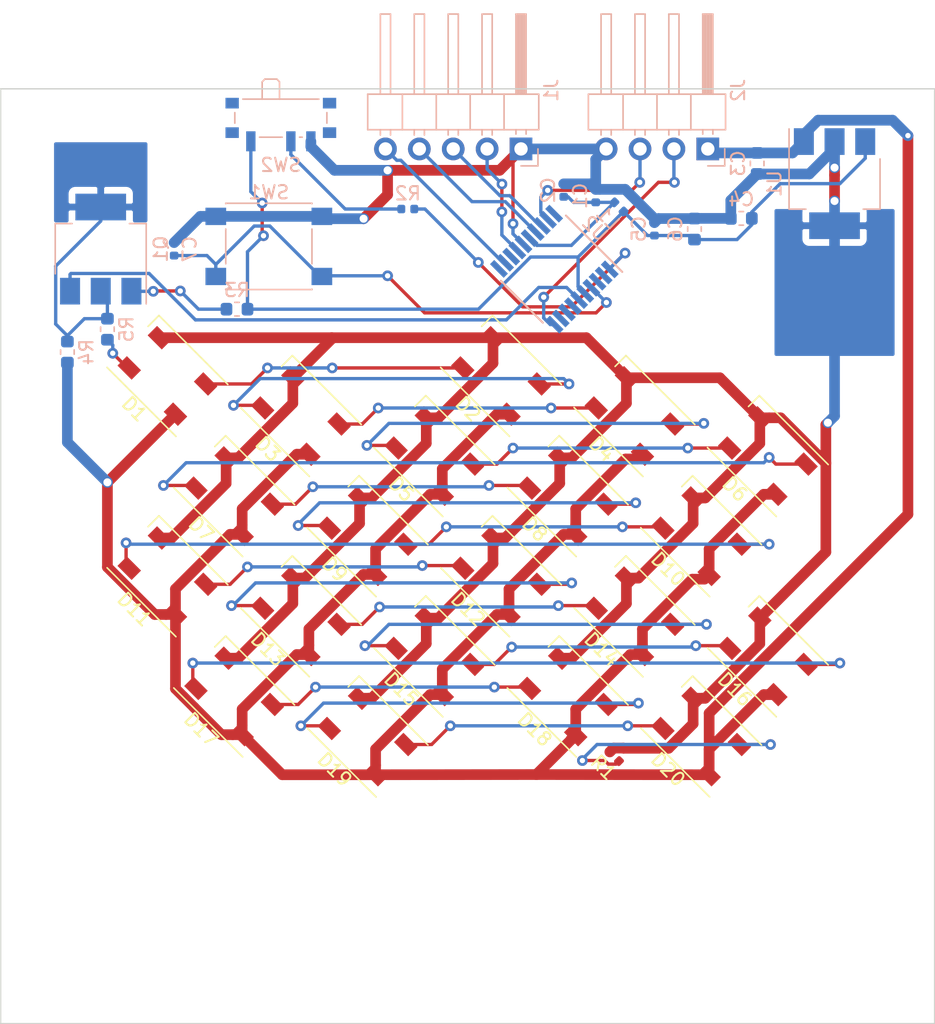
<source format=kicad_pcb>
(kicad_pcb (version 20171130) (host pcbnew 5.1.5+dfsg1-2)

  (general
    (thickness 1.6)
    (drawings 4)
    (tracks 516)
    (zones 0)
    (modules 40)
    (nets 46)
  )

  (page A4)
  (layers
    (0 F.Cu signal)
    (31 B.Cu signal)
    (32 B.Adhes user)
    (33 F.Adhes user)
    (34 B.Paste user)
    (35 F.Paste user)
    (36 B.SilkS user)
    (37 F.SilkS user)
    (38 B.Mask user)
    (39 F.Mask user)
    (40 Dwgs.User user)
    (41 Cmts.User user)
    (42 Eco1.User user)
    (43 Eco2.User user)
    (44 Edge.Cuts user)
    (45 Margin user)
    (46 B.CrtYd user)
    (47 F.CrtYd user)
    (48 B.Fab user)
    (49 F.Fab user)
  )

  (setup
    (last_trace_width 0.25)
    (user_trace_width 0.25)
    (trace_clearance 0.15)
    (zone_clearance 0.508)
    (zone_45_only no)
    (trace_min 0.2)
    (via_size 0.8)
    (via_drill 0.4)
    (via_min_size 0.4)
    (via_min_drill 0.3)
    (uvia_size 0.3)
    (uvia_drill 0.1)
    (uvias_allowed no)
    (uvia_min_size 0.2)
    (uvia_min_drill 0.1)
    (edge_width 0.05)
    (segment_width 0.2)
    (pcb_text_width 0.3)
    (pcb_text_size 1.5 1.5)
    (mod_edge_width 0.12)
    (mod_text_size 1 1)
    (mod_text_width 0.15)
    (pad_size 1.524 1.524)
    (pad_drill 0.762)
    (pad_to_mask_clearance 0.051)
    (solder_mask_min_width 0.25)
    (aux_axis_origin 0 0)
    (visible_elements FFFFFF7F)
    (pcbplotparams
      (layerselection 0x010fc_ffffffff)
      (usegerberextensions false)
      (usegerberattributes false)
      (usegerberadvancedattributes false)
      (creategerberjobfile false)
      (excludeedgelayer true)
      (linewidth 0.100000)
      (plotframeref false)
      (viasonmask false)
      (mode 1)
      (useauxorigin false)
      (hpglpennumber 1)
      (hpglpenspeed 20)
      (hpglpendiameter 15.000000)
      (psnegative false)
      (psa4output false)
      (plotreference true)
      (plotvalue true)
      (plotinvisibletext false)
      (padsonsilk false)
      (subtractmaskfromsilk false)
      (outputformat 1)
      (mirror false)
      (drillshape 1)
      (scaleselection 1)
      (outputdirectory ""))
  )

  (net 0 "")
  (net 1 GND)
  (net 2 +3.3VA)
  (net 3 +3V3)
  (net 4 +5V)
  (net 5 /CTS)
  (net 6 /TX)
  (net 7 /RX)
  (net 8 /RTS)
  (net 9 /SDA)
  (net 10 /SCL)
  (net 11 "Net-(D1-Pad4)")
  (net 12 "Net-(D2-Pad4)")
  (net 13 "Net-(D19-Pad4)")
  (net 14 "Net-(D3-Pad4)")
  (net 15 "Net-(D4-Pad4)")
  (net 16 "Net-(D5-Pad4)")
  (net 17 "Net-(D6-Pad4)")
  (net 18 "Net-(D7-Pad4)")
  (net 19 "Net-(D10-Pad2)")
  (net 20 "Net-(D10-Pad4)")
  (net 21 "Net-(D11-Pad4)")
  (net 22 "Net-(D12-Pad4)")
  (net 23 "Net-(D13-Pad4)")
  (net 24 "Net-(D14-Pad4)")
  (net 25 "Net-(D15-Pad4)")
  (net 26 "Net-(D16-Pad4)")
  (net 27 "Net-(D17-Pad4)")
  (net 28 "Net-(D18-Pad4)")
  (net 29 /digits/DATA_OUT)
  (net 30 /Dat_in)
  (net 31 "Net-(C7-Pad1)")
  (net 32 "Net-(D8-Pad4)")
  (net 33 "Net-(R2-Pad2)")
  (net 34 "Net-(R2-Pad1)")
  (net 35 "Net-(Q1-Pad1)")
  (net 36 /Dat)
  (net 37 "Net-(Q1-Pad2)")
  (net 38 "Net-(U2-Pad20)")
  (net 39 "Net-(U2-Pad13)")
  (net 40 "Net-(U2-Pad11)")
  (net 41 "Net-(U2-Pad9)")
  (net 42 "Net-(U2-Pad8)")
  (net 43 "Net-(U2-Pad7)")
  (net 44 "Net-(U2-Pad3)")
  (net 45 "Net-(U2-Pad2)")

  (net_class Default "Dies ist die voreingestellte Netzklasse."
    (clearance 0.15)
    (trace_width 0.25)
    (via_dia 0.8)
    (via_drill 0.4)
    (uvia_dia 0.3)
    (uvia_drill 0.1)
    (add_net +3.3VA)
    (add_net +3V3)
    (add_net /CTS)
    (add_net /Dat)
    (add_net /Dat_in)
    (add_net /RTS)
    (add_net /RX)
    (add_net /SCL)
    (add_net /SDA)
    (add_net /TX)
    (add_net /digits/DATA_OUT)
    (add_net "Net-(C7-Pad1)")
    (add_net "Net-(D1-Pad4)")
    (add_net "Net-(D10-Pad2)")
    (add_net "Net-(D10-Pad4)")
    (add_net "Net-(D11-Pad4)")
    (add_net "Net-(D12-Pad4)")
    (add_net "Net-(D13-Pad4)")
    (add_net "Net-(D14-Pad4)")
    (add_net "Net-(D15-Pad4)")
    (add_net "Net-(D16-Pad4)")
    (add_net "Net-(D17-Pad4)")
    (add_net "Net-(D18-Pad4)")
    (add_net "Net-(D19-Pad4)")
    (add_net "Net-(D2-Pad4)")
    (add_net "Net-(D3-Pad4)")
    (add_net "Net-(D4-Pad4)")
    (add_net "Net-(D5-Pad4)")
    (add_net "Net-(D6-Pad4)")
    (add_net "Net-(D7-Pad4)")
    (add_net "Net-(D8-Pad4)")
    (add_net "Net-(Q1-Pad1)")
    (add_net "Net-(Q1-Pad2)")
    (add_net "Net-(R2-Pad1)")
    (add_net "Net-(R2-Pad2)")
    (add_net "Net-(U2-Pad11)")
    (add_net "Net-(U2-Pad13)")
    (add_net "Net-(U2-Pad2)")
    (add_net "Net-(U2-Pad20)")
    (add_net "Net-(U2-Pad3)")
    (add_net "Net-(U2-Pad7)")
    (add_net "Net-(U2-Pad8)")
    (add_net "Net-(U2-Pad9)")
  )

  (net_class Power ""
    (clearance 0.15)
    (trace_width 0.8)
    (via_dia 0.8)
    (via_drill 0.6)
    (uvia_dia 0.3)
    (uvia_drill 0.1)
    (add_net +5V)
    (add_net GND)
  )

  (module Package_TO_SOT_SMD:SOT-223-3_TabPin2 (layer B.Cu) (tedit 5A02FF57) (tstamp 5E58BB89)
    (at 72.5 17.1 270)
    (descr "module CMS SOT223 4 pins")
    (tags "CMS SOT")
    (path /5DC94C79)
    (attr smd)
    (fp_text reference U1 (at 0 4.5 90) (layer B.SilkS)
      (effects (font (size 1 1) (thickness 0.15)) (justify mirror))
    )
    (fp_text value AP7361C-33E (at 0 -4.5 90) (layer B.Fab)
      (effects (font (size 1 1) (thickness 0.15)) (justify mirror))
    )
    (fp_line (start 1.85 3.35) (end 1.85 -3.35) (layer B.Fab) (width 0.1))
    (fp_line (start -1.85 -3.35) (end 1.85 -3.35) (layer B.Fab) (width 0.1))
    (fp_line (start -4.1 3.41) (end 1.91 3.41) (layer B.SilkS) (width 0.12))
    (fp_line (start -0.85 3.35) (end 1.85 3.35) (layer B.Fab) (width 0.1))
    (fp_line (start -1.85 -3.41) (end 1.91 -3.41) (layer B.SilkS) (width 0.12))
    (fp_line (start -1.85 2.35) (end -1.85 -3.35) (layer B.Fab) (width 0.1))
    (fp_line (start -1.85 2.35) (end -0.85 3.35) (layer B.Fab) (width 0.1))
    (fp_line (start -4.4 3.6) (end -4.4 -3.6) (layer B.CrtYd) (width 0.05))
    (fp_line (start -4.4 -3.6) (end 4.4 -3.6) (layer B.CrtYd) (width 0.05))
    (fp_line (start 4.4 -3.6) (end 4.4 3.6) (layer B.CrtYd) (width 0.05))
    (fp_line (start 4.4 3.6) (end -4.4 3.6) (layer B.CrtYd) (width 0.05))
    (fp_line (start 1.91 3.41) (end 1.91 2.15) (layer B.SilkS) (width 0.12))
    (fp_line (start 1.91 -3.41) (end 1.91 -2.15) (layer B.SilkS) (width 0.12))
    (fp_text user %R (at 0 0 180) (layer B.Fab)
      (effects (font (size 0.8 0.8) (thickness 0.12)) (justify mirror))
    )
    (pad 1 smd rect (at -3.15 2.3 270) (size 2 1.5) (layers B.Cu B.Paste B.Mask)
      (net 4 +5V))
    (pad 3 smd rect (at -3.15 -2.3 270) (size 2 1.5) (layers B.Cu B.Paste B.Mask)
      (net 3 +3V3))
    (pad 2 smd rect (at -3.15 0 270) (size 2 1.5) (layers B.Cu B.Paste B.Mask)
      (net 1 GND))
    (pad 2 smd rect (at 3.15 0 270) (size 2 3.8) (layers B.Cu B.Paste B.Mask)
      (net 1 GND))
    (model ${KISYS3DMOD}/Package_TO_SOT_SMD.3dshapes/SOT-223.wrl
      (at (xyz 0 0 0))
      (scale (xyz 1 1 1))
      (rotate (xyz 0 0 0))
    )
  )

  (module LED_SMD:LED_SK6812_PLCC4_5.0x5.0mm_P3.2mm (layer F.Cu) (tedit 5AA4B263) (tstamp 5E582B70)
    (at 52.5 55.5 135)
    (descr https://cdn-shop.adafruit.com/product-files/1138/SK6812+LED+datasheet+.pdf)
    (tags "LED RGB NeoPixel")
    (path /5DC8AC6D/5DCB3721)
    (attr smd)
    (fp_text reference D18 (at 0 -3.5 135) (layer F.SilkS)
      (effects (font (size 1 1) (thickness 0.15)))
    )
    (fp_text value SK6812 (at 0 4 135) (layer F.Fab)
      (effects (font (size 1 1) (thickness 0.15)))
    )
    (fp_circle (center 0 0) (end 0 -2) (layer F.Fab) (width 0.1))
    (fp_line (start 3.65 2.75) (end 3.65 1.6) (layer F.SilkS) (width 0.12))
    (fp_line (start -3.65 2.75) (end 3.65 2.75) (layer F.SilkS) (width 0.12))
    (fp_line (start -3.65 -2.75) (end 3.65 -2.75) (layer F.SilkS) (width 0.12))
    (fp_line (start 2.5 -2.5) (end -2.5 -2.5) (layer F.Fab) (width 0.1))
    (fp_line (start 2.5 2.5) (end 2.5 -2.5) (layer F.Fab) (width 0.1))
    (fp_line (start -2.5 2.5) (end 2.5 2.5) (layer F.Fab) (width 0.1))
    (fp_line (start -2.5 -2.5) (end -2.5 2.5) (layer F.Fab) (width 0.1))
    (fp_line (start 2.5 1.5) (end 1.5 2.5) (layer F.Fab) (width 0.1))
    (fp_line (start -3.45 -2.75) (end -3.45 2.75) (layer F.CrtYd) (width 0.05))
    (fp_line (start -3.45 2.75) (end 3.45 2.75) (layer F.CrtYd) (width 0.05))
    (fp_line (start 3.45 2.75) (end 3.45 -2.75) (layer F.CrtYd) (width 0.05))
    (fp_line (start 3.45 -2.75) (end -3.45 -2.75) (layer F.CrtYd) (width 0.05))
    (fp_text user %R (at 0 0 135) (layer F.Fab)
      (effects (font (size 0.8 0.8) (thickness 0.15)))
    )
    (pad 3 smd rect (at -2.45 -1.6 135) (size 1.5 1) (layers F.Cu F.Paste F.Mask)
      (net 4 +5V))
    (pad 4 smd rect (at -2.45 1.6 135) (size 1.5 1) (layers F.Cu F.Paste F.Mask)
      (net 28 "Net-(D18-Pad4)"))
    (pad 2 smd rect (at 2.45 -1.6 135) (size 1.5 1) (layers F.Cu F.Paste F.Mask)
      (net 27 "Net-(D17-Pad4)"))
    (pad 1 smd rect (at 2.45 1.6 135) (size 1.5 1) (layers F.Cu F.Paste F.Mask)
      (net 1 GND))
    (model ${KISYS3DMOD}/LED_SMD.3dshapes/LED_SK6812_PLCC4_5.0x5.0mm_P3.2mm.wrl
      (at (xyz 0 0 0))
      (scale (xyz 1 1 1))
      (rotate (xyz 0 0 0))
    )
  )

  (module Resistor_SMD:R_0603_1608Metric (layer B.Cu) (tedit 5B301BBD) (tstamp 5E58410F)
    (at 18 28 90)
    (descr "Resistor SMD 0603 (1608 Metric), square (rectangular) end terminal, IPC_7351 nominal, (Body size source: http://www.tortai-tech.com/upload/download/2011102023233369053.pdf), generated with kicad-footprint-generator")
    (tags resistor)
    (path /5E59D6AE)
    (attr smd)
    (fp_text reference R5 (at 0 1.43 90) (layer B.SilkS)
      (effects (font (size 1 1) (thickness 0.15)) (justify mirror))
    )
    (fp_text value 470 (at 0 -1.43 90) (layer B.Fab)
      (effects (font (size 1 1) (thickness 0.15)) (justify mirror))
    )
    (fp_text user %R (at 0 0 90) (layer B.Fab)
      (effects (font (size 0.4 0.4) (thickness 0.06)) (justify mirror))
    )
    (fp_line (start 1.48 -0.73) (end -1.48 -0.73) (layer B.CrtYd) (width 0.05))
    (fp_line (start 1.48 0.73) (end 1.48 -0.73) (layer B.CrtYd) (width 0.05))
    (fp_line (start -1.48 0.73) (end 1.48 0.73) (layer B.CrtYd) (width 0.05))
    (fp_line (start -1.48 -0.73) (end -1.48 0.73) (layer B.CrtYd) (width 0.05))
    (fp_line (start -0.162779 -0.51) (end 0.162779 -0.51) (layer B.SilkS) (width 0.12))
    (fp_line (start -0.162779 0.51) (end 0.162779 0.51) (layer B.SilkS) (width 0.12))
    (fp_line (start 0.8 -0.4) (end -0.8 -0.4) (layer B.Fab) (width 0.1))
    (fp_line (start 0.8 0.4) (end 0.8 -0.4) (layer B.Fab) (width 0.1))
    (fp_line (start -0.8 0.4) (end 0.8 0.4) (layer B.Fab) (width 0.1))
    (fp_line (start -0.8 -0.4) (end -0.8 0.4) (layer B.Fab) (width 0.1))
    (pad 2 smd roundrect (at 0.7875 0 90) (size 0.875 0.95) (layers B.Cu B.Paste B.Mask) (roundrect_rratio 0.25)
      (net 37 "Net-(Q1-Pad2)"))
    (pad 1 smd roundrect (at -0.7875 0 90) (size 0.875 0.95) (layers B.Cu B.Paste B.Mask) (roundrect_rratio 0.25)
      (net 30 /Dat_in))
    (model ${KISYS3DMOD}/Resistor_SMD.3dshapes/R_0603_1608Metric.wrl
      (at (xyz 0 0 0))
      (scale (xyz 1 1 1))
      (rotate (xyz 0 0 0))
    )
  )

  (module Resistor_SMD:R_0603_1608Metric (layer B.Cu) (tedit 5B301BBD) (tstamp 5E5846BA)
    (at 15 29.7125 90)
    (descr "Resistor SMD 0603 (1608 Metric), square (rectangular) end terminal, IPC_7351 nominal, (Body size source: http://www.tortai-tech.com/upload/download/2011102023233369053.pdf), generated with kicad-footprint-generator")
    (tags resistor)
    (path /5E59C7C3)
    (attr smd)
    (fp_text reference R4 (at 0 1.43 90) (layer B.SilkS)
      (effects (font (size 1 1) (thickness 0.15)) (justify mirror))
    )
    (fp_text value 6.8k (at 0 -1.43 90) (layer B.Fab)
      (effects (font (size 1 1) (thickness 0.15)) (justify mirror))
    )
    (fp_text user %R (at 0 0 90) (layer B.Fab)
      (effects (font (size 0.4 0.4) (thickness 0.06)) (justify mirror))
    )
    (fp_line (start 1.48 -0.73) (end -1.48 -0.73) (layer B.CrtYd) (width 0.05))
    (fp_line (start 1.48 0.73) (end 1.48 -0.73) (layer B.CrtYd) (width 0.05))
    (fp_line (start -1.48 0.73) (end 1.48 0.73) (layer B.CrtYd) (width 0.05))
    (fp_line (start -1.48 -0.73) (end -1.48 0.73) (layer B.CrtYd) (width 0.05))
    (fp_line (start -0.162779 -0.51) (end 0.162779 -0.51) (layer B.SilkS) (width 0.12))
    (fp_line (start -0.162779 0.51) (end 0.162779 0.51) (layer B.SilkS) (width 0.12))
    (fp_line (start 0.8 -0.4) (end -0.8 -0.4) (layer B.Fab) (width 0.1))
    (fp_line (start 0.8 0.4) (end 0.8 -0.4) (layer B.Fab) (width 0.1))
    (fp_line (start -0.8 0.4) (end 0.8 0.4) (layer B.Fab) (width 0.1))
    (fp_line (start -0.8 -0.4) (end -0.8 0.4) (layer B.Fab) (width 0.1))
    (pad 2 smd roundrect (at 0.7875 0 90) (size 0.875 0.95) (layers B.Cu B.Paste B.Mask) (roundrect_rratio 0.25)
      (net 37 "Net-(Q1-Pad2)"))
    (pad 1 smd roundrect (at -0.7875 0 90) (size 0.875 0.95) (layers B.Cu B.Paste B.Mask) (roundrect_rratio 0.25)
      (net 4 +5V))
    (model ${KISYS3DMOD}/Resistor_SMD.3dshapes/R_0603_1608Metric.wrl
      (at (xyz 0 0 0))
      (scale (xyz 1 1 1))
      (rotate (xyz 0 0 0))
    )
  )

  (module Resistor_SMD:R_0603_1608Metric (layer B.Cu) (tedit 5B301BBD) (tstamp 5E58774D)
    (at 27.7125 26.5 180)
    (descr "Resistor SMD 0603 (1608 Metric), square (rectangular) end terminal, IPC_7351 nominal, (Body size source: http://www.tortai-tech.com/upload/download/2011102023233369053.pdf), generated with kicad-footprint-generator")
    (tags resistor)
    (path /5E59BC22)
    (attr smd)
    (fp_text reference R3 (at 0 1.43) (layer B.SilkS)
      (effects (font (size 1 1) (thickness 0.15)) (justify mirror))
    )
    (fp_text value 2.2k (at 0 -1.43) (layer B.Fab)
      (effects (font (size 1 1) (thickness 0.15)) (justify mirror))
    )
    (fp_text user %R (at 0 0) (layer B.Fab)
      (effects (font (size 0.4 0.4) (thickness 0.06)) (justify mirror))
    )
    (fp_line (start 1.48 -0.73) (end -1.48 -0.73) (layer B.CrtYd) (width 0.05))
    (fp_line (start 1.48 0.73) (end 1.48 -0.73) (layer B.CrtYd) (width 0.05))
    (fp_line (start -1.48 0.73) (end 1.48 0.73) (layer B.CrtYd) (width 0.05))
    (fp_line (start -1.48 -0.73) (end -1.48 0.73) (layer B.CrtYd) (width 0.05))
    (fp_line (start -0.162779 -0.51) (end 0.162779 -0.51) (layer B.SilkS) (width 0.12))
    (fp_line (start -0.162779 0.51) (end 0.162779 0.51) (layer B.SilkS) (width 0.12))
    (fp_line (start 0.8 -0.4) (end -0.8 -0.4) (layer B.Fab) (width 0.1))
    (fp_line (start 0.8 0.4) (end 0.8 -0.4) (layer B.Fab) (width 0.1))
    (fp_line (start -0.8 0.4) (end 0.8 0.4) (layer B.Fab) (width 0.1))
    (fp_line (start -0.8 -0.4) (end -0.8 0.4) (layer B.Fab) (width 0.1))
    (pad 2 smd roundrect (at 0.7875 0 180) (size 0.875 0.95) (layers B.Cu B.Paste B.Mask) (roundrect_rratio 0.25)
      (net 35 "Net-(Q1-Pad1)"))
    (pad 1 smd roundrect (at -0.7875 0 180) (size 0.875 0.95) (layers B.Cu B.Paste B.Mask) (roundrect_rratio 0.25)
      (net 3 +3V3))
    (model ${KISYS3DMOD}/Resistor_SMD.3dshapes/R_0603_1608Metric.wrl
      (at (xyz 0 0 0))
      (scale (xyz 1 1 1))
      (rotate (xyz 0 0 0))
    )
  )

  (module Package_TO_SOT_SMD:SOT-223-3_TabPin2 (layer B.Cu) (tedit 5A02FF57) (tstamp 5E584405)
    (at 17.5 22 90)
    (descr "module CMS SOT223 4 pins")
    (tags "CMS SOT")
    (path /5E58DDBB)
    (attr smd)
    (fp_text reference Q1 (at 0 4.5 90) (layer B.SilkS)
      (effects (font (size 1 1) (thickness 0.15)) (justify mirror))
    )
    (fp_text value PZT2222A (at 0 -4.5 90) (layer B.Fab)
      (effects (font (size 1 1) (thickness 0.15)) (justify mirror))
    )
    (fp_line (start 1.85 3.35) (end 1.85 -3.35) (layer B.Fab) (width 0.1))
    (fp_line (start -1.85 -3.35) (end 1.85 -3.35) (layer B.Fab) (width 0.1))
    (fp_line (start -4.1 3.41) (end 1.91 3.41) (layer B.SilkS) (width 0.12))
    (fp_line (start -0.85 3.35) (end 1.85 3.35) (layer B.Fab) (width 0.1))
    (fp_line (start -1.85 -3.41) (end 1.91 -3.41) (layer B.SilkS) (width 0.12))
    (fp_line (start -1.85 2.35) (end -1.85 -3.35) (layer B.Fab) (width 0.1))
    (fp_line (start -1.85 2.35) (end -0.85 3.35) (layer B.Fab) (width 0.1))
    (fp_line (start -4.4 3.6) (end -4.4 -3.6) (layer B.CrtYd) (width 0.05))
    (fp_line (start -4.4 -3.6) (end 4.4 -3.6) (layer B.CrtYd) (width 0.05))
    (fp_line (start 4.4 -3.6) (end 4.4 3.6) (layer B.CrtYd) (width 0.05))
    (fp_line (start 4.4 3.6) (end -4.4 3.6) (layer B.CrtYd) (width 0.05))
    (fp_line (start 1.91 3.41) (end 1.91 2.15) (layer B.SilkS) (width 0.12))
    (fp_line (start 1.91 -3.41) (end 1.91 -2.15) (layer B.SilkS) (width 0.12))
    (fp_text user %R (at 0 0 180) (layer B.Fab)
      (effects (font (size 0.8 0.8) (thickness 0.12)) (justify mirror))
    )
    (pad 1 smd rect (at -3.15 2.3 90) (size 2 1.5) (layers B.Cu B.Paste B.Mask)
      (net 35 "Net-(Q1-Pad1)"))
    (pad 3 smd rect (at -3.15 -2.3 90) (size 2 1.5) (layers B.Cu B.Paste B.Mask)
      (net 36 /Dat))
    (pad 2 smd rect (at -3.15 0 90) (size 2 1.5) (layers B.Cu B.Paste B.Mask)
      (net 37 "Net-(Q1-Pad2)"))
    (pad 2 smd rect (at 3.15 0 90) (size 2 3.8) (layers B.Cu B.Paste B.Mask)
      (net 37 "Net-(Q1-Pad2)"))
    (model ${KISYS3DMOD}/Package_TO_SOT_SMD.3dshapes/SOT-223.wrl
      (at (xyz 0 0 0))
      (scale (xyz 1 1 1))
      (rotate (xyz 0 0 0))
    )
  )

  (module Resistor_SMD:R_0402_1005Metric (layer F.Cu) (tedit 5B301BBD) (tstamp 5E582D61)
    (at 56 60 135)
    (descr "Resistor SMD 0402 (1005 Metric), square (rectangular) end terminal, IPC_7351 nominal, (Body size source: http://www.tortai-tech.com/upload/download/2011102023233369053.pdf), generated with kicad-footprint-generator")
    (tags resistor)
    (path /5E585311)
    (attr smd)
    (fp_text reference R1 (at 0 -1.17 135) (layer F.SilkS)
      (effects (font (size 1 1) (thickness 0.15)))
    )
    (fp_text value 10k (at 0 1.17 135) (layer F.Fab)
      (effects (font (size 1 1) (thickness 0.15)))
    )
    (fp_text user %R (at 0 0 135) (layer F.Fab)
      (effects (font (size 0.25 0.25) (thickness 0.04)))
    )
    (fp_line (start 0.93 0.47) (end -0.93 0.47) (layer F.CrtYd) (width 0.05))
    (fp_line (start 0.93 -0.47) (end 0.93 0.47) (layer F.CrtYd) (width 0.05))
    (fp_line (start -0.93 -0.47) (end 0.93 -0.47) (layer F.CrtYd) (width 0.05))
    (fp_line (start -0.93 0.47) (end -0.93 -0.47) (layer F.CrtYd) (width 0.05))
    (fp_line (start 0.5 0.25) (end -0.5 0.25) (layer F.Fab) (width 0.1))
    (fp_line (start 0.5 -0.25) (end 0.5 0.25) (layer F.Fab) (width 0.1))
    (fp_line (start -0.5 -0.25) (end 0.5 -0.25) (layer F.Fab) (width 0.1))
    (fp_line (start -0.5 0.25) (end -0.5 -0.25) (layer F.Fab) (width 0.1))
    (pad 2 smd roundrect (at 0.485 0 135) (size 0.59 0.64) (layers F.Cu F.Paste F.Mask) (roundrect_rratio 0.25)
      (net 1 GND))
    (pad 1 smd roundrect (at -0.485 0 135) (size 0.59 0.64) (layers F.Cu F.Paste F.Mask) (roundrect_rratio 0.25)
      (net 29 /digits/DATA_OUT))
    (model ${KISYS3DMOD}/Resistor_SMD.3dshapes/R_0402_1005Metric.wrl
      (at (xyz 0 0 0))
      (scale (xyz 1 1 1))
      (rotate (xyz 0 0 0))
    )
  )

  (module LED_SMD:LED_SK6812_PLCC4_5.0x5.0mm_P3.2mm (layer F.Cu) (tedit 5AA4B263) (tstamp 5E582E8E)
    (at 62.5 58.5 135)
    (descr https://cdn-shop.adafruit.com/product-files/1138/SK6812+LED+datasheet+.pdf)
    (tags "LED RGB NeoPixel")
    (path /5DC8AC6D/5DCB3735)
    (attr smd)
    (fp_text reference D20 (at 0 -3.5 135) (layer F.SilkS)
      (effects (font (size 1 1) (thickness 0.15)))
    )
    (fp_text value SK6812 (at 0 4 135) (layer F.Fab)
      (effects (font (size 1 1) (thickness 0.15)))
    )
    (fp_text user %R (at 0 0 135) (layer F.Fab)
      (effects (font (size 0.8 0.8) (thickness 0.15)))
    )
    (fp_line (start 3.45 -2.75) (end -3.45 -2.75) (layer F.CrtYd) (width 0.05))
    (fp_line (start 3.45 2.75) (end 3.45 -2.75) (layer F.CrtYd) (width 0.05))
    (fp_line (start -3.45 2.75) (end 3.45 2.75) (layer F.CrtYd) (width 0.05))
    (fp_line (start -3.45 -2.75) (end -3.45 2.75) (layer F.CrtYd) (width 0.05))
    (fp_line (start 2.5 1.5) (end 1.5 2.5) (layer F.Fab) (width 0.1))
    (fp_line (start -2.5 -2.5) (end -2.5 2.5) (layer F.Fab) (width 0.1))
    (fp_line (start -2.5 2.5) (end 2.5 2.5) (layer F.Fab) (width 0.1))
    (fp_line (start 2.5 2.5) (end 2.5 -2.5) (layer F.Fab) (width 0.1))
    (fp_line (start 2.5 -2.5) (end -2.5 -2.5) (layer F.Fab) (width 0.1))
    (fp_line (start -3.65 -2.75) (end 3.65 -2.75) (layer F.SilkS) (width 0.12))
    (fp_line (start -3.65 2.75) (end 3.65 2.75) (layer F.SilkS) (width 0.12))
    (fp_line (start 3.65 2.75) (end 3.65 1.6) (layer F.SilkS) (width 0.12))
    (fp_circle (center 0 0) (end 0 -2) (layer F.Fab) (width 0.1))
    (pad 1 smd rect (at 2.45 1.6 135) (size 1.5 1) (layers F.Cu F.Paste F.Mask)
      (net 1 GND))
    (pad 2 smd rect (at 2.45 -1.6 135) (size 1.5 1) (layers F.Cu F.Paste F.Mask)
      (net 13 "Net-(D19-Pad4)"))
    (pad 4 smd rect (at -2.45 1.6 135) (size 1.5 1) (layers F.Cu F.Paste F.Mask)
      (net 29 /digits/DATA_OUT))
    (pad 3 smd rect (at -2.45 -1.6 135) (size 1.5 1) (layers F.Cu F.Paste F.Mask)
      (net 4 +5V))
    (model ${KISYS3DMOD}/LED_SMD.3dshapes/LED_SK6812_PLCC4_5.0x5.0mm_P3.2mm.wrl
      (at (xyz 0 0 0))
      (scale (xyz 1 1 1))
      (rotate (xyz 0 0 0))
    )
  )

  (module LED_SMD:LED_SK6812_PLCC4_5.0x5.0mm_P3.2mm (layer F.Cu) (tedit 5AA4B263) (tstamp 5E582E4F)
    (at 62.5 43.5 135)
    (descr https://cdn-shop.adafruit.com/product-files/1138/SK6812+LED+datasheet+.pdf)
    (tags "LED RGB NeoPixel")
    (path /5DC8AC6D/5DC9D18D)
    (attr smd)
    (fp_text reference D10 (at 0 -3.5 135) (layer F.SilkS)
      (effects (font (size 1 1) (thickness 0.15)))
    )
    (fp_text value SK6812 (at 0 4 135) (layer F.Fab)
      (effects (font (size 1 1) (thickness 0.15)))
    )
    (fp_circle (center 0 0) (end 0 -2) (layer F.Fab) (width 0.1))
    (fp_line (start 3.65 2.75) (end 3.65 1.6) (layer F.SilkS) (width 0.12))
    (fp_line (start -3.65 2.75) (end 3.65 2.75) (layer F.SilkS) (width 0.12))
    (fp_line (start -3.65 -2.75) (end 3.65 -2.75) (layer F.SilkS) (width 0.12))
    (fp_line (start 2.5 -2.5) (end -2.5 -2.5) (layer F.Fab) (width 0.1))
    (fp_line (start 2.5 2.5) (end 2.5 -2.5) (layer F.Fab) (width 0.1))
    (fp_line (start -2.5 2.5) (end 2.5 2.5) (layer F.Fab) (width 0.1))
    (fp_line (start -2.5 -2.5) (end -2.5 2.5) (layer F.Fab) (width 0.1))
    (fp_line (start 2.5 1.5) (end 1.5 2.5) (layer F.Fab) (width 0.1))
    (fp_line (start -3.45 -2.75) (end -3.45 2.75) (layer F.CrtYd) (width 0.05))
    (fp_line (start -3.45 2.75) (end 3.45 2.75) (layer F.CrtYd) (width 0.05))
    (fp_line (start 3.45 2.75) (end 3.45 -2.75) (layer F.CrtYd) (width 0.05))
    (fp_line (start 3.45 -2.75) (end -3.45 -2.75) (layer F.CrtYd) (width 0.05))
    (fp_text user %R (at 0 0 135) (layer F.Fab)
      (effects (font (size 0.8 0.8) (thickness 0.15)))
    )
    (pad 3 smd rect (at -2.45 -1.6 135) (size 1.5 1) (layers F.Cu F.Paste F.Mask)
      (net 4 +5V))
    (pad 4 smd rect (at -2.45 1.6 135) (size 1.5 1) (layers F.Cu F.Paste F.Mask)
      (net 20 "Net-(D10-Pad4)"))
    (pad 2 smd rect (at 2.45 -1.6 135) (size 1.5 1) (layers F.Cu F.Paste F.Mask)
      (net 19 "Net-(D10-Pad2)"))
    (pad 1 smd rect (at 2.45 1.6 135) (size 1.5 1) (layers F.Cu F.Paste F.Mask)
      (net 1 GND))
    (model ${KISYS3DMOD}/LED_SMD.3dshapes/LED_SK6812_PLCC4_5.0x5.0mm_P3.2mm.wrl
      (at (xyz 0 0 0))
      (scale (xyz 1 1 1))
      (rotate (xyz 0 0 0))
    )
  )

  (module LED_SMD:LED_SK6812_PLCC4_5.0x5.0mm_P3.2mm (layer F.Cu) (tedit 5AA4B263) (tstamp 5E582DD1)
    (at 37.5 58.5 135)
    (descr https://cdn-shop.adafruit.com/product-files/1138/SK6812+LED+datasheet+.pdf)
    (tags "LED RGB NeoPixel")
    (path /5DC8AC6D/5DCB372B)
    (attr smd)
    (fp_text reference D19 (at 0 -3.5 135) (layer F.SilkS)
      (effects (font (size 1 1) (thickness 0.15)))
    )
    (fp_text value SK6812 (at 0 4 135) (layer F.Fab)
      (effects (font (size 1 1) (thickness 0.15)))
    )
    (fp_text user %R (at 0 0 135) (layer F.Fab)
      (effects (font (size 0.8 0.8) (thickness 0.15)))
    )
    (fp_line (start 3.45 -2.75) (end -3.45 -2.75) (layer F.CrtYd) (width 0.05))
    (fp_line (start 3.45 2.75) (end 3.45 -2.75) (layer F.CrtYd) (width 0.05))
    (fp_line (start -3.45 2.75) (end 3.45 2.75) (layer F.CrtYd) (width 0.05))
    (fp_line (start -3.45 -2.75) (end -3.45 2.75) (layer F.CrtYd) (width 0.05))
    (fp_line (start 2.5 1.5) (end 1.5 2.5) (layer F.Fab) (width 0.1))
    (fp_line (start -2.5 -2.5) (end -2.5 2.5) (layer F.Fab) (width 0.1))
    (fp_line (start -2.5 2.5) (end 2.5 2.5) (layer F.Fab) (width 0.1))
    (fp_line (start 2.5 2.5) (end 2.5 -2.5) (layer F.Fab) (width 0.1))
    (fp_line (start 2.5 -2.5) (end -2.5 -2.5) (layer F.Fab) (width 0.1))
    (fp_line (start -3.65 -2.75) (end 3.65 -2.75) (layer F.SilkS) (width 0.12))
    (fp_line (start -3.65 2.75) (end 3.65 2.75) (layer F.SilkS) (width 0.12))
    (fp_line (start 3.65 2.75) (end 3.65 1.6) (layer F.SilkS) (width 0.12))
    (fp_circle (center 0 0) (end 0 -2) (layer F.Fab) (width 0.1))
    (pad 1 smd rect (at 2.45 1.6 135) (size 1.5 1) (layers F.Cu F.Paste F.Mask)
      (net 1 GND))
    (pad 2 smd rect (at 2.45 -1.6 135) (size 1.5 1) (layers F.Cu F.Paste F.Mask)
      (net 28 "Net-(D18-Pad4)"))
    (pad 4 smd rect (at -2.45 1.6 135) (size 1.5 1) (layers F.Cu F.Paste F.Mask)
      (net 13 "Net-(D19-Pad4)"))
    (pad 3 smd rect (at -2.45 -1.6 135) (size 1.5 1) (layers F.Cu F.Paste F.Mask)
      (net 4 +5V))
    (model ${KISYS3DMOD}/LED_SMD.3dshapes/LED_SK6812_PLCC4_5.0x5.0mm_P3.2mm.wrl
      (at (xyz 0 0 0))
      (scale (xyz 1 1 1))
      (rotate (xyz 0 0 0))
    )
  )

  (module LED_SMD:LED_SK6812_PLCC4_5.0x5.0mm_P3.2mm (layer F.Cu) (tedit 5AA4B263) (tstamp 5E582D92)
    (at 37.5 43.5 135)
    (descr https://cdn-shop.adafruit.com/product-files/1138/SK6812+LED+datasheet+.pdf)
    (tags "LED RGB NeoPixel")
    (path /5DC8AC6D/5DC9D183)
    (attr smd)
    (fp_text reference D9 (at 0 -3.5 135) (layer F.SilkS)
      (effects (font (size 1 1) (thickness 0.15)))
    )
    (fp_text value SK6812 (at 0 4 135) (layer F.Fab)
      (effects (font (size 1 1) (thickness 0.15)))
    )
    (fp_circle (center 0 0) (end 0 -2) (layer F.Fab) (width 0.1))
    (fp_line (start 3.65 2.75) (end 3.65 1.6) (layer F.SilkS) (width 0.12))
    (fp_line (start -3.65 2.75) (end 3.65 2.75) (layer F.SilkS) (width 0.12))
    (fp_line (start -3.65 -2.75) (end 3.65 -2.75) (layer F.SilkS) (width 0.12))
    (fp_line (start 2.5 -2.5) (end -2.5 -2.5) (layer F.Fab) (width 0.1))
    (fp_line (start 2.5 2.5) (end 2.5 -2.5) (layer F.Fab) (width 0.1))
    (fp_line (start -2.5 2.5) (end 2.5 2.5) (layer F.Fab) (width 0.1))
    (fp_line (start -2.5 -2.5) (end -2.5 2.5) (layer F.Fab) (width 0.1))
    (fp_line (start 2.5 1.5) (end 1.5 2.5) (layer F.Fab) (width 0.1))
    (fp_line (start -3.45 -2.75) (end -3.45 2.75) (layer F.CrtYd) (width 0.05))
    (fp_line (start -3.45 2.75) (end 3.45 2.75) (layer F.CrtYd) (width 0.05))
    (fp_line (start 3.45 2.75) (end 3.45 -2.75) (layer F.CrtYd) (width 0.05))
    (fp_line (start 3.45 -2.75) (end -3.45 -2.75) (layer F.CrtYd) (width 0.05))
    (fp_text user %R (at 0 0 135) (layer F.Fab)
      (effects (font (size 0.8 0.8) (thickness 0.15)))
    )
    (pad 3 smd rect (at -2.45 -1.6 135) (size 1.5 1) (layers F.Cu F.Paste F.Mask)
      (net 4 +5V))
    (pad 4 smd rect (at -2.45 1.6 135) (size 1.5 1) (layers F.Cu F.Paste F.Mask)
      (net 19 "Net-(D10-Pad2)"))
    (pad 2 smd rect (at 2.45 -1.6 135) (size 1.5 1) (layers F.Cu F.Paste F.Mask)
      (net 32 "Net-(D8-Pad4)"))
    (pad 1 smd rect (at 2.45 1.6 135) (size 1.5 1) (layers F.Cu F.Paste F.Mask)
      (net 1 GND))
    (model ${KISYS3DMOD}/LED_SMD.3dshapes/LED_SK6812_PLCC4_5.0x5.0mm_P3.2mm.wrl
      (at (xyz 0 0 0))
      (scale (xyz 1 1 1))
      (rotate (xyz 0 0 0))
    )
  )

  (module LED_SMD:LED_SK6812_PLCC4_5.0x5.0mm_P3.2mm (layer F.Cu) (tedit 5AA4B263) (tstamp 5E582D29)
    (at 52.5 40.5 135)
    (descr https://cdn-shop.adafruit.com/product-files/1138/SK6812+LED+datasheet+.pdf)
    (tags "LED RGB NeoPixel")
    (path /5DC8AC6D/5DC9319D)
    (attr smd)
    (fp_text reference D8 (at 0 -3.5 135) (layer F.SilkS)
      (effects (font (size 1 1) (thickness 0.15)))
    )
    (fp_text value SK6812 (at 0 4 135) (layer F.Fab)
      (effects (font (size 1 1) (thickness 0.15)))
    )
    (fp_circle (center 0 0) (end 0 -2) (layer F.Fab) (width 0.1))
    (fp_line (start 3.65 2.75) (end 3.65 1.6) (layer F.SilkS) (width 0.12))
    (fp_line (start -3.65 2.75) (end 3.65 2.75) (layer F.SilkS) (width 0.12))
    (fp_line (start -3.65 -2.75) (end 3.65 -2.75) (layer F.SilkS) (width 0.12))
    (fp_line (start 2.5 -2.5) (end -2.5 -2.5) (layer F.Fab) (width 0.1))
    (fp_line (start 2.5 2.5) (end 2.5 -2.5) (layer F.Fab) (width 0.1))
    (fp_line (start -2.5 2.5) (end 2.5 2.5) (layer F.Fab) (width 0.1))
    (fp_line (start -2.5 -2.5) (end -2.5 2.5) (layer F.Fab) (width 0.1))
    (fp_line (start 2.5 1.5) (end 1.5 2.5) (layer F.Fab) (width 0.1))
    (fp_line (start -3.45 -2.75) (end -3.45 2.75) (layer F.CrtYd) (width 0.05))
    (fp_line (start -3.45 2.75) (end 3.45 2.75) (layer F.CrtYd) (width 0.05))
    (fp_line (start 3.45 2.75) (end 3.45 -2.75) (layer F.CrtYd) (width 0.05))
    (fp_line (start 3.45 -2.75) (end -3.45 -2.75) (layer F.CrtYd) (width 0.05))
    (fp_text user %R (at 0 0 135) (layer F.Fab)
      (effects (font (size 0.8 0.8) (thickness 0.15)))
    )
    (pad 3 smd rect (at -2.45 -1.6 135) (size 1.5 1) (layers F.Cu F.Paste F.Mask)
      (net 4 +5V))
    (pad 4 smd rect (at -2.45 1.6 135) (size 1.5 1) (layers F.Cu F.Paste F.Mask)
      (net 32 "Net-(D8-Pad4)"))
    (pad 2 smd rect (at 2.45 -1.6 135) (size 1.5 1) (layers F.Cu F.Paste F.Mask)
      (net 18 "Net-(D7-Pad4)"))
    (pad 1 smd rect (at 2.45 1.6 135) (size 1.5 1) (layers F.Cu F.Paste F.Mask)
      (net 1 GND))
    (model ${KISYS3DMOD}/LED_SMD.3dshapes/LED_SK6812_PLCC4_5.0x5.0mm_P3.2mm.wrl
      (at (xyz 0 0 0))
      (scale (xyz 1 1 1))
      (rotate (xyz 0 0 0))
    )
  )

  (module LED_SMD:LED_SK6812_PLCC4_5.0x5.0mm_P3.2mm (layer F.Cu) (tedit 5AA4B263) (tstamp 5E582ECD)
    (at 27.5 55.5 135)
    (descr https://cdn-shop.adafruit.com/product-files/1138/SK6812+LED+datasheet+.pdf)
    (tags "LED RGB NeoPixel")
    (path /5DC8AC6D/5DCB3717)
    (attr smd)
    (fp_text reference D17 (at 0 -3.5 135) (layer F.SilkS)
      (effects (font (size 1 1) (thickness 0.15)))
    )
    (fp_text value SK6812 (at 0 4 135) (layer F.Fab)
      (effects (font (size 1 1) (thickness 0.15)))
    )
    (fp_circle (center 0 0) (end 0 -2) (layer F.Fab) (width 0.1))
    (fp_line (start 3.65 2.75) (end 3.65 1.6) (layer F.SilkS) (width 0.12))
    (fp_line (start -3.65 2.75) (end 3.65 2.75) (layer F.SilkS) (width 0.12))
    (fp_line (start -3.65 -2.75) (end 3.65 -2.75) (layer F.SilkS) (width 0.12))
    (fp_line (start 2.5 -2.5) (end -2.5 -2.5) (layer F.Fab) (width 0.1))
    (fp_line (start 2.5 2.5) (end 2.5 -2.5) (layer F.Fab) (width 0.1))
    (fp_line (start -2.5 2.5) (end 2.5 2.5) (layer F.Fab) (width 0.1))
    (fp_line (start -2.5 -2.5) (end -2.5 2.5) (layer F.Fab) (width 0.1))
    (fp_line (start 2.5 1.5) (end 1.5 2.5) (layer F.Fab) (width 0.1))
    (fp_line (start -3.45 -2.75) (end -3.45 2.75) (layer F.CrtYd) (width 0.05))
    (fp_line (start -3.45 2.75) (end 3.45 2.75) (layer F.CrtYd) (width 0.05))
    (fp_line (start 3.45 2.75) (end 3.45 -2.75) (layer F.CrtYd) (width 0.05))
    (fp_line (start 3.45 -2.75) (end -3.45 -2.75) (layer F.CrtYd) (width 0.05))
    (fp_text user %R (at 0 0 135) (layer F.Fab)
      (effects (font (size 0.8 0.8) (thickness 0.15)))
    )
    (pad 3 smd rect (at -2.45 -1.6 135) (size 1.5 1) (layers F.Cu F.Paste F.Mask)
      (net 4 +5V))
    (pad 4 smd rect (at -2.45 1.6 135) (size 1.5 1) (layers F.Cu F.Paste F.Mask)
      (net 27 "Net-(D17-Pad4)"))
    (pad 2 smd rect (at 2.45 -1.6 135) (size 1.5 1) (layers F.Cu F.Paste F.Mask)
      (net 26 "Net-(D16-Pad4)"))
    (pad 1 smd rect (at 2.45 1.6 135) (size 1.5 1) (layers F.Cu F.Paste F.Mask)
      (net 1 GND))
    (model ${KISYS3DMOD}/LED_SMD.3dshapes/LED_SK6812_PLCC4_5.0x5.0mm_P3.2mm.wrl
      (at (xyz 0 0 0))
      (scale (xyz 1 1 1))
      (rotate (xyz 0 0 0))
    )
  )

  (module LED_SMD:LED_SK6812_PLCC4_5.0x5.0mm_P3.2mm (layer F.Cu) (tedit 5AA4B263) (tstamp 5E582F4B)
    (at 27.5 40.5 135)
    (descr https://cdn-shop.adafruit.com/product-files/1138/SK6812+LED+datasheet+.pdf)
    (tags "LED RGB NeoPixel")
    (path /5DC8AC6D/5DC93193)
    (attr smd)
    (fp_text reference D7 (at 0 -3.5 135) (layer F.SilkS)
      (effects (font (size 1 1) (thickness 0.15)))
    )
    (fp_text value SK6812 (at 0 4 135) (layer F.Fab)
      (effects (font (size 1 1) (thickness 0.15)))
    )
    (fp_circle (center 0 0) (end 0 -2) (layer F.Fab) (width 0.1))
    (fp_line (start 3.65 2.75) (end 3.65 1.6) (layer F.SilkS) (width 0.12))
    (fp_line (start -3.65 2.75) (end 3.65 2.75) (layer F.SilkS) (width 0.12))
    (fp_line (start -3.65 -2.75) (end 3.65 -2.75) (layer F.SilkS) (width 0.12))
    (fp_line (start 2.5 -2.5) (end -2.5 -2.5) (layer F.Fab) (width 0.1))
    (fp_line (start 2.5 2.5) (end 2.5 -2.5) (layer F.Fab) (width 0.1))
    (fp_line (start -2.5 2.5) (end 2.5 2.5) (layer F.Fab) (width 0.1))
    (fp_line (start -2.5 -2.5) (end -2.5 2.5) (layer F.Fab) (width 0.1))
    (fp_line (start 2.5 1.5) (end 1.5 2.5) (layer F.Fab) (width 0.1))
    (fp_line (start -3.45 -2.75) (end -3.45 2.75) (layer F.CrtYd) (width 0.05))
    (fp_line (start -3.45 2.75) (end 3.45 2.75) (layer F.CrtYd) (width 0.05))
    (fp_line (start 3.45 2.75) (end 3.45 -2.75) (layer F.CrtYd) (width 0.05))
    (fp_line (start 3.45 -2.75) (end -3.45 -2.75) (layer F.CrtYd) (width 0.05))
    (fp_text user %R (at 0 0 135) (layer F.Fab)
      (effects (font (size 0.8 0.8) (thickness 0.15)))
    )
    (pad 3 smd rect (at -2.45 -1.6 135) (size 1.5 1) (layers F.Cu F.Paste F.Mask)
      (net 4 +5V))
    (pad 4 smd rect (at -2.45 1.6 135) (size 1.5 1) (layers F.Cu F.Paste F.Mask)
      (net 18 "Net-(D7-Pad4)"))
    (pad 2 smd rect (at 2.45 -1.6 135) (size 1.5 1) (layers F.Cu F.Paste F.Mask)
      (net 17 "Net-(D6-Pad4)"))
    (pad 1 smd rect (at 2.45 1.6 135) (size 1.5 1) (layers F.Cu F.Paste F.Mask)
      (net 1 GND))
    (model ${KISYS3DMOD}/LED_SMD.3dshapes/LED_SK6812_PLCC4_5.0x5.0mm_P3.2mm.wrl
      (at (xyz 0 0 0))
      (scale (xyz 1 1 1))
      (rotate (xyz 0 0 0))
    )
  )

  (module LED_SMD:LED_SK6812_PLCC4_5.0x5.0mm_P3.2mm (layer F.Cu) (tedit 5AA4B263) (tstamp 5E582E10)
    (at 67.5 52.5 135)
    (descr https://cdn-shop.adafruit.com/product-files/1138/SK6812+LED+datasheet+.pdf)
    (tags "LED RGB NeoPixel")
    (path /5DC8AC6D/5DCB370D)
    (attr smd)
    (fp_text reference D16 (at 0 -3.5 135) (layer F.SilkS)
      (effects (font (size 1 1) (thickness 0.15)))
    )
    (fp_text value SK6812 (at 0 4 135) (layer F.Fab)
      (effects (font (size 1 1) (thickness 0.15)))
    )
    (fp_circle (center 0 0) (end 0 -2) (layer F.Fab) (width 0.1))
    (fp_line (start 3.65 2.75) (end 3.65 1.6) (layer F.SilkS) (width 0.12))
    (fp_line (start -3.65 2.75) (end 3.65 2.75) (layer F.SilkS) (width 0.12))
    (fp_line (start -3.65 -2.75) (end 3.65 -2.75) (layer F.SilkS) (width 0.12))
    (fp_line (start 2.5 -2.5) (end -2.5 -2.5) (layer F.Fab) (width 0.1))
    (fp_line (start 2.5 2.5) (end 2.5 -2.5) (layer F.Fab) (width 0.1))
    (fp_line (start -2.5 2.5) (end 2.5 2.5) (layer F.Fab) (width 0.1))
    (fp_line (start -2.5 -2.5) (end -2.5 2.5) (layer F.Fab) (width 0.1))
    (fp_line (start 2.5 1.5) (end 1.5 2.5) (layer F.Fab) (width 0.1))
    (fp_line (start -3.45 -2.75) (end -3.45 2.75) (layer F.CrtYd) (width 0.05))
    (fp_line (start -3.45 2.75) (end 3.45 2.75) (layer F.CrtYd) (width 0.05))
    (fp_line (start 3.45 2.75) (end 3.45 -2.75) (layer F.CrtYd) (width 0.05))
    (fp_line (start 3.45 -2.75) (end -3.45 -2.75) (layer F.CrtYd) (width 0.05))
    (fp_text user %R (at 0 0 135) (layer F.Fab)
      (effects (font (size 0.8 0.8) (thickness 0.15)))
    )
    (pad 3 smd rect (at -2.45 -1.6 135) (size 1.5 1) (layers F.Cu F.Paste F.Mask)
      (net 4 +5V))
    (pad 4 smd rect (at -2.45 1.6 135) (size 1.5 1) (layers F.Cu F.Paste F.Mask)
      (net 26 "Net-(D16-Pad4)"))
    (pad 2 smd rect (at 2.45 -1.6 135) (size 1.5 1) (layers F.Cu F.Paste F.Mask)
      (net 25 "Net-(D15-Pad4)"))
    (pad 1 smd rect (at 2.45 1.6 135) (size 1.5 1) (layers F.Cu F.Paste F.Mask)
      (net 1 GND))
    (model ${KISYS3DMOD}/LED_SMD.3dshapes/LED_SK6812_PLCC4_5.0x5.0mm_P3.2mm.wrl
      (at (xyz 0 0 0))
      (scale (xyz 1 1 1))
      (rotate (xyz 0 0 0))
    )
  )

  (module LED_SMD:LED_SK6812_PLCC4_5.0x5.0mm_P3.2mm (layer F.Cu) (tedit 5AA4B263) (tstamp 5E582F0C)
    (at 67.5 37.5 135)
    (descr https://cdn-shop.adafruit.com/product-files/1138/SK6812+LED+datasheet+.pdf)
    (tags "LED RGB NeoPixel")
    (path /5DC8AC6D/5DC93189)
    (attr smd)
    (fp_text reference D6 (at 0 -3.5 135) (layer F.SilkS)
      (effects (font (size 1 1) (thickness 0.15)))
    )
    (fp_text value SK6812 (at 0 4 135) (layer F.Fab)
      (effects (font (size 1 1) (thickness 0.15)))
    )
    (fp_circle (center 0 0) (end 0 -2) (layer F.Fab) (width 0.1))
    (fp_line (start 3.65 2.75) (end 3.65 1.6) (layer F.SilkS) (width 0.12))
    (fp_line (start -3.65 2.75) (end 3.65 2.75) (layer F.SilkS) (width 0.12))
    (fp_line (start -3.65 -2.75) (end 3.65 -2.75) (layer F.SilkS) (width 0.12))
    (fp_line (start 2.5 -2.5) (end -2.5 -2.5) (layer F.Fab) (width 0.1))
    (fp_line (start 2.5 2.5) (end 2.5 -2.5) (layer F.Fab) (width 0.1))
    (fp_line (start -2.5 2.5) (end 2.5 2.5) (layer F.Fab) (width 0.1))
    (fp_line (start -2.5 -2.5) (end -2.5 2.5) (layer F.Fab) (width 0.1))
    (fp_line (start 2.5 1.5) (end 1.5 2.5) (layer F.Fab) (width 0.1))
    (fp_line (start -3.45 -2.75) (end -3.45 2.75) (layer F.CrtYd) (width 0.05))
    (fp_line (start -3.45 2.75) (end 3.45 2.75) (layer F.CrtYd) (width 0.05))
    (fp_line (start 3.45 2.75) (end 3.45 -2.75) (layer F.CrtYd) (width 0.05))
    (fp_line (start 3.45 -2.75) (end -3.45 -2.75) (layer F.CrtYd) (width 0.05))
    (fp_text user %R (at 0 0 135) (layer F.Fab)
      (effects (font (size 0.8 0.8) (thickness 0.15)))
    )
    (pad 3 smd rect (at -2.45 -1.6 135) (size 1.5 1) (layers F.Cu F.Paste F.Mask)
      (net 4 +5V))
    (pad 4 smd rect (at -2.45 1.6 135) (size 1.5 1) (layers F.Cu F.Paste F.Mask)
      (net 17 "Net-(D6-Pad4)"))
    (pad 2 smd rect (at 2.45 -1.6 135) (size 1.5 1) (layers F.Cu F.Paste F.Mask)
      (net 16 "Net-(D5-Pad4)"))
    (pad 1 smd rect (at 2.45 1.6 135) (size 1.5 1) (layers F.Cu F.Paste F.Mask)
      (net 1 GND))
    (model ${KISYS3DMOD}/LED_SMD.3dshapes/LED_SK6812_PLCC4_5.0x5.0mm_P3.2mm.wrl
      (at (xyz 0 0 0))
      (scale (xyz 1 1 1))
      (rotate (xyz 0 0 0))
    )
  )

  (module LED_SMD:LED_SK6812_PLCC4_5.0x5.0mm_P3.2mm (layer F.Cu) (tedit 5AA4B263) (tstamp 5E582F8A)
    (at 42.5 52.5 135)
    (descr https://cdn-shop.adafruit.com/product-files/1138/SK6812+LED+datasheet+.pdf)
    (tags "LED RGB NeoPixel")
    (path /5DC8AC6D/5DCB3703)
    (attr smd)
    (fp_text reference D15 (at 0 -3.5 135) (layer F.SilkS)
      (effects (font (size 1 1) (thickness 0.15)))
    )
    (fp_text value SK6812 (at 0 4 135) (layer F.Fab)
      (effects (font (size 1 1) (thickness 0.15)))
    )
    (fp_circle (center 0 0) (end 0 -2) (layer F.Fab) (width 0.1))
    (fp_line (start 3.65 2.75) (end 3.65 1.6) (layer F.SilkS) (width 0.12))
    (fp_line (start -3.65 2.75) (end 3.65 2.75) (layer F.SilkS) (width 0.12))
    (fp_line (start -3.65 -2.75) (end 3.65 -2.75) (layer F.SilkS) (width 0.12))
    (fp_line (start 2.5 -2.5) (end -2.5 -2.5) (layer F.Fab) (width 0.1))
    (fp_line (start 2.5 2.5) (end 2.5 -2.5) (layer F.Fab) (width 0.1))
    (fp_line (start -2.5 2.5) (end 2.5 2.5) (layer F.Fab) (width 0.1))
    (fp_line (start -2.5 -2.5) (end -2.5 2.5) (layer F.Fab) (width 0.1))
    (fp_line (start 2.5 1.5) (end 1.5 2.5) (layer F.Fab) (width 0.1))
    (fp_line (start -3.45 -2.75) (end -3.45 2.75) (layer F.CrtYd) (width 0.05))
    (fp_line (start -3.45 2.75) (end 3.45 2.75) (layer F.CrtYd) (width 0.05))
    (fp_line (start 3.45 2.75) (end 3.45 -2.75) (layer F.CrtYd) (width 0.05))
    (fp_line (start 3.45 -2.75) (end -3.45 -2.75) (layer F.CrtYd) (width 0.05))
    (fp_text user %R (at 0 0 135) (layer F.Fab)
      (effects (font (size 0.8 0.8) (thickness 0.15)))
    )
    (pad 3 smd rect (at -2.45 -1.6 135) (size 1.5 1) (layers F.Cu F.Paste F.Mask)
      (net 4 +5V))
    (pad 4 smd rect (at -2.45 1.6 135) (size 1.5 1) (layers F.Cu F.Paste F.Mask)
      (net 25 "Net-(D15-Pad4)"))
    (pad 2 smd rect (at 2.45 -1.6 135) (size 1.5 1) (layers F.Cu F.Paste F.Mask)
      (net 24 "Net-(D14-Pad4)"))
    (pad 1 smd rect (at 2.45 1.6 135) (size 1.5 1) (layers F.Cu F.Paste F.Mask)
      (net 1 GND))
    (model ${KISYS3DMOD}/LED_SMD.3dshapes/LED_SK6812_PLCC4_5.0x5.0mm_P3.2mm.wrl
      (at (xyz 0 0 0))
      (scale (xyz 1 1 1))
      (rotate (xyz 0 0 0))
    )
  )

  (module LED_SMD:LED_SK6812_PLCC4_5.0x5.0mm_P3.2mm (layer F.Cu) (tedit 5AA4B263) (tstamp 5E582FC9)
    (at 42.5 37.5 135)
    (descr https://cdn-shop.adafruit.com/product-files/1138/SK6812+LED+datasheet+.pdf)
    (tags "LED RGB NeoPixel")
    (path /5DC8AC6D/5DC9317F)
    (attr smd)
    (fp_text reference D5 (at 0 -3.5 135) (layer F.SilkS)
      (effects (font (size 1 1) (thickness 0.15)))
    )
    (fp_text value SK6812 (at 0 4 135) (layer F.Fab)
      (effects (font (size 1 1) (thickness 0.15)))
    )
    (fp_circle (center 0 0) (end 0 -2) (layer F.Fab) (width 0.1))
    (fp_line (start 3.65 2.75) (end 3.65 1.6) (layer F.SilkS) (width 0.12))
    (fp_line (start -3.65 2.75) (end 3.65 2.75) (layer F.SilkS) (width 0.12))
    (fp_line (start -3.65 -2.75) (end 3.65 -2.75) (layer F.SilkS) (width 0.12))
    (fp_line (start 2.5 -2.5) (end -2.5 -2.5) (layer F.Fab) (width 0.1))
    (fp_line (start 2.5 2.5) (end 2.5 -2.5) (layer F.Fab) (width 0.1))
    (fp_line (start -2.5 2.5) (end 2.5 2.5) (layer F.Fab) (width 0.1))
    (fp_line (start -2.5 -2.5) (end -2.5 2.5) (layer F.Fab) (width 0.1))
    (fp_line (start 2.5 1.5) (end 1.5 2.5) (layer F.Fab) (width 0.1))
    (fp_line (start -3.45 -2.75) (end -3.45 2.75) (layer F.CrtYd) (width 0.05))
    (fp_line (start -3.45 2.75) (end 3.45 2.75) (layer F.CrtYd) (width 0.05))
    (fp_line (start 3.45 2.75) (end 3.45 -2.75) (layer F.CrtYd) (width 0.05))
    (fp_line (start 3.45 -2.75) (end -3.45 -2.75) (layer F.CrtYd) (width 0.05))
    (fp_text user %R (at 0 0 135) (layer F.Fab)
      (effects (font (size 0.8 0.8) (thickness 0.15)))
    )
    (pad 3 smd rect (at -2.45 -1.6 135) (size 1.5 1) (layers F.Cu F.Paste F.Mask)
      (net 4 +5V))
    (pad 4 smd rect (at -2.45 1.6 135) (size 1.5 1) (layers F.Cu F.Paste F.Mask)
      (net 16 "Net-(D5-Pad4)"))
    (pad 2 smd rect (at 2.45 -1.6 135) (size 1.5 1) (layers F.Cu F.Paste F.Mask)
      (net 15 "Net-(D4-Pad4)"))
    (pad 1 smd rect (at 2.45 1.6 135) (size 1.5 1) (layers F.Cu F.Paste F.Mask)
      (net 1 GND))
    (model ${KISYS3DMOD}/LED_SMD.3dshapes/LED_SK6812_PLCC4_5.0x5.0mm_P3.2mm.wrl
      (at (xyz 0 0 0))
      (scale (xyz 1 1 1))
      (rotate (xyz 0 0 0))
    )
  )

  (module LED_SMD:LED_SK6812_PLCC4_5.0x5.0mm_P3.2mm (layer F.Cu) (tedit 5AA4B263) (tstamp 5E582BAF)
    (at 57.5 49.5 135)
    (descr https://cdn-shop.adafruit.com/product-files/1138/SK6812+LED+datasheet+.pdf)
    (tags "LED RGB NeoPixel")
    (path /5DC8AC6D/5DCB36F9)
    (attr smd)
    (fp_text reference D14 (at 0 -3.5 135) (layer F.SilkS)
      (effects (font (size 1 1) (thickness 0.15)))
    )
    (fp_text value SK6812 (at 0 4 135) (layer F.Fab)
      (effects (font (size 1 1) (thickness 0.15)))
    )
    (fp_circle (center 0 0) (end 0 -2) (layer F.Fab) (width 0.1))
    (fp_line (start 3.65 2.75) (end 3.65 1.6) (layer F.SilkS) (width 0.12))
    (fp_line (start -3.65 2.75) (end 3.65 2.75) (layer F.SilkS) (width 0.12))
    (fp_line (start -3.65 -2.75) (end 3.65 -2.75) (layer F.SilkS) (width 0.12))
    (fp_line (start 2.5 -2.5) (end -2.5 -2.5) (layer F.Fab) (width 0.1))
    (fp_line (start 2.5 2.5) (end 2.5 -2.5) (layer F.Fab) (width 0.1))
    (fp_line (start -2.5 2.5) (end 2.5 2.5) (layer F.Fab) (width 0.1))
    (fp_line (start -2.5 -2.5) (end -2.5 2.5) (layer F.Fab) (width 0.1))
    (fp_line (start 2.5 1.5) (end 1.5 2.5) (layer F.Fab) (width 0.1))
    (fp_line (start -3.45 -2.75) (end -3.45 2.75) (layer F.CrtYd) (width 0.05))
    (fp_line (start -3.45 2.75) (end 3.45 2.75) (layer F.CrtYd) (width 0.05))
    (fp_line (start 3.45 2.75) (end 3.45 -2.75) (layer F.CrtYd) (width 0.05))
    (fp_line (start 3.45 -2.75) (end -3.45 -2.75) (layer F.CrtYd) (width 0.05))
    (fp_text user %R (at 0 0 135) (layer F.Fab)
      (effects (font (size 0.8 0.8) (thickness 0.15)))
    )
    (pad 3 smd rect (at -2.45 -1.6 135) (size 1.5 1) (layers F.Cu F.Paste F.Mask)
      (net 4 +5V))
    (pad 4 smd rect (at -2.45 1.6 135) (size 1.5 1) (layers F.Cu F.Paste F.Mask)
      (net 24 "Net-(D14-Pad4)"))
    (pad 2 smd rect (at 2.45 -1.6 135) (size 1.5 1) (layers F.Cu F.Paste F.Mask)
      (net 23 "Net-(D13-Pad4)"))
    (pad 1 smd rect (at 2.45 1.6 135) (size 1.5 1) (layers F.Cu F.Paste F.Mask)
      (net 1 GND))
    (model ${KISYS3DMOD}/LED_SMD.3dshapes/LED_SK6812_PLCC4_5.0x5.0mm_P3.2mm.wrl
      (at (xyz 0 0 0))
      (scale (xyz 1 1 1))
      (rotate (xyz 0 0 0))
    )
  )

  (module LED_SMD:LED_SK6812_PLCC4_5.0x5.0mm_P3.2mm (layer F.Cu) (tedit 5AA4B263) (tstamp 5E582B31)
    (at 57.5 34.5 135)
    (descr https://cdn-shop.adafruit.com/product-files/1138/SK6812+LED+datasheet+.pdf)
    (tags "LED RGB NeoPixel")
    (path /5DC8AC6D/5DC8D819)
    (attr smd)
    (fp_text reference D4 (at 0 -3.5 135) (layer F.SilkS)
      (effects (font (size 1 1) (thickness 0.15)))
    )
    (fp_text value SK6812 (at 0 4 135) (layer F.Fab)
      (effects (font (size 1 1) (thickness 0.15)))
    )
    (fp_text user %R (at 0 0 135) (layer F.Fab)
      (effects (font (size 0.8 0.8) (thickness 0.15)))
    )
    (fp_line (start 3.45 -2.75) (end -3.45 -2.75) (layer F.CrtYd) (width 0.05))
    (fp_line (start 3.45 2.75) (end 3.45 -2.75) (layer F.CrtYd) (width 0.05))
    (fp_line (start -3.45 2.75) (end 3.45 2.75) (layer F.CrtYd) (width 0.05))
    (fp_line (start -3.45 -2.75) (end -3.45 2.75) (layer F.CrtYd) (width 0.05))
    (fp_line (start 2.5 1.5) (end 1.5 2.5) (layer F.Fab) (width 0.1))
    (fp_line (start -2.5 -2.5) (end -2.5 2.5) (layer F.Fab) (width 0.1))
    (fp_line (start -2.5 2.5) (end 2.5 2.5) (layer F.Fab) (width 0.1))
    (fp_line (start 2.5 2.5) (end 2.5 -2.5) (layer F.Fab) (width 0.1))
    (fp_line (start 2.5 -2.5) (end -2.5 -2.5) (layer F.Fab) (width 0.1))
    (fp_line (start -3.65 -2.75) (end 3.65 -2.75) (layer F.SilkS) (width 0.12))
    (fp_line (start -3.65 2.75) (end 3.65 2.75) (layer F.SilkS) (width 0.12))
    (fp_line (start 3.65 2.75) (end 3.65 1.6) (layer F.SilkS) (width 0.12))
    (fp_circle (center 0 0) (end 0 -2) (layer F.Fab) (width 0.1))
    (pad 1 smd rect (at 2.45 1.6 135) (size 1.5 1) (layers F.Cu F.Paste F.Mask)
      (net 1 GND))
    (pad 2 smd rect (at 2.45 -1.6 135) (size 1.5 1) (layers F.Cu F.Paste F.Mask)
      (net 14 "Net-(D3-Pad4)"))
    (pad 4 smd rect (at -2.45 1.6 135) (size 1.5 1) (layers F.Cu F.Paste F.Mask)
      (net 15 "Net-(D4-Pad4)"))
    (pad 3 smd rect (at -2.45 -1.6 135) (size 1.5 1) (layers F.Cu F.Paste F.Mask)
      (net 4 +5V))
    (model ${KISYS3DMOD}/LED_SMD.3dshapes/LED_SK6812_PLCC4_5.0x5.0mm_P3.2mm.wrl
      (at (xyz 0 0 0))
      (scale (xyz 1 1 1))
      (rotate (xyz 0 0 0))
    )
  )

  (module LED_SMD:LED_SK6812_PLCC4_5.0x5.0mm_P3.2mm (layer F.Cu) (tedit 5AA4B263) (tstamp 5E582CAB)
    (at 32.5 49.5 135)
    (descr https://cdn-shop.adafruit.com/product-files/1138/SK6812+LED+datasheet+.pdf)
    (tags "LED RGB NeoPixel")
    (path /5DC8AC6D/5DCB36EF)
    (attr smd)
    (fp_text reference D13 (at 0 -3.5 135) (layer F.SilkS)
      (effects (font (size 1 1) (thickness 0.15)))
    )
    (fp_text value SK6812 (at 0 4 135) (layer F.Fab)
      (effects (font (size 1 1) (thickness 0.15)))
    )
    (fp_circle (center 0 0) (end 0 -2) (layer F.Fab) (width 0.1))
    (fp_line (start 3.65 2.75) (end 3.65 1.6) (layer F.SilkS) (width 0.12))
    (fp_line (start -3.65 2.75) (end 3.65 2.75) (layer F.SilkS) (width 0.12))
    (fp_line (start -3.65 -2.75) (end 3.65 -2.75) (layer F.SilkS) (width 0.12))
    (fp_line (start 2.5 -2.5) (end -2.5 -2.5) (layer F.Fab) (width 0.1))
    (fp_line (start 2.5 2.5) (end 2.5 -2.5) (layer F.Fab) (width 0.1))
    (fp_line (start -2.5 2.5) (end 2.5 2.5) (layer F.Fab) (width 0.1))
    (fp_line (start -2.5 -2.5) (end -2.5 2.5) (layer F.Fab) (width 0.1))
    (fp_line (start 2.5 1.5) (end 1.5 2.5) (layer F.Fab) (width 0.1))
    (fp_line (start -3.45 -2.75) (end -3.45 2.75) (layer F.CrtYd) (width 0.05))
    (fp_line (start -3.45 2.75) (end 3.45 2.75) (layer F.CrtYd) (width 0.05))
    (fp_line (start 3.45 2.75) (end 3.45 -2.75) (layer F.CrtYd) (width 0.05))
    (fp_line (start 3.45 -2.75) (end -3.45 -2.75) (layer F.CrtYd) (width 0.05))
    (fp_text user %R (at 0 0 135) (layer F.Fab)
      (effects (font (size 0.8 0.8) (thickness 0.15)))
    )
    (pad 3 smd rect (at -2.45 -1.6 135) (size 1.5 1) (layers F.Cu F.Paste F.Mask)
      (net 4 +5V))
    (pad 4 smd rect (at -2.45 1.6 135) (size 1.5 1) (layers F.Cu F.Paste F.Mask)
      (net 23 "Net-(D13-Pad4)"))
    (pad 2 smd rect (at 2.45 -1.6 135) (size 1.5 1) (layers F.Cu F.Paste F.Mask)
      (net 22 "Net-(D12-Pad4)"))
    (pad 1 smd rect (at 2.45 1.6 135) (size 1.5 1) (layers F.Cu F.Paste F.Mask)
      (net 1 GND))
    (model ${KISYS3DMOD}/LED_SMD.3dshapes/LED_SK6812_PLCC4_5.0x5.0mm_P3.2mm.wrl
      (at (xyz 0 0 0))
      (scale (xyz 1 1 1))
      (rotate (xyz 0 0 0))
    )
  )

  (module LED_SMD:LED_SK6812_PLCC4_5.0x5.0mm_P3.2mm (layer F.Cu) (tedit 5AA4B263) (tstamp 5E580BFC)
    (at 32.5 34.5 135)
    (descr https://cdn-shop.adafruit.com/product-files/1138/SK6812+LED+datasheet+.pdf)
    (tags "LED RGB NeoPixel")
    (path /5DC8AC6D/5DC8D80F)
    (attr smd)
    (fp_text reference D3 (at 0 -3.5 135) (layer F.SilkS)
      (effects (font (size 1 1) (thickness 0.15)))
    )
    (fp_text value SK6812 (at 0 4 135) (layer F.Fab)
      (effects (font (size 1 1) (thickness 0.15)))
    )
    (fp_text user %R (at 0 0 135) (layer F.Fab)
      (effects (font (size 0.8 0.8) (thickness 0.15)))
    )
    (fp_line (start 3.45 -2.75) (end -3.45 -2.75) (layer F.CrtYd) (width 0.05))
    (fp_line (start 3.45 2.75) (end 3.45 -2.75) (layer F.CrtYd) (width 0.05))
    (fp_line (start -3.45 2.75) (end 3.45 2.75) (layer F.CrtYd) (width 0.05))
    (fp_line (start -3.45 -2.75) (end -3.45 2.75) (layer F.CrtYd) (width 0.05))
    (fp_line (start 2.5 1.5) (end 1.5 2.5) (layer F.Fab) (width 0.1))
    (fp_line (start -2.5 -2.5) (end -2.5 2.5) (layer F.Fab) (width 0.1))
    (fp_line (start -2.5 2.5) (end 2.5 2.5) (layer F.Fab) (width 0.1))
    (fp_line (start 2.5 2.5) (end 2.5 -2.5) (layer F.Fab) (width 0.1))
    (fp_line (start 2.5 -2.5) (end -2.5 -2.5) (layer F.Fab) (width 0.1))
    (fp_line (start -3.65 -2.75) (end 3.65 -2.75) (layer F.SilkS) (width 0.12))
    (fp_line (start -3.65 2.75) (end 3.65 2.75) (layer F.SilkS) (width 0.12))
    (fp_line (start 3.65 2.75) (end 3.65 1.6) (layer F.SilkS) (width 0.12))
    (fp_circle (center 0 0) (end 0 -2) (layer F.Fab) (width 0.1))
    (pad 1 smd rect (at 2.45 1.6 135) (size 1.5 1) (layers F.Cu F.Paste F.Mask)
      (net 1 GND))
    (pad 2 smd rect (at 2.45 -1.6 135) (size 1.5 1) (layers F.Cu F.Paste F.Mask)
      (net 12 "Net-(D2-Pad4)"))
    (pad 4 smd rect (at -2.45 1.6 135) (size 1.5 1) (layers F.Cu F.Paste F.Mask)
      (net 14 "Net-(D3-Pad4)"))
    (pad 3 smd rect (at -2.45 -1.6 135) (size 1.5 1) (layers F.Cu F.Paste F.Mask)
      (net 4 +5V))
    (model ${KISYS3DMOD}/LED_SMD.3dshapes/LED_SK6812_PLCC4_5.0x5.0mm_P3.2mm.wrl
      (at (xyz 0 0 0))
      (scale (xyz 1 1 1))
      (rotate (xyz 0 0 0))
    )
  )

  (module LED_SMD:LED_SK6812_PLCC4_5.0x5.0mm_P3.2mm (layer F.Cu) (tedit 5AA4B263) (tstamp 5E582BEE)
    (at 47.5 46.5 135)
    (descr https://cdn-shop.adafruit.com/product-files/1138/SK6812+LED+datasheet+.pdf)
    (tags "LED RGB NeoPixel")
    (path /5DC8AC6D/5DCB36E5)
    (attr smd)
    (fp_text reference D12 (at 0 -3.5 135) (layer F.SilkS)
      (effects (font (size 1 1) (thickness 0.15)))
    )
    (fp_text value SK6812 (at 0 4 135) (layer F.Fab)
      (effects (font (size 1 1) (thickness 0.15)))
    )
    (fp_circle (center 0 0) (end 0 -2) (layer F.Fab) (width 0.1))
    (fp_line (start 3.65 2.75) (end 3.65 1.6) (layer F.SilkS) (width 0.12))
    (fp_line (start -3.65 2.75) (end 3.65 2.75) (layer F.SilkS) (width 0.12))
    (fp_line (start -3.65 -2.75) (end 3.65 -2.75) (layer F.SilkS) (width 0.12))
    (fp_line (start 2.5 -2.5) (end -2.5 -2.5) (layer F.Fab) (width 0.1))
    (fp_line (start 2.5 2.5) (end 2.5 -2.5) (layer F.Fab) (width 0.1))
    (fp_line (start -2.5 2.5) (end 2.5 2.5) (layer F.Fab) (width 0.1))
    (fp_line (start -2.5 -2.5) (end -2.5 2.5) (layer F.Fab) (width 0.1))
    (fp_line (start 2.5 1.5) (end 1.5 2.5) (layer F.Fab) (width 0.1))
    (fp_line (start -3.45 -2.75) (end -3.45 2.75) (layer F.CrtYd) (width 0.05))
    (fp_line (start -3.45 2.75) (end 3.45 2.75) (layer F.CrtYd) (width 0.05))
    (fp_line (start 3.45 2.75) (end 3.45 -2.75) (layer F.CrtYd) (width 0.05))
    (fp_line (start 3.45 -2.75) (end -3.45 -2.75) (layer F.CrtYd) (width 0.05))
    (fp_text user %R (at 0 0 135) (layer F.Fab)
      (effects (font (size 0.8 0.8) (thickness 0.15)))
    )
    (pad 3 smd rect (at -2.45 -1.6 135) (size 1.5 1) (layers F.Cu F.Paste F.Mask)
      (net 4 +5V))
    (pad 4 smd rect (at -2.45 1.6 135) (size 1.5 1) (layers F.Cu F.Paste F.Mask)
      (net 22 "Net-(D12-Pad4)"))
    (pad 2 smd rect (at 2.45 -1.6 135) (size 1.5 1) (layers F.Cu F.Paste F.Mask)
      (net 21 "Net-(D11-Pad4)"))
    (pad 1 smd rect (at 2.45 1.6 135) (size 1.5 1) (layers F.Cu F.Paste F.Mask)
      (net 1 GND))
    (model ${KISYS3DMOD}/LED_SMD.3dshapes/LED_SK6812_PLCC4_5.0x5.0mm_P3.2mm.wrl
      (at (xyz 0 0 0))
      (scale (xyz 1 1 1))
      (rotate (xyz 0 0 0))
    )
  )

  (module LED_SMD:LED_SK6812_PLCC4_5.0x5.0mm_P3.2mm (layer F.Cu) (tedit 5AA4B263) (tstamp 5E582C6C)
    (at 47.5 31.5 135)
    (descr https://cdn-shop.adafruit.com/product-files/1138/SK6812+LED+datasheet+.pdf)
    (tags "LED RGB NeoPixel")
    (path /5DC8AC6D/5DC8C574)
    (attr smd)
    (fp_text reference D2 (at 0 -3.5 135) (layer F.SilkS)
      (effects (font (size 1 1) (thickness 0.15)))
    )
    (fp_text value SK6812 (at 0 4 135) (layer F.Fab)
      (effects (font (size 1 1) (thickness 0.15)))
    )
    (fp_circle (center 0 0) (end 0 -2) (layer F.Fab) (width 0.1))
    (fp_line (start 3.65 2.75) (end 3.65 1.6) (layer F.SilkS) (width 0.12))
    (fp_line (start -3.65 2.75) (end 3.65 2.75) (layer F.SilkS) (width 0.12))
    (fp_line (start -3.65 -2.75) (end 3.65 -2.75) (layer F.SilkS) (width 0.12))
    (fp_line (start 2.5 -2.5) (end -2.5 -2.5) (layer F.Fab) (width 0.1))
    (fp_line (start 2.5 2.5) (end 2.5 -2.5) (layer F.Fab) (width 0.1))
    (fp_line (start -2.5 2.5) (end 2.5 2.5) (layer F.Fab) (width 0.1))
    (fp_line (start -2.5 -2.5) (end -2.5 2.5) (layer F.Fab) (width 0.1))
    (fp_line (start 2.5 1.5) (end 1.5 2.5) (layer F.Fab) (width 0.1))
    (fp_line (start -3.45 -2.75) (end -3.45 2.75) (layer F.CrtYd) (width 0.05))
    (fp_line (start -3.45 2.75) (end 3.45 2.75) (layer F.CrtYd) (width 0.05))
    (fp_line (start 3.45 2.75) (end 3.45 -2.75) (layer F.CrtYd) (width 0.05))
    (fp_line (start 3.45 -2.75) (end -3.45 -2.75) (layer F.CrtYd) (width 0.05))
    (fp_text user %R (at 0 0 135) (layer F.Fab)
      (effects (font (size 0.8 0.8) (thickness 0.15)))
    )
    (pad 3 smd rect (at -2.45 -1.6 135) (size 1.5 1) (layers F.Cu F.Paste F.Mask)
      (net 4 +5V))
    (pad 4 smd rect (at -2.45 1.6 135) (size 1.5 1) (layers F.Cu F.Paste F.Mask)
      (net 12 "Net-(D2-Pad4)"))
    (pad 2 smd rect (at 2.45 -1.6 135) (size 1.5 1) (layers F.Cu F.Paste F.Mask)
      (net 11 "Net-(D1-Pad4)"))
    (pad 1 smd rect (at 2.45 1.6 135) (size 1.5 1) (layers F.Cu F.Paste F.Mask)
      (net 1 GND))
    (model ${KISYS3DMOD}/LED_SMD.3dshapes/LED_SK6812_PLCC4_5.0x5.0mm_P3.2mm.wrl
      (at (xyz 0 0 0))
      (scale (xyz 1 1 1))
      (rotate (xyz 0 0 0))
    )
  )

  (module LED_SMD:LED_SK6812_PLCC4_5.0x5.0mm_P3.2mm (layer F.Cu) (tedit 5AA4B263) (tstamp 5E582CEA)
    (at 22.5 46.5 135)
    (descr https://cdn-shop.adafruit.com/product-files/1138/SK6812+LED+datasheet+.pdf)
    (tags "LED RGB NeoPixel")
    (path /5DC8AC6D/5DCB36DB)
    (attr smd)
    (fp_text reference D11 (at 0 -3.5 135) (layer F.SilkS)
      (effects (font (size 1 1) (thickness 0.15)))
    )
    (fp_text value SK6812 (at 0 4 135) (layer F.Fab)
      (effects (font (size 1 1) (thickness 0.15)))
    )
    (fp_circle (center 0 0) (end 0 -2) (layer F.Fab) (width 0.1))
    (fp_line (start 3.65 2.75) (end 3.65 1.6) (layer F.SilkS) (width 0.12))
    (fp_line (start -3.65 2.75) (end 3.65 2.75) (layer F.SilkS) (width 0.12))
    (fp_line (start -3.65 -2.75) (end 3.65 -2.75) (layer F.SilkS) (width 0.12))
    (fp_line (start 2.5 -2.5) (end -2.5 -2.5) (layer F.Fab) (width 0.1))
    (fp_line (start 2.5 2.5) (end 2.5 -2.5) (layer F.Fab) (width 0.1))
    (fp_line (start -2.5 2.5) (end 2.5 2.5) (layer F.Fab) (width 0.1))
    (fp_line (start -2.5 -2.5) (end -2.5 2.5) (layer F.Fab) (width 0.1))
    (fp_line (start 2.5 1.5) (end 1.5 2.5) (layer F.Fab) (width 0.1))
    (fp_line (start -3.45 -2.75) (end -3.45 2.75) (layer F.CrtYd) (width 0.05))
    (fp_line (start -3.45 2.75) (end 3.45 2.75) (layer F.CrtYd) (width 0.05))
    (fp_line (start 3.45 2.75) (end 3.45 -2.75) (layer F.CrtYd) (width 0.05))
    (fp_line (start 3.45 -2.75) (end -3.45 -2.75) (layer F.CrtYd) (width 0.05))
    (fp_text user %R (at 0 0 135) (layer F.Fab)
      (effects (font (size 0.8 0.8) (thickness 0.15)))
    )
    (pad 3 smd rect (at -2.45 -1.6 135) (size 1.5 1) (layers F.Cu F.Paste F.Mask)
      (net 4 +5V))
    (pad 4 smd rect (at -2.45 1.6 135) (size 1.5 1) (layers F.Cu F.Paste F.Mask)
      (net 21 "Net-(D11-Pad4)"))
    (pad 2 smd rect (at 2.45 -1.6 135) (size 1.5 1) (layers F.Cu F.Paste F.Mask)
      (net 20 "Net-(D10-Pad4)"))
    (pad 1 smd rect (at 2.45 1.6 135) (size 1.5 1) (layers F.Cu F.Paste F.Mask)
      (net 1 GND))
    (model ${KISYS3DMOD}/LED_SMD.3dshapes/LED_SK6812_PLCC4_5.0x5.0mm_P3.2mm.wrl
      (at (xyz 0 0 0))
      (scale (xyz 1 1 1))
      (rotate (xyz 0 0 0))
    )
  )

  (module LED_SMD:LED_SK6812_PLCC4_5.0x5.0mm_P3.2mm (layer F.Cu) (tedit 5AA4B263) (tstamp 5E582C2D)
    (at 22.5 31.5 135)
    (descr https://cdn-shop.adafruit.com/product-files/1138/SK6812+LED+datasheet+.pdf)
    (tags "LED RGB NeoPixel")
    (path /5DC8AC6D/5DC8AD12)
    (attr smd)
    (fp_text reference D1 (at 0 -3.5 135) (layer F.SilkS)
      (effects (font (size 1 1) (thickness 0.15)))
    )
    (fp_text value SK6812 (at 0 4 135) (layer F.Fab)
      (effects (font (size 1 1) (thickness 0.15)))
    )
    (fp_circle (center 0 0) (end 0 -2) (layer F.Fab) (width 0.1))
    (fp_line (start 3.65 2.75) (end 3.65 1.6) (layer F.SilkS) (width 0.12))
    (fp_line (start -3.65 2.75) (end 3.65 2.75) (layer F.SilkS) (width 0.12))
    (fp_line (start -3.65 -2.75) (end 3.65 -2.75) (layer F.SilkS) (width 0.12))
    (fp_line (start 2.5 -2.5) (end -2.5 -2.5) (layer F.Fab) (width 0.1))
    (fp_line (start 2.5 2.5) (end 2.5 -2.5) (layer F.Fab) (width 0.1))
    (fp_line (start -2.5 2.5) (end 2.5 2.5) (layer F.Fab) (width 0.1))
    (fp_line (start -2.5 -2.5) (end -2.5 2.5) (layer F.Fab) (width 0.1))
    (fp_line (start 2.5 1.5) (end 1.5 2.5) (layer F.Fab) (width 0.1))
    (fp_line (start -3.45 -2.75) (end -3.45 2.75) (layer F.CrtYd) (width 0.05))
    (fp_line (start -3.45 2.75) (end 3.45 2.75) (layer F.CrtYd) (width 0.05))
    (fp_line (start 3.45 2.75) (end 3.45 -2.75) (layer F.CrtYd) (width 0.05))
    (fp_line (start 3.45 -2.75) (end -3.45 -2.75) (layer F.CrtYd) (width 0.05))
    (fp_text user %R (at 0 0 135) (layer F.Fab)
      (effects (font (size 0.8 0.8) (thickness 0.15)))
    )
    (pad 3 smd rect (at -2.45 -1.6 135) (size 1.5 1) (layers F.Cu F.Paste F.Mask)
      (net 4 +5V))
    (pad 4 smd rect (at -2.45 1.6 135) (size 1.5 1) (layers F.Cu F.Paste F.Mask)
      (net 11 "Net-(D1-Pad4)"))
    (pad 2 smd rect (at 2.45 -1.6 135) (size 1.5 1) (layers F.Cu F.Paste F.Mask)
      (net 30 /Dat_in))
    (pad 1 smd rect (at 2.45 1.6 135) (size 1.5 1) (layers F.Cu F.Paste F.Mask)
      (net 1 GND))
    (model ${KISYS3DMOD}/LED_SMD.3dshapes/LED_SK6812_PLCC4_5.0x5.0mm_P3.2mm.wrl
      (at (xyz 0 0 0))
      (scale (xyz 1 1 1))
      (rotate (xyz 0 0 0))
    )
  )

  (module Button_Switch_SMD:SW_Push_1P1T_NO_6x6mm_H9.5mm (layer B.Cu) (tedit 5CA1CA7F) (tstamp 5DE44674)
    (at 30.1 21.8 180)
    (descr "tactile push button, 6x6mm e.g. PTS645xx series, height=9.5mm")
    (tags "tact sw push 6mm smd")
    (path /5DC9179C)
    (attr smd)
    (fp_text reference SW1 (at 0 4.05) (layer B.SilkS)
      (effects (font (size 1 1) (thickness 0.15)) (justify mirror))
    )
    (fp_text value SW_Push (at 0 -4.15) (layer B.Fab)
      (effects (font (size 1 1) (thickness 0.15)) (justify mirror))
    )
    (fp_circle (center 0 0) (end 1.75 0.05) (layer B.Fab) (width 0.1))
    (fp_line (start -3.23 -3.23) (end 3.23 -3.23) (layer B.SilkS) (width 0.12))
    (fp_line (start -3.23 1.3) (end -3.23 -1.3) (layer B.SilkS) (width 0.12))
    (fp_line (start -3.23 3.23) (end 3.23 3.23) (layer B.SilkS) (width 0.12))
    (fp_line (start 3.23 1.3) (end 3.23 -1.3) (layer B.SilkS) (width 0.12))
    (fp_line (start -3.23 3.2) (end -3.23 3.23) (layer B.SilkS) (width 0.12))
    (fp_line (start -3.23 -3.23) (end -3.23 -3.2) (layer B.SilkS) (width 0.12))
    (fp_line (start 3.23 -3.23) (end 3.23 -3.2) (layer B.SilkS) (width 0.12))
    (fp_line (start 3.23 3.23) (end 3.23 3.2) (layer B.SilkS) (width 0.12))
    (fp_line (start -5 3.25) (end 5 3.25) (layer B.CrtYd) (width 0.05))
    (fp_line (start -5 -3.25) (end 5 -3.25) (layer B.CrtYd) (width 0.05))
    (fp_line (start -5 3.25) (end -5 -3.25) (layer B.CrtYd) (width 0.05))
    (fp_line (start 5 -3.25) (end 5 3.25) (layer B.CrtYd) (width 0.05))
    (fp_line (start 3 3) (end -3 3) (layer B.Fab) (width 0.1))
    (fp_line (start 3 -3) (end 3 3) (layer B.Fab) (width 0.1))
    (fp_line (start -3 -3) (end 3 -3) (layer B.Fab) (width 0.1))
    (fp_line (start -3 3) (end -3 -3) (layer B.Fab) (width 0.1))
    (fp_text user %R (at 0 4.05) (layer B.Fab)
      (effects (font (size 1 1) (thickness 0.15)) (justify mirror))
    )
    (pad 2 smd rect (at 3.975 -2.25 180) (size 1.55 1.3) (layers B.Cu B.Paste B.Mask)
      (net 31 "Net-(C7-Pad1)"))
    (pad 1 smd rect (at 3.975 2.25 180) (size 1.55 1.3) (layers B.Cu B.Paste B.Mask)
      (net 1 GND))
    (pad 1 smd rect (at -3.975 2.25 180) (size 1.55 1.3) (layers B.Cu B.Paste B.Mask)
      (net 1 GND))
    (pad 2 smd rect (at -3.975 -2.25 180) (size 1.55 1.3) (layers B.Cu B.Paste B.Mask)
      (net 31 "Net-(C7-Pad1)"))
    (model ${KISYS3DMOD}/Button_Switch_SMD.3dshapes/SW_PUSH_6mm_H9.5mm.wrl
      (at (xyz 0 0 0))
      (scale (xyz 1 1 1))
      (rotate (xyz 0 0 0))
    )
  )

  (module Package_SO:TSSOP-20_4.4x6.5mm_P0.65mm (layer B.Cu) (tedit 5A02F25C) (tstamp 5E57F772)
    (at 51.5 23.5 135)
    (descr "20-Lead Plastic Thin Shrink Small Outline (ST)-4.4 mm Body [TSSOP] (see Microchip Packaging Specification 00000049BS.pdf)")
    (tags "SSOP 0.65")
    (path /5DC768DE)
    (attr smd)
    (fp_text reference U2 (at 0 4.3 135) (layer B.SilkS)
      (effects (font (size 1 1) (thickness 0.15)) (justify mirror))
    )
    (fp_text value STM32L011F4Px (at 0 -4.3 135) (layer B.Fab)
      (effects (font (size 1 1) (thickness 0.15)) (justify mirror))
    )
    (fp_text user %R (at 0 0 135) (layer B.Fab)
      (effects (font (size 0.8 0.8) (thickness 0.15)) (justify mirror))
    )
    (fp_line (start -3.75 3.45) (end 2.225 3.45) (layer B.SilkS) (width 0.15))
    (fp_line (start -2.225 -3.45) (end 2.225 -3.45) (layer B.SilkS) (width 0.15))
    (fp_line (start -3.95 -3.55) (end 3.95 -3.55) (layer B.CrtYd) (width 0.05))
    (fp_line (start -3.95 3.55) (end 3.95 3.55) (layer B.CrtYd) (width 0.05))
    (fp_line (start 3.95 3.55) (end 3.95 -3.55) (layer B.CrtYd) (width 0.05))
    (fp_line (start -3.95 3.55) (end -3.95 -3.55) (layer B.CrtYd) (width 0.05))
    (fp_line (start -2.2 2.25) (end -1.2 3.25) (layer B.Fab) (width 0.15))
    (fp_line (start -2.2 -3.25) (end -2.2 2.25) (layer B.Fab) (width 0.15))
    (fp_line (start 2.2 -3.25) (end -2.2 -3.25) (layer B.Fab) (width 0.15))
    (fp_line (start 2.2 3.25) (end 2.2 -3.25) (layer B.Fab) (width 0.15))
    (fp_line (start -1.2 3.25) (end 2.2 3.25) (layer B.Fab) (width 0.15))
    (pad 20 smd rect (at 2.95 2.925 135) (size 1.45 0.45) (layers B.Cu B.Paste B.Mask)
      (net 38 "Net-(U2-Pad20)"))
    (pad 19 smd rect (at 2.95 2.275 135) (size 1.45 0.45) (layers B.Cu B.Paste B.Mask)
      (net 9 /SDA))
    (pad 18 smd rect (at 2.95 1.625 135) (size 1.45 0.45) (layers B.Cu B.Paste B.Mask)
      (net 7 /RX))
    (pad 17 smd rect (at 2.95 0.975 135) (size 1.45 0.45) (layers B.Cu B.Paste B.Mask)
      (net 6 /TX))
    (pad 16 smd rect (at 2.95 0.325 135) (size 1.45 0.45) (layers B.Cu B.Paste B.Mask)
      (net 2 +3.3VA))
    (pad 15 smd rect (at 2.95 -0.325 135) (size 1.45 0.45) (layers B.Cu B.Paste B.Mask)
      (net 1 GND))
    (pad 14 smd rect (at 2.95 -0.975 135) (size 1.45 0.45) (layers B.Cu B.Paste B.Mask)
      (net 8 /RTS))
    (pad 13 smd rect (at 2.95 -1.625 135) (size 1.45 0.45) (layers B.Cu B.Paste B.Mask)
      (net 39 "Net-(U2-Pad13)"))
    (pad 12 smd rect (at 2.95 -2.275 135) (size 1.45 0.45) (layers B.Cu B.Paste B.Mask)
      (net 5 /CTS))
    (pad 11 smd rect (at 2.95 -2.925 135) (size 1.45 0.45) (layers B.Cu B.Paste B.Mask)
      (net 40 "Net-(U2-Pad11)"))
    (pad 10 smd rect (at -2.95 -2.925 135) (size 1.45 0.45) (layers B.Cu B.Paste B.Mask)
      (net 10 /SCL))
    (pad 9 smd rect (at -2.95 -2.275 135) (size 1.45 0.45) (layers B.Cu B.Paste B.Mask)
      (net 41 "Net-(U2-Pad9)"))
    (pad 8 smd rect (at -2.95 -1.625 135) (size 1.45 0.45) (layers B.Cu B.Paste B.Mask)
      (net 42 "Net-(U2-Pad8)"))
    (pad 7 smd rect (at -2.95 -0.975 135) (size 1.45 0.45) (layers B.Cu B.Paste B.Mask)
      (net 43 "Net-(U2-Pad7)"))
    (pad 6 smd rect (at -2.95 -0.325 135) (size 1.45 0.45) (layers B.Cu B.Paste B.Mask)
      (net 36 /Dat))
    (pad 5 smd rect (at -2.95 0.325 135) (size 1.45 0.45) (layers B.Cu B.Paste B.Mask)
      (net 3 +3V3))
    (pad 4 smd rect (at -2.95 0.975 135) (size 1.45 0.45) (layers B.Cu B.Paste B.Mask)
      (net 31 "Net-(C7-Pad1)"))
    (pad 3 smd rect (at -2.95 1.625 135) (size 1.45 0.45) (layers B.Cu B.Paste B.Mask)
      (net 44 "Net-(U2-Pad3)"))
    (pad 2 smd rect (at -2.95 2.275 135) (size 1.45 0.45) (layers B.Cu B.Paste B.Mask)
      (net 45 "Net-(U2-Pad2)"))
    (pad 1 smd rect (at -2.95 2.925 135) (size 1.45 0.45) (layers B.Cu B.Paste B.Mask)
      (net 34 "Net-(R2-Pad1)"))
    (model ${KISYS3DMOD}/Package_SO.3dshapes/TSSOP-20_4.4x6.5mm_P0.65mm.wrl
      (at (xyz 0 0 0))
      (scale (xyz 1 1 1))
      (rotate (xyz 0 0 0))
    )
  )

  (module Button_Switch_SMD:SW_SPDT_PCM12 (layer B.Cu) (tedit 5A02FC95) (tstamp 5DE40F85)
    (at 31 12.5)
    (descr "Ultraminiature Surface Mount Slide Switch")
    (path /5DC7C576)
    (attr smd)
    (fp_text reference SW2 (at 0 3.2) (layer B.SilkS)
      (effects (font (size 1 1) (thickness 0.15)) (justify mirror))
    )
    (fp_text value SW_SPDT (at 0 -4.25) (layer B.Fab)
      (effects (font (size 1 1) (thickness 0.15)) (justify mirror))
    )
    (fp_line (start 3.45 -0.72) (end 3.45 0.07) (layer B.SilkS) (width 0.12))
    (fp_line (start -3.45 0.07) (end -3.45 -0.72) (layer B.SilkS) (width 0.12))
    (fp_line (start -1.6 1.12) (end 0.1 1.12) (layer B.SilkS) (width 0.12))
    (fp_line (start -2.85 -1.73) (end 2.85 -1.73) (layer B.SilkS) (width 0.12))
    (fp_line (start -0.1 -3.02) (end -0.1 -1.73) (layer B.SilkS) (width 0.12))
    (fp_line (start -1.2 -3.23) (end -0.3 -3.23) (layer B.SilkS) (width 0.12))
    (fp_line (start -1.4 -1.73) (end -1.4 -3.02) (layer B.SilkS) (width 0.12))
    (fp_line (start -0.1 -3.02) (end -0.3 -3.23) (layer B.SilkS) (width 0.12))
    (fp_line (start -1.4 -3.02) (end -1.2 -3.23) (layer B.SilkS) (width 0.12))
    (fp_line (start -4.4 -2.1) (end -4.4 2.45) (layer B.CrtYd) (width 0.05))
    (fp_line (start -1.65 -2.1) (end -4.4 -2.1) (layer B.CrtYd) (width 0.05))
    (fp_line (start -1.65 -3.4) (end -1.65 -2.1) (layer B.CrtYd) (width 0.05))
    (fp_line (start 1.65 -3.4) (end -1.65 -3.4) (layer B.CrtYd) (width 0.05))
    (fp_line (start 1.65 -2.1) (end 1.65 -3.4) (layer B.CrtYd) (width 0.05))
    (fp_line (start 4.4 -2.1) (end 1.65 -2.1) (layer B.CrtYd) (width 0.05))
    (fp_line (start 4.4 2.45) (end 4.4 -2.1) (layer B.CrtYd) (width 0.05))
    (fp_line (start -4.4 2.45) (end 4.4 2.45) (layer B.CrtYd) (width 0.05))
    (fp_line (start 1.4 1.12) (end 1.6 1.12) (layer B.SilkS) (width 0.12))
    (fp_line (start 3.35 1) (end -3.35 1) (layer B.Fab) (width 0.1))
    (fp_line (start 3.35 -1.6) (end 3.35 1) (layer B.Fab) (width 0.1))
    (fp_line (start -3.35 -1.6) (end 3.35 -1.6) (layer B.Fab) (width 0.1))
    (fp_line (start -3.35 1) (end -3.35 -1.6) (layer B.Fab) (width 0.1))
    (fp_line (start -0.1 -2.9) (end -0.1 -1.6) (layer B.Fab) (width 0.1))
    (fp_line (start -0.15 -2.95) (end -0.1 -2.9) (layer B.Fab) (width 0.1))
    (fp_line (start -0.35 -3.15) (end -0.15 -2.95) (layer B.Fab) (width 0.1))
    (fp_line (start -1.2 -3.15) (end -0.35 -3.15) (layer B.Fab) (width 0.1))
    (fp_line (start -1.4 -2.95) (end -1.2 -3.15) (layer B.Fab) (width 0.1))
    (fp_line (start -1.4 -1.65) (end -1.4 -2.95) (layer B.Fab) (width 0.1))
    (fp_text user %R (at 0 3.2) (layer B.Fab)
      (effects (font (size 1 1) (thickness 0.15)) (justify mirror))
    )
    (pad "" smd rect (at -3.65 0.78) (size 1 0.8) (layers B.Cu B.Paste B.Mask))
    (pad "" smd rect (at 3.65 0.78) (size 1 0.8) (layers B.Cu B.Paste B.Mask))
    (pad "" smd rect (at 3.65 -1.43) (size 1 0.8) (layers B.Cu B.Paste B.Mask))
    (pad "" smd rect (at -3.65 -1.43) (size 1 0.8) (layers B.Cu B.Paste B.Mask))
    (pad 3 smd rect (at 2.25 1.43) (size 0.7 1.5) (layers B.Cu B.Paste B.Mask)
      (net 1 GND))
    (pad 2 smd rect (at 0.75 1.43) (size 0.7 1.5) (layers B.Cu B.Paste B.Mask)
      (net 33 "Net-(R2-Pad2)"))
    (pad 1 smd rect (at -2.25 1.43) (size 0.7 1.5) (layers B.Cu B.Paste B.Mask)
      (net 3 +3V3))
    (pad "" np_thru_hole circle (at 1.5 -0.33) (size 0.9 0.9) (drill 0.9) (layers *.Cu *.Mask))
    (pad "" np_thru_hole circle (at -1.5 -0.33) (size 0.9 0.9) (drill 0.9) (layers *.Cu *.Mask))
    (model ${KISYS3DMOD}/Button_Switch_SMD.3dshapes/SW_SPDT_PCM12.wrl
      (at (xyz 0 0 0))
      (scale (xyz 1 1 1))
      (rotate (xyz 0 0 0))
    )
  )

  (module Resistor_SMD:R_0402_1005Metric (layer B.Cu) (tedit 5B301BBD) (tstamp 5DE40E45)
    (at 40.515 19 180)
    (descr "Resistor SMD 0402 (1005 Metric), square (rectangular) end terminal, IPC_7351 nominal, (Body size source: http://www.tortai-tech.com/upload/download/2011102023233369053.pdf), generated with kicad-footprint-generator")
    (tags resistor)
    (path /5DC806BB)
    (attr smd)
    (fp_text reference R2 (at 0 1.17 180) (layer B.SilkS)
      (effects (font (size 1 1) (thickness 0.15)) (justify mirror))
    )
    (fp_text value 10k (at 0 -1.17 180) (layer B.Fab)
      (effects (font (size 1 1) (thickness 0.15)) (justify mirror))
    )
    (fp_text user %R (at 0 0 180) (layer B.Fab)
      (effects (font (size 0.25 0.25) (thickness 0.04)) (justify mirror))
    )
    (fp_line (start 0.93 -0.47) (end -0.93 -0.47) (layer B.CrtYd) (width 0.05))
    (fp_line (start 0.93 0.47) (end 0.93 -0.47) (layer B.CrtYd) (width 0.05))
    (fp_line (start -0.93 0.47) (end 0.93 0.47) (layer B.CrtYd) (width 0.05))
    (fp_line (start -0.93 -0.47) (end -0.93 0.47) (layer B.CrtYd) (width 0.05))
    (fp_line (start 0.5 -0.25) (end -0.5 -0.25) (layer B.Fab) (width 0.1))
    (fp_line (start 0.5 0.25) (end 0.5 -0.25) (layer B.Fab) (width 0.1))
    (fp_line (start -0.5 0.25) (end 0.5 0.25) (layer B.Fab) (width 0.1))
    (fp_line (start -0.5 -0.25) (end -0.5 0.25) (layer B.Fab) (width 0.1))
    (pad 2 smd roundrect (at 0.485 0 180) (size 0.59 0.64) (layers B.Cu B.Paste B.Mask) (roundrect_rratio 0.25)
      (net 33 "Net-(R2-Pad2)"))
    (pad 1 smd roundrect (at -0.485 0 180) (size 0.59 0.64) (layers B.Cu B.Paste B.Mask) (roundrect_rratio 0.25)
      (net 34 "Net-(R2-Pad1)"))
    (model ${KISYS3DMOD}/Resistor_SMD.3dshapes/R_0402_1005Metric.wrl
      (at (xyz 0 0 0))
      (scale (xyz 1 1 1))
      (rotate (xyz 0 0 0))
    )
  )

  (module Inductor_SMD:L_0402_1005Metric (layer B.Cu) (tedit 5B301BBE) (tstamp 5E57F844)
    (at 56.342947 18.842947 315)
    (descr "Inductor SMD 0402 (1005 Metric), square (rectangular) end terminal, IPC_7351 nominal, (Body size source: http://www.tortai-tech.com/upload/download/2011102023233369053.pdf), generated with kicad-footprint-generator")
    (tags inductor)
    (path /5DC87DBA)
    (attr smd)
    (fp_text reference L1 (at 0 1.17 135) (layer B.SilkS)
      (effects (font (size 1 1) (thickness 0.15)) (justify mirror))
    )
    (fp_text value L (at 0 -1.17 135) (layer B.Fab)
      (effects (font (size 1 1) (thickness 0.15)) (justify mirror))
    )
    (fp_text user %R (at 0 0 135) (layer B.Fab)
      (effects (font (size 0.25 0.25) (thickness 0.04)) (justify mirror))
    )
    (fp_line (start 0.93 -0.47) (end -0.93 -0.47) (layer B.CrtYd) (width 0.05))
    (fp_line (start 0.93 0.47) (end 0.93 -0.47) (layer B.CrtYd) (width 0.05))
    (fp_line (start -0.93 0.47) (end 0.93 0.47) (layer B.CrtYd) (width 0.05))
    (fp_line (start -0.93 -0.47) (end -0.93 0.47) (layer B.CrtYd) (width 0.05))
    (fp_line (start 0.5 -0.25) (end -0.5 -0.25) (layer B.Fab) (width 0.1))
    (fp_line (start 0.5 0.25) (end 0.5 -0.25) (layer B.Fab) (width 0.1))
    (fp_line (start -0.5 0.25) (end 0.5 0.25) (layer B.Fab) (width 0.1))
    (fp_line (start -0.5 -0.25) (end -0.5 0.25) (layer B.Fab) (width 0.1))
    (pad 2 smd roundrect (at 0.485 0 315) (size 0.59 0.64) (layers B.Cu B.Paste B.Mask) (roundrect_rratio 0.25)
      (net 3 +3V3))
    (pad 1 smd roundrect (at -0.485 0 315) (size 0.59 0.64) (layers B.Cu B.Paste B.Mask) (roundrect_rratio 0.25)
      (net 2 +3.3VA))
    (model ${KISYS3DMOD}/Inductor_SMD.3dshapes/L_0402_1005Metric.wrl
      (at (xyz 0 0 0))
      (scale (xyz 1 1 1))
      (rotate (xyz 0 0 0))
    )
  )

  (module Connector_PinHeader_2.54mm:PinHeader_1x04_P2.54mm_Horizontal (layer B.Cu) (tedit 59FED5CB) (tstamp 5DE42B93)
    (at 63 14.5 90)
    (descr "Through hole angled pin header, 1x04, 2.54mm pitch, 6mm pin length, single row")
    (tags "Through hole angled pin header THT 1x04 2.54mm single row")
    (path /5DE27D2E)
    (fp_text reference J2 (at 4.385 2.27 270) (layer B.SilkS)
      (effects (font (size 1 1) (thickness 0.15)) (justify mirror))
    )
    (fp_text value Conn_01x04_Male (at 4.385 -9.89 270) (layer B.Fab)
      (effects (font (size 1 1) (thickness 0.15)) (justify mirror))
    )
    (fp_text user %R (at 2.77 -3.81) (layer B.Fab)
      (effects (font (size 1 1) (thickness 0.15)) (justify mirror))
    )
    (fp_line (start 10.55 1.8) (end -1.8 1.8) (layer B.CrtYd) (width 0.05))
    (fp_line (start 10.55 -9.4) (end 10.55 1.8) (layer B.CrtYd) (width 0.05))
    (fp_line (start -1.8 -9.4) (end 10.55 -9.4) (layer B.CrtYd) (width 0.05))
    (fp_line (start -1.8 1.8) (end -1.8 -9.4) (layer B.CrtYd) (width 0.05))
    (fp_line (start -1.27 1.27) (end 0 1.27) (layer B.SilkS) (width 0.12))
    (fp_line (start -1.27 0) (end -1.27 1.27) (layer B.SilkS) (width 0.12))
    (fp_line (start 1.042929 -8) (end 1.44 -8) (layer B.SilkS) (width 0.12))
    (fp_line (start 1.042929 -7.24) (end 1.44 -7.24) (layer B.SilkS) (width 0.12))
    (fp_line (start 10.1 -8) (end 4.1 -8) (layer B.SilkS) (width 0.12))
    (fp_line (start 10.1 -7.24) (end 10.1 -8) (layer B.SilkS) (width 0.12))
    (fp_line (start 4.1 -7.24) (end 10.1 -7.24) (layer B.SilkS) (width 0.12))
    (fp_line (start 1.44 -6.35) (end 4.1 -6.35) (layer B.SilkS) (width 0.12))
    (fp_line (start 1.042929 -5.46) (end 1.44 -5.46) (layer B.SilkS) (width 0.12))
    (fp_line (start 1.042929 -4.7) (end 1.44 -4.7) (layer B.SilkS) (width 0.12))
    (fp_line (start 10.1 -5.46) (end 4.1 -5.46) (layer B.SilkS) (width 0.12))
    (fp_line (start 10.1 -4.7) (end 10.1 -5.46) (layer B.SilkS) (width 0.12))
    (fp_line (start 4.1 -4.7) (end 10.1 -4.7) (layer B.SilkS) (width 0.12))
    (fp_line (start 1.44 -3.81) (end 4.1 -3.81) (layer B.SilkS) (width 0.12))
    (fp_line (start 1.042929 -2.92) (end 1.44 -2.92) (layer B.SilkS) (width 0.12))
    (fp_line (start 1.042929 -2.16) (end 1.44 -2.16) (layer B.SilkS) (width 0.12))
    (fp_line (start 10.1 -2.92) (end 4.1 -2.92) (layer B.SilkS) (width 0.12))
    (fp_line (start 10.1 -2.16) (end 10.1 -2.92) (layer B.SilkS) (width 0.12))
    (fp_line (start 4.1 -2.16) (end 10.1 -2.16) (layer B.SilkS) (width 0.12))
    (fp_line (start 1.44 -1.27) (end 4.1 -1.27) (layer B.SilkS) (width 0.12))
    (fp_line (start 1.11 -0.38) (end 1.44 -0.38) (layer B.SilkS) (width 0.12))
    (fp_line (start 1.11 0.38) (end 1.44 0.38) (layer B.SilkS) (width 0.12))
    (fp_line (start 4.1 -0.28) (end 10.1 -0.28) (layer B.SilkS) (width 0.12))
    (fp_line (start 4.1 -0.16) (end 10.1 -0.16) (layer B.SilkS) (width 0.12))
    (fp_line (start 4.1 -0.04) (end 10.1 -0.04) (layer B.SilkS) (width 0.12))
    (fp_line (start 4.1 0.08) (end 10.1 0.08) (layer B.SilkS) (width 0.12))
    (fp_line (start 4.1 0.2) (end 10.1 0.2) (layer B.SilkS) (width 0.12))
    (fp_line (start 4.1 0.32) (end 10.1 0.32) (layer B.SilkS) (width 0.12))
    (fp_line (start 10.1 -0.38) (end 4.1 -0.38) (layer B.SilkS) (width 0.12))
    (fp_line (start 10.1 0.38) (end 10.1 -0.38) (layer B.SilkS) (width 0.12))
    (fp_line (start 4.1 0.38) (end 10.1 0.38) (layer B.SilkS) (width 0.12))
    (fp_line (start 4.1 1.33) (end 1.44 1.33) (layer B.SilkS) (width 0.12))
    (fp_line (start 4.1 -8.95) (end 4.1 1.33) (layer B.SilkS) (width 0.12))
    (fp_line (start 1.44 -8.95) (end 4.1 -8.95) (layer B.SilkS) (width 0.12))
    (fp_line (start 1.44 1.33) (end 1.44 -8.95) (layer B.SilkS) (width 0.12))
    (fp_line (start 4.04 -7.94) (end 10.04 -7.94) (layer B.Fab) (width 0.1))
    (fp_line (start 10.04 -7.3) (end 10.04 -7.94) (layer B.Fab) (width 0.1))
    (fp_line (start 4.04 -7.3) (end 10.04 -7.3) (layer B.Fab) (width 0.1))
    (fp_line (start -0.32 -7.94) (end 1.5 -7.94) (layer B.Fab) (width 0.1))
    (fp_line (start -0.32 -7.3) (end -0.32 -7.94) (layer B.Fab) (width 0.1))
    (fp_line (start -0.32 -7.3) (end 1.5 -7.3) (layer B.Fab) (width 0.1))
    (fp_line (start 4.04 -5.4) (end 10.04 -5.4) (layer B.Fab) (width 0.1))
    (fp_line (start 10.04 -4.76) (end 10.04 -5.4) (layer B.Fab) (width 0.1))
    (fp_line (start 4.04 -4.76) (end 10.04 -4.76) (layer B.Fab) (width 0.1))
    (fp_line (start -0.32 -5.4) (end 1.5 -5.4) (layer B.Fab) (width 0.1))
    (fp_line (start -0.32 -4.76) (end -0.32 -5.4) (layer B.Fab) (width 0.1))
    (fp_line (start -0.32 -4.76) (end 1.5 -4.76) (layer B.Fab) (width 0.1))
    (fp_line (start 4.04 -2.86) (end 10.04 -2.86) (layer B.Fab) (width 0.1))
    (fp_line (start 10.04 -2.22) (end 10.04 -2.86) (layer B.Fab) (width 0.1))
    (fp_line (start 4.04 -2.22) (end 10.04 -2.22) (layer B.Fab) (width 0.1))
    (fp_line (start -0.32 -2.86) (end 1.5 -2.86) (layer B.Fab) (width 0.1))
    (fp_line (start -0.32 -2.22) (end -0.32 -2.86) (layer B.Fab) (width 0.1))
    (fp_line (start -0.32 -2.22) (end 1.5 -2.22) (layer B.Fab) (width 0.1))
    (fp_line (start 4.04 -0.32) (end 10.04 -0.32) (layer B.Fab) (width 0.1))
    (fp_line (start 10.04 0.32) (end 10.04 -0.32) (layer B.Fab) (width 0.1))
    (fp_line (start 4.04 0.32) (end 10.04 0.32) (layer B.Fab) (width 0.1))
    (fp_line (start -0.32 -0.32) (end 1.5 -0.32) (layer B.Fab) (width 0.1))
    (fp_line (start -0.32 0.32) (end -0.32 -0.32) (layer B.Fab) (width 0.1))
    (fp_line (start -0.32 0.32) (end 1.5 0.32) (layer B.Fab) (width 0.1))
    (fp_line (start 1.5 0.635) (end 2.135 1.27) (layer B.Fab) (width 0.1))
    (fp_line (start 1.5 -8.89) (end 1.5 0.635) (layer B.Fab) (width 0.1))
    (fp_line (start 4.04 -8.89) (end 1.5 -8.89) (layer B.Fab) (width 0.1))
    (fp_line (start 4.04 1.27) (end 4.04 -8.89) (layer B.Fab) (width 0.1))
    (fp_line (start 2.135 1.27) (end 4.04 1.27) (layer B.Fab) (width 0.1))
    (pad 4 thru_hole oval (at 0 -7.62 90) (size 1.7 1.7) (drill 1) (layers *.Cu *.Mask)
      (net 1 GND))
    (pad 3 thru_hole oval (at 0 -5.08 90) (size 1.7 1.7) (drill 1) (layers *.Cu *.Mask)
      (net 9 /SDA))
    (pad 2 thru_hole oval (at 0 -2.54 90) (size 1.7 1.7) (drill 1) (layers *.Cu *.Mask)
      (net 10 /SCL))
    (pad 1 thru_hole rect (at 0 0 90) (size 1.7 1.7) (drill 1) (layers *.Cu *.Mask)
      (net 4 +5V))
    (model ${KISYS3DMOD}/Connector_PinHeader_2.54mm.3dshapes/PinHeader_1x04_P2.54mm_Horizontal.wrl
      (at (xyz 0 0 0))
      (scale (xyz 1 1 1))
      (rotate (xyz 0 0 0))
    )
  )

  (module Connector_PinHeader_2.54mm:PinHeader_1x05_P2.54mm_Horizontal (layer B.Cu) (tedit 59FED5CB) (tstamp 5DE409D4)
    (at 49 14.5 90)
    (descr "Through hole angled pin header, 1x05, 2.54mm pitch, 6mm pin length, single row")
    (tags "Through hole angled pin header THT 1x05 2.54mm single row")
    (path /5DCAFFC9)
    (fp_text reference J1 (at 4.385 2.27 90) (layer B.SilkS)
      (effects (font (size 1 1) (thickness 0.15)) (justify mirror))
    )
    (fp_text value Conn_01x05_Male (at 4.385 -12.43 90) (layer B.Fab)
      (effects (font (size 1 1) (thickness 0.15)) (justify mirror))
    )
    (fp_text user %R (at 2.77 -5.08 180) (layer B.Fab)
      (effects (font (size 1 1) (thickness 0.15)) (justify mirror))
    )
    (fp_line (start 10.55 1.8) (end -1.8 1.8) (layer B.CrtYd) (width 0.05))
    (fp_line (start 10.55 -11.95) (end 10.55 1.8) (layer B.CrtYd) (width 0.05))
    (fp_line (start -1.8 -11.95) (end 10.55 -11.95) (layer B.CrtYd) (width 0.05))
    (fp_line (start -1.8 1.8) (end -1.8 -11.95) (layer B.CrtYd) (width 0.05))
    (fp_line (start -1.27 1.27) (end 0 1.27) (layer B.SilkS) (width 0.12))
    (fp_line (start -1.27 0) (end -1.27 1.27) (layer B.SilkS) (width 0.12))
    (fp_line (start 1.042929 -10.54) (end 1.44 -10.54) (layer B.SilkS) (width 0.12))
    (fp_line (start 1.042929 -9.78) (end 1.44 -9.78) (layer B.SilkS) (width 0.12))
    (fp_line (start 10.1 -10.54) (end 4.1 -10.54) (layer B.SilkS) (width 0.12))
    (fp_line (start 10.1 -9.78) (end 10.1 -10.54) (layer B.SilkS) (width 0.12))
    (fp_line (start 4.1 -9.78) (end 10.1 -9.78) (layer B.SilkS) (width 0.12))
    (fp_line (start 1.44 -8.89) (end 4.1 -8.89) (layer B.SilkS) (width 0.12))
    (fp_line (start 1.042929 -8) (end 1.44 -8) (layer B.SilkS) (width 0.12))
    (fp_line (start 1.042929 -7.24) (end 1.44 -7.24) (layer B.SilkS) (width 0.12))
    (fp_line (start 10.1 -8) (end 4.1 -8) (layer B.SilkS) (width 0.12))
    (fp_line (start 10.1 -7.24) (end 10.1 -8) (layer B.SilkS) (width 0.12))
    (fp_line (start 4.1 -7.24) (end 10.1 -7.24) (layer B.SilkS) (width 0.12))
    (fp_line (start 1.44 -6.35) (end 4.1 -6.35) (layer B.SilkS) (width 0.12))
    (fp_line (start 1.042929 -5.46) (end 1.44 -5.46) (layer B.SilkS) (width 0.12))
    (fp_line (start 1.042929 -4.7) (end 1.44 -4.7) (layer B.SilkS) (width 0.12))
    (fp_line (start 10.1 -5.46) (end 4.1 -5.46) (layer B.SilkS) (width 0.12))
    (fp_line (start 10.1 -4.7) (end 10.1 -5.46) (layer B.SilkS) (width 0.12))
    (fp_line (start 4.1 -4.7) (end 10.1 -4.7) (layer B.SilkS) (width 0.12))
    (fp_line (start 1.44 -3.81) (end 4.1 -3.81) (layer B.SilkS) (width 0.12))
    (fp_line (start 1.042929 -2.92) (end 1.44 -2.92) (layer B.SilkS) (width 0.12))
    (fp_line (start 1.042929 -2.16) (end 1.44 -2.16) (layer B.SilkS) (width 0.12))
    (fp_line (start 10.1 -2.92) (end 4.1 -2.92) (layer B.SilkS) (width 0.12))
    (fp_line (start 10.1 -2.16) (end 10.1 -2.92) (layer B.SilkS) (width 0.12))
    (fp_line (start 4.1 -2.16) (end 10.1 -2.16) (layer B.SilkS) (width 0.12))
    (fp_line (start 1.44 -1.27) (end 4.1 -1.27) (layer B.SilkS) (width 0.12))
    (fp_line (start 1.11 -0.38) (end 1.44 -0.38) (layer B.SilkS) (width 0.12))
    (fp_line (start 1.11 0.38) (end 1.44 0.38) (layer B.SilkS) (width 0.12))
    (fp_line (start 4.1 -0.28) (end 10.1 -0.28) (layer B.SilkS) (width 0.12))
    (fp_line (start 4.1 -0.16) (end 10.1 -0.16) (layer B.SilkS) (width 0.12))
    (fp_line (start 4.1 -0.04) (end 10.1 -0.04) (layer B.SilkS) (width 0.12))
    (fp_line (start 4.1 0.08) (end 10.1 0.08) (layer B.SilkS) (width 0.12))
    (fp_line (start 4.1 0.2) (end 10.1 0.2) (layer B.SilkS) (width 0.12))
    (fp_line (start 4.1 0.32) (end 10.1 0.32) (layer B.SilkS) (width 0.12))
    (fp_line (start 10.1 -0.38) (end 4.1 -0.38) (layer B.SilkS) (width 0.12))
    (fp_line (start 10.1 0.38) (end 10.1 -0.38) (layer B.SilkS) (width 0.12))
    (fp_line (start 4.1 0.38) (end 10.1 0.38) (layer B.SilkS) (width 0.12))
    (fp_line (start 4.1 1.33) (end 1.44 1.33) (layer B.SilkS) (width 0.12))
    (fp_line (start 4.1 -11.49) (end 4.1 1.33) (layer B.SilkS) (width 0.12))
    (fp_line (start 1.44 -11.49) (end 4.1 -11.49) (layer B.SilkS) (width 0.12))
    (fp_line (start 1.44 1.33) (end 1.44 -11.49) (layer B.SilkS) (width 0.12))
    (fp_line (start 4.04 -10.48) (end 10.04 -10.48) (layer B.Fab) (width 0.1))
    (fp_line (start 10.04 -9.84) (end 10.04 -10.48) (layer B.Fab) (width 0.1))
    (fp_line (start 4.04 -9.84) (end 10.04 -9.84) (layer B.Fab) (width 0.1))
    (fp_line (start -0.32 -10.48) (end 1.5 -10.48) (layer B.Fab) (width 0.1))
    (fp_line (start -0.32 -9.84) (end -0.32 -10.48) (layer B.Fab) (width 0.1))
    (fp_line (start -0.32 -9.84) (end 1.5 -9.84) (layer B.Fab) (width 0.1))
    (fp_line (start 4.04 -7.94) (end 10.04 -7.94) (layer B.Fab) (width 0.1))
    (fp_line (start 10.04 -7.3) (end 10.04 -7.94) (layer B.Fab) (width 0.1))
    (fp_line (start 4.04 -7.3) (end 10.04 -7.3) (layer B.Fab) (width 0.1))
    (fp_line (start -0.32 -7.94) (end 1.5 -7.94) (layer B.Fab) (width 0.1))
    (fp_line (start -0.32 -7.3) (end -0.32 -7.94) (layer B.Fab) (width 0.1))
    (fp_line (start -0.32 -7.3) (end 1.5 -7.3) (layer B.Fab) (width 0.1))
    (fp_line (start 4.04 -5.4) (end 10.04 -5.4) (layer B.Fab) (width 0.1))
    (fp_line (start 10.04 -4.76) (end 10.04 -5.4) (layer B.Fab) (width 0.1))
    (fp_line (start 4.04 -4.76) (end 10.04 -4.76) (layer B.Fab) (width 0.1))
    (fp_line (start -0.32 -5.4) (end 1.5 -5.4) (layer B.Fab) (width 0.1))
    (fp_line (start -0.32 -4.76) (end -0.32 -5.4) (layer B.Fab) (width 0.1))
    (fp_line (start -0.32 -4.76) (end 1.5 -4.76) (layer B.Fab) (width 0.1))
    (fp_line (start 4.04 -2.86) (end 10.04 -2.86) (layer B.Fab) (width 0.1))
    (fp_line (start 10.04 -2.22) (end 10.04 -2.86) (layer B.Fab) (width 0.1))
    (fp_line (start 4.04 -2.22) (end 10.04 -2.22) (layer B.Fab) (width 0.1))
    (fp_line (start -0.32 -2.86) (end 1.5 -2.86) (layer B.Fab) (width 0.1))
    (fp_line (start -0.32 -2.22) (end -0.32 -2.86) (layer B.Fab) (width 0.1))
    (fp_line (start -0.32 -2.22) (end 1.5 -2.22) (layer B.Fab) (width 0.1))
    (fp_line (start 4.04 -0.32) (end 10.04 -0.32) (layer B.Fab) (width 0.1))
    (fp_line (start 10.04 0.32) (end 10.04 -0.32) (layer B.Fab) (width 0.1))
    (fp_line (start 4.04 0.32) (end 10.04 0.32) (layer B.Fab) (width 0.1))
    (fp_line (start -0.32 -0.32) (end 1.5 -0.32) (layer B.Fab) (width 0.1))
    (fp_line (start -0.32 0.32) (end -0.32 -0.32) (layer B.Fab) (width 0.1))
    (fp_line (start -0.32 0.32) (end 1.5 0.32) (layer B.Fab) (width 0.1))
    (fp_line (start 1.5 0.635) (end 2.135 1.27) (layer B.Fab) (width 0.1))
    (fp_line (start 1.5 -11.43) (end 1.5 0.635) (layer B.Fab) (width 0.1))
    (fp_line (start 4.04 -11.43) (end 1.5 -11.43) (layer B.Fab) (width 0.1))
    (fp_line (start 4.04 1.27) (end 4.04 -11.43) (layer B.Fab) (width 0.1))
    (fp_line (start 2.135 1.27) (end 4.04 1.27) (layer B.Fab) (width 0.1))
    (pad 5 thru_hole oval (at 0 -10.16 90) (size 1.7 1.7) (drill 1) (layers *.Cu *.Mask)
      (net 5 /CTS))
    (pad 4 thru_hole oval (at 0 -7.62 90) (size 1.7 1.7) (drill 1) (layers *.Cu *.Mask)
      (net 6 /TX))
    (pad 3 thru_hole oval (at 0 -5.08 90) (size 1.7 1.7) (drill 1) (layers *.Cu *.Mask)
      (net 7 /RX))
    (pad 2 thru_hole oval (at 0 -2.54 90) (size 1.7 1.7) (drill 1) (layers *.Cu *.Mask)
      (net 8 /RTS))
    (pad 1 thru_hole rect (at 0 0 90) (size 1.7 1.7) (drill 1) (layers *.Cu *.Mask)
      (net 1 GND))
    (model ${KISYS3DMOD}/Connector_PinHeader_2.54mm.3dshapes/PinHeader_1x05_P2.54mm_Horizontal.wrl
      (at (xyz 0 0 0))
      (scale (xyz 1 1 1))
      (rotate (xyz 0 0 0))
    )
  )

  (module Capacitor_SMD:C_0603_1608Metric (layer B.Cu) (tedit 5B301BBE) (tstamp 5E588E56)
    (at 65.5125 19.7 180)
    (descr "Capacitor SMD 0603 (1608 Metric), square (rectangular) end terminal, IPC_7351 nominal, (Body size source: http://www.tortai-tech.com/upload/download/2011102023233369053.pdf), generated with kicad-footprint-generator")
    (tags capacitor)
    (path /5DC98F59)
    (attr smd)
    (fp_text reference C4 (at 0 1.43) (layer B.SilkS)
      (effects (font (size 1 1) (thickness 0.15)) (justify mirror))
    )
    (fp_text value 4.7u (at 0 -1.43) (layer B.Fab)
      (effects (font (size 1 1) (thickness 0.15)) (justify mirror))
    )
    (fp_text user %R (at 0 0) (layer B.Fab)
      (effects (font (size 0.4 0.4) (thickness 0.06)) (justify mirror))
    )
    (fp_line (start 1.48 -0.73) (end -1.48 -0.73) (layer B.CrtYd) (width 0.05))
    (fp_line (start 1.48 0.73) (end 1.48 -0.73) (layer B.CrtYd) (width 0.05))
    (fp_line (start -1.48 0.73) (end 1.48 0.73) (layer B.CrtYd) (width 0.05))
    (fp_line (start -1.48 -0.73) (end -1.48 0.73) (layer B.CrtYd) (width 0.05))
    (fp_line (start -0.162779 -0.51) (end 0.162779 -0.51) (layer B.SilkS) (width 0.12))
    (fp_line (start -0.162779 0.51) (end 0.162779 0.51) (layer B.SilkS) (width 0.12))
    (fp_line (start 0.8 -0.4) (end -0.8 -0.4) (layer B.Fab) (width 0.1))
    (fp_line (start 0.8 0.4) (end 0.8 -0.4) (layer B.Fab) (width 0.1))
    (fp_line (start -0.8 0.4) (end 0.8 0.4) (layer B.Fab) (width 0.1))
    (fp_line (start -0.8 -0.4) (end -0.8 0.4) (layer B.Fab) (width 0.1))
    (pad 2 smd roundrect (at 0.7875 0 180) (size 0.875 0.95) (layers B.Cu B.Paste B.Mask) (roundrect_rratio 0.25)
      (net 1 GND))
    (pad 1 smd roundrect (at -0.7875 0 180) (size 0.875 0.95) (layers B.Cu B.Paste B.Mask) (roundrect_rratio 0.25)
      (net 3 +3V3))
    (model ${KISYS3DMOD}/Capacitor_SMD.3dshapes/C_0603_1608Metric.wrl
      (at (xyz 0 0 0))
      (scale (xyz 1 1 1))
      (rotate (xyz 0 0 0))
    )
  )

  (module Capacitor_SMD:C_0603_1608Metric (layer B.Cu) (tedit 5B301BBE) (tstamp 5E57F9C9)
    (at 66.7 15.5875 270)
    (descr "Capacitor SMD 0603 (1608 Metric), square (rectangular) end terminal, IPC_7351 nominal, (Body size source: http://www.tortai-tech.com/upload/download/2011102023233369053.pdf), generated with kicad-footprint-generator")
    (tags capacitor)
    (path /5DC996CB)
    (attr smd)
    (fp_text reference C3 (at 0 1.43 90) (layer B.SilkS)
      (effects (font (size 1 1) (thickness 0.15)) (justify mirror))
    )
    (fp_text value 4.7u (at 0 -1.43 90) (layer B.Fab)
      (effects (font (size 1 1) (thickness 0.15)) (justify mirror))
    )
    (fp_text user %R (at 0 0 90) (layer B.Fab)
      (effects (font (size 0.4 0.4) (thickness 0.06)) (justify mirror))
    )
    (fp_line (start 1.48 -0.73) (end -1.48 -0.73) (layer B.CrtYd) (width 0.05))
    (fp_line (start 1.48 0.73) (end 1.48 -0.73) (layer B.CrtYd) (width 0.05))
    (fp_line (start -1.48 0.73) (end 1.48 0.73) (layer B.CrtYd) (width 0.05))
    (fp_line (start -1.48 -0.73) (end -1.48 0.73) (layer B.CrtYd) (width 0.05))
    (fp_line (start -0.162779 -0.51) (end 0.162779 -0.51) (layer B.SilkS) (width 0.12))
    (fp_line (start -0.162779 0.51) (end 0.162779 0.51) (layer B.SilkS) (width 0.12))
    (fp_line (start 0.8 -0.4) (end -0.8 -0.4) (layer B.Fab) (width 0.1))
    (fp_line (start 0.8 0.4) (end 0.8 -0.4) (layer B.Fab) (width 0.1))
    (fp_line (start -0.8 0.4) (end 0.8 0.4) (layer B.Fab) (width 0.1))
    (fp_line (start -0.8 -0.4) (end -0.8 0.4) (layer B.Fab) (width 0.1))
    (pad 2 smd roundrect (at 0.7875 0 270) (size 0.875 0.95) (layers B.Cu B.Paste B.Mask) (roundrect_rratio 0.25)
      (net 1 GND))
    (pad 1 smd roundrect (at -0.7875 0 270) (size 0.875 0.95) (layers B.Cu B.Paste B.Mask) (roundrect_rratio 0.25)
      (net 4 +5V))
    (model ${KISYS3DMOD}/Capacitor_SMD.3dshapes/C_0603_1608Metric.wrl
      (at (xyz 0 0 0))
      (scale (xyz 1 1 1))
      (rotate (xyz 0 0 0))
    )
  )

  (module Capacitor_SMD:C_0603_1608Metric (layer B.Cu) (tedit 5B301BBE) (tstamp 5E587694)
    (at 62 20.5 270)
    (descr "Capacitor SMD 0603 (1608 Metric), square (rectangular) end terminal, IPC_7351 nominal, (Body size source: http://www.tortai-tech.com/upload/download/2011102023233369053.pdf), generated with kicad-footprint-generator")
    (tags capacitor)
    (path /5DC8AB6D)
    (attr smd)
    (fp_text reference C6 (at 0 1.43 90) (layer B.SilkS)
      (effects (font (size 1 1) (thickness 0.15)) (justify mirror))
    )
    (fp_text value 4.7u (at 0 -1.43 90) (layer B.Fab)
      (effects (font (size 1 1) (thickness 0.15)) (justify mirror))
    )
    (fp_text user %R (at 0 0 90) (layer B.Fab)
      (effects (font (size 0.4 0.4) (thickness 0.06)) (justify mirror))
    )
    (fp_line (start 1.48 -0.73) (end -1.48 -0.73) (layer B.CrtYd) (width 0.05))
    (fp_line (start 1.48 0.73) (end 1.48 -0.73) (layer B.CrtYd) (width 0.05))
    (fp_line (start -1.48 0.73) (end 1.48 0.73) (layer B.CrtYd) (width 0.05))
    (fp_line (start -1.48 -0.73) (end -1.48 0.73) (layer B.CrtYd) (width 0.05))
    (fp_line (start -0.162779 -0.51) (end 0.162779 -0.51) (layer B.SilkS) (width 0.12))
    (fp_line (start -0.162779 0.51) (end 0.162779 0.51) (layer B.SilkS) (width 0.12))
    (fp_line (start 0.8 -0.4) (end -0.8 -0.4) (layer B.Fab) (width 0.1))
    (fp_line (start 0.8 0.4) (end 0.8 -0.4) (layer B.Fab) (width 0.1))
    (fp_line (start -0.8 0.4) (end 0.8 0.4) (layer B.Fab) (width 0.1))
    (fp_line (start -0.8 -0.4) (end -0.8 0.4) (layer B.Fab) (width 0.1))
    (pad 2 smd roundrect (at 0.7875 0 270) (size 0.875 0.95) (layers B.Cu B.Paste B.Mask) (roundrect_rratio 0.25)
      (net 3 +3V3))
    (pad 1 smd roundrect (at -0.7875 0 270) (size 0.875 0.95) (layers B.Cu B.Paste B.Mask) (roundrect_rratio 0.25)
      (net 1 GND))
    (model ${KISYS3DMOD}/Capacitor_SMD.3dshapes/C_0603_1608Metric.wrl
      (at (xyz 0 0 0))
      (scale (xyz 1 1 1))
      (rotate (xyz 0 0 0))
    )
  )

  (module Capacitor_SMD:C_0402_1005Metric (layer B.Cu) (tedit 5B301BBE) (tstamp 5E589FE6)
    (at 59 20.5 90)
    (descr "Capacitor SMD 0402 (1005 Metric), square (rectangular) end terminal, IPC_7351 nominal, (Body size source: http://www.tortai-tech.com/upload/download/2011102023233369053.pdf), generated with kicad-footprint-generator")
    (tags capacitor)
    (path /5DC8A267)
    (attr smd)
    (fp_text reference C5 (at 0 -1.17 270) (layer B.SilkS)
      (effects (font (size 1 1) (thickness 0.15)) (justify mirror))
    )
    (fp_text value 100n (at 0 1.17 270) (layer B.Fab)
      (effects (font (size 1 1) (thickness 0.15)) (justify mirror))
    )
    (fp_text user %R (at 0 0 90) (layer B.Fab)
      (effects (font (size 0.25 0.25) (thickness 0.04)) (justify mirror))
    )
    (fp_line (start 0.93 -0.47) (end -0.93 -0.47) (layer B.CrtYd) (width 0.05))
    (fp_line (start 0.93 0.47) (end 0.93 -0.47) (layer B.CrtYd) (width 0.05))
    (fp_line (start -0.93 0.47) (end 0.93 0.47) (layer B.CrtYd) (width 0.05))
    (fp_line (start -0.93 -0.47) (end -0.93 0.47) (layer B.CrtYd) (width 0.05))
    (fp_line (start 0.5 -0.25) (end -0.5 -0.25) (layer B.Fab) (width 0.1))
    (fp_line (start 0.5 0.25) (end 0.5 -0.25) (layer B.Fab) (width 0.1))
    (fp_line (start -0.5 0.25) (end 0.5 0.25) (layer B.Fab) (width 0.1))
    (fp_line (start -0.5 -0.25) (end -0.5 0.25) (layer B.Fab) (width 0.1))
    (pad 2 smd roundrect (at 0.485 0 90) (size 0.59 0.64) (layers B.Cu B.Paste B.Mask) (roundrect_rratio 0.25)
      (net 1 GND))
    (pad 1 smd roundrect (at -0.485 0 90) (size 0.59 0.64) (layers B.Cu B.Paste B.Mask) (roundrect_rratio 0.25)
      (net 3 +3V3))
    (model ${KISYS3DMOD}/Capacitor_SMD.3dshapes/C_0402_1005Metric.wrl
      (at (xyz 0 0 0))
      (scale (xyz 1 1 1))
      (rotate (xyz 0 0 0))
    )
  )

  (module Capacitor_SMD:C_0402_1005Metric (layer B.Cu) (tedit 5B301BBE) (tstamp 5E57F7C6)
    (at 52.2 17.6 270)
    (descr "Capacitor SMD 0402 (1005 Metric), square (rectangular) end terminal, IPC_7351 nominal, (Body size source: http://www.tortai-tech.com/upload/download/2011102023233369053.pdf), generated with kicad-footprint-generator")
    (tags capacitor)
    (path /5DC7DE18)
    (attr smd)
    (fp_text reference C2 (at 0 1.17 270) (layer B.SilkS)
      (effects (font (size 1 1) (thickness 0.15)) (justify mirror))
    )
    (fp_text value 1u (at 0 -1.17 270) (layer B.Fab)
      (effects (font (size 1 1) (thickness 0.15)) (justify mirror))
    )
    (fp_text user %R (at 0 0 270) (layer B.Fab)
      (effects (font (size 0.25 0.25) (thickness 0.04)) (justify mirror))
    )
    (fp_line (start 0.93 -0.47) (end -0.93 -0.47) (layer B.CrtYd) (width 0.05))
    (fp_line (start 0.93 0.47) (end 0.93 -0.47) (layer B.CrtYd) (width 0.05))
    (fp_line (start -0.93 0.47) (end 0.93 0.47) (layer B.CrtYd) (width 0.05))
    (fp_line (start -0.93 -0.47) (end -0.93 0.47) (layer B.CrtYd) (width 0.05))
    (fp_line (start 0.5 -0.25) (end -0.5 -0.25) (layer B.Fab) (width 0.1))
    (fp_line (start 0.5 0.25) (end 0.5 -0.25) (layer B.Fab) (width 0.1))
    (fp_line (start -0.5 0.25) (end 0.5 0.25) (layer B.Fab) (width 0.1))
    (fp_line (start -0.5 -0.25) (end -0.5 0.25) (layer B.Fab) (width 0.1))
    (pad 2 smd roundrect (at 0.485 0 270) (size 0.59 0.64) (layers B.Cu B.Paste B.Mask) (roundrect_rratio 0.25)
      (net 2 +3.3VA))
    (pad 1 smd roundrect (at -0.485 0 270) (size 0.59 0.64) (layers B.Cu B.Paste B.Mask) (roundrect_rratio 0.25)
      (net 1 GND))
    (model ${KISYS3DMOD}/Capacitor_SMD.3dshapes/C_0402_1005Metric.wrl
      (at (xyz 0 0 0))
      (scale (xyz 1 1 1))
      (rotate (xyz 0 0 0))
    )
  )

  (module Capacitor_SMD:C_0402_1005Metric (layer B.Cu) (tedit 5B301BBE) (tstamp 5E58A3B4)
    (at 54.6 18.015 270)
    (descr "Capacitor SMD 0402 (1005 Metric), square (rectangular) end terminal, IPC_7351 nominal, (Body size source: http://www.tortai-tech.com/upload/download/2011102023233369053.pdf), generated with kicad-footprint-generator")
    (tags capacitor)
    (path /5DC7E14B)
    (attr smd)
    (fp_text reference C1 (at 0 1.17 270) (layer B.SilkS)
      (effects (font (size 1 1) (thickness 0.15)) (justify mirror))
    )
    (fp_text value 10n (at 0 -1.17 270) (layer B.Fab)
      (effects (font (size 1 1) (thickness 0.15)) (justify mirror))
    )
    (fp_text user %R (at 0 0 270) (layer B.Fab)
      (effects (font (size 0.25 0.25) (thickness 0.04)) (justify mirror))
    )
    (fp_line (start 0.93 -0.47) (end -0.93 -0.47) (layer B.CrtYd) (width 0.05))
    (fp_line (start 0.93 0.47) (end 0.93 -0.47) (layer B.CrtYd) (width 0.05))
    (fp_line (start -0.93 0.47) (end 0.93 0.47) (layer B.CrtYd) (width 0.05))
    (fp_line (start -0.93 -0.47) (end -0.93 0.47) (layer B.CrtYd) (width 0.05))
    (fp_line (start 0.5 -0.25) (end -0.5 -0.25) (layer B.Fab) (width 0.1))
    (fp_line (start 0.5 0.25) (end 0.5 -0.25) (layer B.Fab) (width 0.1))
    (fp_line (start -0.5 0.25) (end 0.5 0.25) (layer B.Fab) (width 0.1))
    (fp_line (start -0.5 -0.25) (end -0.5 0.25) (layer B.Fab) (width 0.1))
    (pad 2 smd roundrect (at 0.485 0 270) (size 0.59 0.64) (layers B.Cu B.Paste B.Mask) (roundrect_rratio 0.25)
      (net 2 +3.3VA))
    (pad 1 smd roundrect (at -0.485 0 270) (size 0.59 0.64) (layers B.Cu B.Paste B.Mask) (roundrect_rratio 0.25)
      (net 1 GND))
    (model ${KISYS3DMOD}/Capacitor_SMD.3dshapes/C_0402_1005Metric.wrl
      (at (xyz 0 0 0))
      (scale (xyz 1 1 1))
      (rotate (xyz 0 0 0))
    )
  )

  (module Capacitor_SMD:C_0402_1005Metric (layer B.Cu) (tedit 5B301BBE) (tstamp 5DE3F572)
    (at 23 22 90)
    (descr "Capacitor SMD 0402 (1005 Metric), square (rectangular) end terminal, IPC_7351 nominal, (Body size source: http://www.tortai-tech.com/upload/download/2011102023233369053.pdf), generated with kicad-footprint-generator")
    (tags capacitor)
    (path /5DC92686)
    (attr smd)
    (fp_text reference C7 (at 0 1.17 90) (layer B.SilkS)
      (effects (font (size 1 1) (thickness 0.15)) (justify mirror))
    )
    (fp_text value 100n (at 0 -1.17 90) (layer B.Fab)
      (effects (font (size 1 1) (thickness 0.15)) (justify mirror))
    )
    (fp_text user %R (at 0 0 90) (layer B.Fab)
      (effects (font (size 0.25 0.25) (thickness 0.04)) (justify mirror))
    )
    (fp_line (start 0.93 -0.47) (end -0.93 -0.47) (layer B.CrtYd) (width 0.05))
    (fp_line (start 0.93 0.47) (end 0.93 -0.47) (layer B.CrtYd) (width 0.05))
    (fp_line (start -0.93 0.47) (end 0.93 0.47) (layer B.CrtYd) (width 0.05))
    (fp_line (start -0.93 -0.47) (end -0.93 0.47) (layer B.CrtYd) (width 0.05))
    (fp_line (start 0.5 -0.25) (end -0.5 -0.25) (layer B.Fab) (width 0.1))
    (fp_line (start 0.5 0.25) (end 0.5 -0.25) (layer B.Fab) (width 0.1))
    (fp_line (start -0.5 0.25) (end 0.5 0.25) (layer B.Fab) (width 0.1))
    (fp_line (start -0.5 -0.25) (end -0.5 0.25) (layer B.Fab) (width 0.1))
    (pad 2 smd roundrect (at 0.485 0 90) (size 0.59 0.64) (layers B.Cu B.Paste B.Mask) (roundrect_rratio 0.25)
      (net 1 GND))
    (pad 1 smd roundrect (at -0.485 0 90) (size 0.59 0.64) (layers B.Cu B.Paste B.Mask) (roundrect_rratio 0.25)
      (net 31 "Net-(C7-Pad1)"))
    (model ${KISYS3DMOD}/Capacitor_SMD.3dshapes/C_0402_1005Metric.wrl
      (at (xyz 0 0 0))
      (scale (xyz 1 1 1))
      (rotate (xyz 0 0 0))
    )
  )

  (gr_line (start 80 10) (end 80 80) (layer Edge.Cuts) (width 0.1))
  (gr_line (start 10 10) (end 80 10) (layer Edge.Cuts) (width 0.1))
  (gr_line (start 10 80) (end 10 10) (layer Edge.Cuts) (width 0.1))
  (gr_line (start 80 80) (end 10 80) (layer Edge.Cuts) (width 0.1))

  (segment (start 27.606065 37.636218) (end 26.898959 37.636218) (width 0.8) (layer F.Cu) (net 1))
  (segment (start 31.898959 33.545422) (end 27.808163 37.636218) (width 0.8) (layer F.Cu) (net 1))
  (segment (start 27.808163 37.636218) (end 27.606065 37.636218) (width 0.8) (layer F.Cu) (net 1))
  (segment (start 31.898959 31.636218) (end 31.898959 33.545422) (width 0.8) (layer F.Cu) (net 1))
  (segment (start 22.808163 43.636218) (end 22.606065 43.636218) (width 0.8) (layer F.Cu) (net 1))
  (segment (start 26.898959 39.545422) (end 22.808163 43.636218) (width 0.8) (layer F.Cu) (net 1))
  (segment (start 22.606065 43.636218) (end 21.898959 43.636218) (width 0.8) (layer F.Cu) (net 1))
  (segment (start 26.898959 37.636218) (end 26.898959 39.545422) (width 0.8) (layer F.Cu) (net 1))
  (segment (start 42.606065 34.636218) (end 41.898959 34.636218) (width 0.8) (layer F.Cu) (net 1))
  (segment (start 42.808163 34.636218) (end 42.606065 34.636218) (width 0.8) (layer F.Cu) (net 1))
  (segment (start 46.898959 30.545422) (end 42.808163 34.636218) (width 0.8) (layer F.Cu) (net 1))
  (segment (start 46.898959 28.636218) (end 46.898959 30.545422) (width 0.8) (layer F.Cu) (net 1))
  (segment (start 37.606065 40.636218) (end 36.898959 40.636218) (width 0.8) (layer F.Cu) (net 1))
  (segment (start 37.808163 40.636218) (end 37.606065 40.636218) (width 0.8) (layer F.Cu) (net 1))
  (segment (start 41.898959 36.545422) (end 37.808163 40.636218) (width 0.8) (layer F.Cu) (net 1))
  (segment (start 41.898959 34.636218) (end 41.898959 36.545422) (width 0.8) (layer F.Cu) (net 1))
  (segment (start 32.606065 46.636218) (end 31.898959 46.636218) (width 0.8) (layer F.Cu) (net 1))
  (segment (start 32.808163 46.636218) (end 32.606065 46.636218) (width 0.8) (layer F.Cu) (net 1))
  (segment (start 36.898959 42.545422) (end 32.808163 46.636218) (width 0.8) (layer F.Cu) (net 1))
  (segment (start 36.898959 40.636218) (end 36.898959 42.545422) (width 0.8) (layer F.Cu) (net 1))
  (segment (start 27.808163 52.636218) (end 27.606065 52.636218) (width 0.8) (layer F.Cu) (net 1))
  (segment (start 31.898959 48.545422) (end 27.808163 52.636218) (width 0.8) (layer F.Cu) (net 1))
  (segment (start 27.606065 52.636218) (end 26.898959 52.636218) (width 0.8) (layer F.Cu) (net 1))
  (segment (start 31.898959 46.636218) (end 31.898959 48.545422) (width 0.8) (layer F.Cu) (net 1))
  (segment (start 52.808163 37.636218) (end 52.606065 37.636218) (width 0.8) (layer F.Cu) (net 1))
  (segment (start 56.898959 33.545422) (end 52.808163 37.636218) (width 0.8) (layer F.Cu) (net 1))
  (segment (start 52.606065 37.636218) (end 51.898959 37.636218) (width 0.8) (layer F.Cu) (net 1))
  (segment (start 56.898959 31.636218) (end 56.898959 33.545422) (width 0.8) (layer F.Cu) (net 1))
  (segment (start 47.808163 43.636218) (end 47.606065 43.636218) (width 0.8) (layer F.Cu) (net 1))
  (segment (start 47.606065 43.636218) (end 46.898959 43.636218) (width 0.8) (layer F.Cu) (net 1))
  (segment (start 51.898959 39.545422) (end 47.808163 43.636218) (width 0.8) (layer F.Cu) (net 1))
  (segment (start 51.898959 37.636218) (end 51.898959 39.545422) (width 0.8) (layer F.Cu) (net 1))
  (segment (start 42.606065 49.636218) (end 41.898959 49.636218) (width 0.8) (layer F.Cu) (net 1))
  (segment (start 46.898959 45.545422) (end 42.808163 49.636218) (width 0.8) (layer F.Cu) (net 1))
  (segment (start 42.808163 49.636218) (end 42.606065 49.636218) (width 0.8) (layer F.Cu) (net 1))
  (segment (start 46.898959 43.636218) (end 46.898959 45.545422) (width 0.8) (layer F.Cu) (net 1))
  (segment (start 37.606065 55.636218) (end 36.898959 55.636218) (width 0.8) (layer F.Cu) (net 1))
  (segment (start 37.808163 55.636218) (end 37.606065 55.636218) (width 0.8) (layer F.Cu) (net 1))
  (segment (start 41.898959 51.545422) (end 37.808163 55.636218) (width 0.8) (layer F.Cu) (net 1))
  (segment (start 41.898959 49.636218) (end 41.898959 51.545422) (width 0.8) (layer F.Cu) (net 1))
  (segment (start 62.606065 40.636218) (end 61.898959 40.636218) (width 0.8) (layer F.Cu) (net 1))
  (segment (start 62.808163 40.636218) (end 62.606065 40.636218) (width 0.8) (layer F.Cu) (net 1))
  (segment (start 66.898959 36.545422) (end 62.808163 40.636218) (width 0.8) (layer F.Cu) (net 1))
  (segment (start 66.898959 34.636218) (end 66.898959 36.545422) (width 0.8) (layer F.Cu) (net 1))
  (segment (start 57.606065 46.636218) (end 56.898959 46.636218) (width 0.8) (layer F.Cu) (net 1))
  (segment (start 57.808163 46.636218) (end 57.606065 46.636218) (width 0.8) (layer F.Cu) (net 1))
  (segment (start 61.898959 42.545422) (end 57.808163 46.636218) (width 0.8) (layer F.Cu) (net 1))
  (segment (start 61.898959 40.636218) (end 61.898959 42.545422) (width 0.8) (layer F.Cu) (net 1))
  (segment (start 52.606065 52.636218) (end 51.898959 52.636218) (width 0.8) (layer F.Cu) (net 1))
  (segment (start 52.808163 52.636218) (end 52.606065 52.636218) (width 0.8) (layer F.Cu) (net 1))
  (segment (start 56.898959 48.545422) (end 52.808163 52.636218) (width 0.8) (layer F.Cu) (net 1))
  (segment (start 56.898959 46.636218) (end 56.898959 48.545422) (width 0.8) (layer F.Cu) (net 1))
  (segment (start 62.606065 55.636218) (end 61.898959 55.636218) (width 0.8) (layer F.Cu) (net 1))
  (segment (start 62.808163 55.636218) (end 62.606065 55.636218) (width 0.8) (layer F.Cu) (net 1))
  (segment (start 66.898959 51.545422) (end 62.808163 55.636218) (width 0.8) (layer F.Cu) (net 1))
  (segment (start 66.898959 49.636218) (end 66.898959 51.545422) (width 0.8) (layer F.Cu) (net 1))
  (segment (start 55.883327 59.430779) (end 55.657053 59.657053) (width 0.8) (layer F.Cu) (net 1))
  (segment (start 55.944943 59.369163) (end 55.883327 59.430779) (width 0.8) (layer F.Cu) (net 1))
  (segment (start 56.670255 59.369163) (end 55.944943 59.369163) (width 0.8) (layer F.Cu) (net 1))
  (segment (start 60.061529 59.382852) (end 56.683944 59.382852) (width 0.8) (layer F.Cu) (net 1))
  (segment (start 61.898959 57.545422) (end 60.061529 59.382852) (width 0.8) (layer F.Cu) (net 1))
  (segment (start 56.683944 59.382852) (end 56.670255 59.369163) (width 0.8) (layer F.Cu) (net 1))
  (segment (start 61.898959 55.636218) (end 61.898959 57.545422) (width 0.8) (layer F.Cu) (net 1))
  (segment (start 34.813782 28.721395) (end 34.813782 28.636218) (width 0.8) (layer F.Cu) (net 1))
  (segment (start 21.898959 28.636218) (end 34.813782 28.636218) (width 0.8) (layer F.Cu) (net 1))
  (segment (start 31.898959 31.636218) (end 34.813782 28.721395) (width 0.8) (layer F.Cu) (net 1))
  (segment (start 34.813782 28.636218) (end 46.898959 28.636218) (width 0.8) (layer F.Cu) (net 1))
  (segment (start 53.898959 28.636218) (end 56.898959 31.636218) (width 0.8) (layer F.Cu) (net 1))
  (segment (start 46.898959 28.636218) (end 53.898959 28.636218) (width 0.8) (layer F.Cu) (net 1))
  (segment (start 63.898959 31.636218) (end 66.898959 34.636218) (width 0.8) (layer F.Cu) (net 1))
  (segment (start 56.898959 31.636218) (end 63.898959 31.636218) (width 0.8) (layer F.Cu) (net 1))
  (segment (start 67.606065 34.636218) (end 66.898959 34.636218) (width 0.8) (layer F.Cu) (net 1))
  (segment (start 68.454609 34.636218) (end 67.606065 34.636218) (width 0.8) (layer F.Cu) (net 1))
  (segment (start 71.847675 44.687502) (end 71.847675 38.029284) (width 0.8) (layer F.Cu) (net 1))
  (segment (start 71.847675 38.029284) (end 68.454609 34.636218) (width 0.8) (layer F.Cu) (net 1))
  (segment (start 66.898959 49.636218) (end 71.847675 44.687502) (width 0.8) (layer F.Cu) (net 1))
  (via (at 72 35) (size 0.8) (drill 0.6) (layers F.Cu B.Cu) (net 1))
  (segment (start 71.847675 38.029284) (end 71.847675 35.152325) (width 0.8) (layer F.Cu) (net 1))
  (segment (start 71.847675 35.152325) (end 72 35) (width 0.8) (layer F.Cu) (net 1))
  (segment (start 67.175 16.375) (end 66.7 16.375) (width 0.8) (layer B.Cu) (net 1))
  (segment (start 70.605002 16.375) (end 67.175 16.375) (width 0.8) (layer B.Cu) (net 1))
  (segment (start 72.5 14.480002) (end 70.605002 16.375) (width 0.8) (layer B.Cu) (net 1))
  (segment (start 72.5 13.95) (end 72.5 14.480002) (width 0.8) (layer B.Cu) (net 1))
  (segment (start 49 14.5) (end 55.38 14.5) (width 0.8) (layer B.Cu) (net 1))
  (segment (start 62.0125 19.7) (end 62 19.7125) (width 0.8) (layer B.Cu) (net 1))
  (segment (start 64.725 19.7) (end 62.0125 19.7) (width 0.8) (layer B.Cu) (net 1))
  (segment (start 59.3025 19.7125) (end 59 20.015) (width 0.8) (layer B.Cu) (net 1))
  (segment (start 62 19.7125) (end 59.3025 19.7125) (width 0.8) (layer B.Cu) (net 1))
  (segment (start 54.92 17.53) (end 54.6 17.53) (width 0.8) (layer B.Cu) (net 1))
  (segment (start 56.806216 17.526216) (end 54.923784 17.526216) (width 0.8) (layer B.Cu) (net 1))
  (segment (start 59 19.72) (end 56.806216 17.526216) (width 0.8) (layer B.Cu) (net 1))
  (segment (start 54.923784 17.526216) (end 54.92 17.53) (width 0.8) (layer B.Cu) (net 1))
  (segment (start 59 20.015) (end 59 19.72) (width 0.8) (layer B.Cu) (net 1))
  (segment (start 54.6 15.28) (end 55.38 14.5) (width 0.8) (layer B.Cu) (net 1))
  (segment (start 54.6 17.53) (end 54.6 15.28) (width 0.8) (layer B.Cu) (net 1))
  (segment (start 64.725 18.35) (end 64.725 19.7) (width 0.8) (layer B.Cu) (net 1))
  (segment (start 66.7 16.375) (end 64.725 18.35) (width 0.8) (layer B.Cu) (net 1))
  (via (at 72.5 15.9) (size 0.8) (drill 0.6) (layers F.Cu B.Cu) (net 1))
  (segment (start 72.5 13.95) (end 72.5 15.9) (width 0.8) (layer B.Cu) (net 1))
  (segment (start 72.5 15.9) (end 72.5 16.465685) (width 0.8) (layer F.Cu) (net 1))
  (via (at 72.5 18.4) (size 0.8) (drill 0.6) (layers F.Cu B.Cu) (net 1))
  (segment (start 72.5 16.465685) (end 72.5 18.4) (width 0.8) (layer F.Cu) (net 1))
  (segment (start 72.5 18.4) (end 72.5 20.25) (width 0.8) (layer B.Cu) (net 1))
  (segment (start 72.5 34.5) (end 72.5 20.25) (width 0.8) (layer B.Cu) (net 1))
  (segment (start 72 35) (end 72.5 34.5) (width 0.8) (layer B.Cu) (net 1))
  (segment (start 24.965 19.55) (end 23 21.515) (width 0.8) (layer B.Cu) (net 1))
  (segment (start 26.125 19.55) (end 24.965 19.55) (width 0.8) (layer B.Cu) (net 1))
  (segment (start 26.125 19.55) (end 34.075 19.55) (width 0.8) (layer B.Cu) (net 1))
  (via (at 39 16.1) (size 0.8) (drill 0.6) (layers F.Cu B.Cu) (net 1))
  (segment (start 33.25 13.93) (end 33.25 14.33) (width 0.8) (layer B.Cu) (net 1))
  (segment (start 33.25 14.33) (end 35.02 16.1) (width 0.8) (layer B.Cu) (net 1))
  (segment (start 35.02 16.1) (end 38.434315 16.1) (width 0.8) (layer B.Cu) (net 1))
  (segment (start 38.434315 16.1) (end 39 16.1) (width 0.8) (layer B.Cu) (net 1))
  (segment (start 39 17.925) (end 37.2 19.725) (width 0.8) (layer F.Cu) (net 1))
  (via (at 37.2 19.725) (size 0.8) (drill 0.6) (layers F.Cu B.Cu) (net 1))
  (segment (start 39 16.1) (end 39 17.925) (width 0.8) (layer F.Cu) (net 1))
  (segment (start 34.25 19.725) (end 37.2 19.725) (width 0.8) (layer B.Cu) (net 1))
  (segment (start 34.075 19.55) (end 34.25 19.725) (width 0.8) (layer B.Cu) (net 1))
  (segment (start 39.565685 16.1) (end 39 16.1) (width 0.8) (layer F.Cu) (net 1))
  (segment (start 47.4 16.1) (end 39.565685 16.1) (width 0.8) (layer F.Cu) (net 1))
  (segment (start 49 14.5) (end 47.4 16.1) (width 0.8) (layer F.Cu) (net 1))
  (segment (start 48.4 20.85962) (end 48.4 20.1) (width 0.25) (layer B.Cu) (net 1))
  (via (at 48.4 20.1) (size 0.8) (drill 0.4) (layers F.Cu B.Cu) (net 1))
  (segment (start 49.184225 21.643845) (end 48.4 20.85962) (width 0.25) (layer B.Cu) (net 1))
  (segment (start 48.4 15.1) (end 49 14.5) (width 0.25) (layer F.Cu) (net 1))
  (segment (start 48.4 20.1) (end 48.4 15.1) (width 0.25) (layer F.Cu) (net 1))
  (segment (start 54.185 17.115) (end 54.6 17.53) (width 0.8) (layer B.Cu) (net 1))
  (segment (start 52.2 17.115) (end 54.185 17.115) (width 0.8) (layer B.Cu) (net 1))
  (segment (start 50.180987 21.721367) (end 49.643845 21.184225) (width 0.25) (layer B.Cu) (net 2))
  (segment (start 52.778633 21.721367) (end 50.180987 21.721367) (width 0.25) (layer B.Cu) (net 2))
  (segment (start 56 18.5) (end 52.778633 21.721367) (width 0.25) (layer B.Cu) (net 2))
  (segment (start 56 18.5) (end 54.6 18.5) (width 0.25) (layer B.Cu) (net 2))
  (segment (start 54.28 18.5) (end 54.6 18.5) (width 0.25) (layer B.Cu) (net 2))
  (segment (start 52.935 18.5) (end 54.28 18.5) (width 0.25) (layer B.Cu) (net 2))
  (segment (start 52.52 18.085) (end 52.935 18.5) (width 0.25) (layer B.Cu) (net 2))
  (segment (start 52.2 18.085) (end 52.52 18.085) (width 0.25) (layer B.Cu) (net 2))
  (segment (start 74.8 15.2) (end 74.8 13.95) (width 0.25) (layer B.Cu) (net 3))
  (segment (start 72.89999 17.10001) (end 74.8 15.2) (width 0.25) (layer B.Cu) (net 3))
  (segment (start 68.42499 17.10001) (end 72.89999 17.10001) (width 0.25) (layer B.Cu) (net 3))
  (segment (start 66.3 19.225) (end 68.42499 17.10001) (width 0.25) (layer B.Cu) (net 3))
  (segment (start 66.3 19.7) (end 66.3 19.225) (width 0.25) (layer B.Cu) (net 3))
  (segment (start 62.475 21.2875) (end 62 21.2875) (width 0.25) (layer B.Cu) (net 3))
  (segment (start 65.1875 21.2875) (end 62.475 21.2875) (width 0.25) (layer B.Cu) (net 3))
  (segment (start 66.3 20.175) (end 65.1875 21.2875) (width 0.25) (layer B.Cu) (net 3))
  (segment (start 66.3 19.7) (end 66.3 20.175) (width 0.25) (layer B.Cu) (net 3))
  (segment (start 61.6975 20.985) (end 62 21.2875) (width 0.25) (layer B.Cu) (net 3))
  (segment (start 59 20.985) (end 61.6975 20.985) (width 0.25) (layer B.Cu) (net 3))
  (segment (start 58.485 20.985) (end 56.685894 19.185894) (width 0.25) (layer B.Cu) (net 3))
  (segment (start 59 20.985) (end 58.485 20.985) (width 0.25) (layer B.Cu) (net 3))
  (segment (start 56.45962 19.412168) (end 56.685894 19.185894) (width 0.25) (layer B.Cu) (net 3))
  (segment (start 53.278633 22.593155) (end 56.45962 19.412168) (width 0.25) (layer B.Cu) (net 3))
  (segment (start 53.278633 24.819013) (end 53.278633 22.593155) (width 0.25) (layer B.Cu) (net 3))
  (segment (start 53.815775 25.356155) (end 53.278633 24.819013) (width 0.25) (layer B.Cu) (net 3))
  (via (at 29.6 18.55) (size 0.8) (drill 0.4) (layers F.Cu B.Cu) (net 3))
  (segment (start 28.75 13.93) (end 28.75 17.7) (width 0.25) (layer B.Cu) (net 3))
  (segment (start 28.75 17.7) (end 29.6 18.55) (width 0.25) (layer B.Cu) (net 3))
  (via (at 29.7 21.00001) (size 0.8) (drill 0.4) (layers F.Cu B.Cu) (net 3))
  (segment (start 29.6 18.55) (end 29.6 20.90001) (width 0.25) (layer F.Cu) (net 3))
  (segment (start 29.6 20.90001) (end 29.7 21.00001) (width 0.25) (layer F.Cu) (net 3))
  (segment (start 28.5 22.20001) (end 28.5 26.5) (width 0.25) (layer B.Cu) (net 3))
  (segment (start 29.7 21.00001) (end 28.5 22.20001) (width 0.25) (layer B.Cu) (net 3))
  (segment (start 28.9375 26.5) (end 28.5 26.5) (width 0.25) (layer B.Cu) (net 3))
  (segment (start 45.81301 26.5) (end 28.9375 26.5) (width 0.25) (layer B.Cu) (net 3))
  (segment (start 49.719855 22.593155) (end 45.81301 26.5) (width 0.25) (layer B.Cu) (net 3))
  (segment (start 53.278633 22.593155) (end 49.719855 22.593155) (width 0.25) (layer B.Cu) (net 3))
  (segment (start 28.101041 41.454578) (end 28.101041 42.656676) (width 0.8) (layer F.Cu) (net 4))
  (segment (start 28.101041 42.656676) (end 28.101041 43.363782) (width 0.8) (layer F.Cu) (net 4))
  (segment (start 32.191837 37.363782) (end 28.101041 41.454578) (width 0.8) (layer F.Cu) (net 4))
  (segment (start 33.101041 37.363782) (end 32.191837 37.363782) (width 0.8) (layer F.Cu) (net 4))
  (segment (start 23.101041 47.454578) (end 23.101041 48.656676) (width 0.8) (layer F.Cu) (net 4))
  (segment (start 23.101041 48.656676) (end 23.101041 49.363782) (width 0.8) (layer F.Cu) (net 4))
  (segment (start 27.191837 43.363782) (end 23.101041 47.454578) (width 0.8) (layer F.Cu) (net 4))
  (segment (start 28.101041 43.363782) (end 27.191837 43.363782) (width 0.8) (layer F.Cu) (net 4))
  (segment (start 43.101041 39.656676) (end 43.101041 40.363782) (width 0.8) (layer F.Cu) (net 4))
  (segment (start 43.101041 38.454578) (end 43.101041 39.656676) (width 0.8) (layer F.Cu) (net 4))
  (segment (start 47.191837 34.363782) (end 43.101041 38.454578) (width 0.8) (layer F.Cu) (net 4))
  (segment (start 48.101041 34.363782) (end 47.191837 34.363782) (width 0.8) (layer F.Cu) (net 4))
  (segment (start 38.101041 44.454578) (end 38.101041 45.656676) (width 0.8) (layer F.Cu) (net 4))
  (segment (start 42.191837 40.363782) (end 38.101041 44.454578) (width 0.8) (layer F.Cu) (net 4))
  (segment (start 38.101041 45.656676) (end 38.101041 46.363782) (width 0.8) (layer F.Cu) (net 4))
  (segment (start 43.101041 40.363782) (end 42.191837 40.363782) (width 0.8) (layer F.Cu) (net 4))
  (segment (start 33.101041 50.454578) (end 33.101041 51.656676) (width 0.8) (layer F.Cu) (net 4))
  (segment (start 37.191837 46.363782) (end 33.101041 50.454578) (width 0.8) (layer F.Cu) (net 4))
  (segment (start 33.101041 51.656676) (end 33.101041 52.363782) (width 0.8) (layer F.Cu) (net 4))
  (segment (start 38.101041 46.363782) (end 37.191837 46.363782) (width 0.8) (layer F.Cu) (net 4))
  (segment (start 28.101041 57.656676) (end 28.101041 58.363782) (width 0.8) (layer F.Cu) (net 4))
  (segment (start 28.101041 56.454578) (end 28.101041 57.656676) (width 0.8) (layer F.Cu) (net 4))
  (segment (start 32.191837 52.363782) (end 28.101041 56.454578) (width 0.8) (layer F.Cu) (net 4))
  (segment (start 33.101041 52.363782) (end 32.191837 52.363782) (width 0.8) (layer F.Cu) (net 4))
  (segment (start 53.101041 41.454578) (end 53.101041 42.656676) (width 0.8) (layer F.Cu) (net 4))
  (segment (start 56.838284 37.717335) (end 53.101041 41.454578) (width 0.8) (layer F.Cu) (net 4))
  (segment (start 53.101041 42.656676) (end 53.101041 43.363782) (width 0.8) (layer F.Cu) (net 4))
  (segment (start 57.747488 37.717335) (end 56.838284 37.717335) (width 0.8) (layer F.Cu) (net 4))
  (segment (start 58.101041 37.363782) (end 57.747488 37.717335) (width 0.8) (layer F.Cu) (net 4))
  (segment (start 48.101041 48.656676) (end 48.101041 49.363782) (width 0.8) (layer F.Cu) (net 4))
  (segment (start 48.101041 47.454578) (end 48.101041 48.656676) (width 0.8) (layer F.Cu) (net 4))
  (segment (start 52.191837 43.363782) (end 48.101041 47.454578) (width 0.8) (layer F.Cu) (net 4))
  (segment (start 53.101041 43.363782) (end 52.191837 43.363782) (width 0.8) (layer F.Cu) (net 4))
  (segment (start 43.101041 53.454578) (end 43.101041 54.656676) (width 0.8) (layer F.Cu) (net 4))
  (segment (start 43.101041 54.656676) (end 43.101041 55.363782) (width 0.8) (layer F.Cu) (net 4))
  (segment (start 47.191837 49.363782) (end 43.101041 53.454578) (width 0.8) (layer F.Cu) (net 4))
  (segment (start 48.101041 49.363782) (end 47.191837 49.363782) (width 0.8) (layer F.Cu) (net 4))
  (segment (start 38.101041 60.656676) (end 38.101041 61.363782) (width 0.8) (layer F.Cu) (net 4))
  (segment (start 38.101041 59.454578) (end 38.101041 60.656676) (width 0.8) (layer F.Cu) (net 4))
  (segment (start 42.191837 55.363782) (end 38.101041 59.454578) (width 0.8) (layer F.Cu) (net 4))
  (segment (start 43.101041 55.363782) (end 42.191837 55.363782) (width 0.8) (layer F.Cu) (net 4))
  (segment (start 63.101041 45.656676) (end 63.101041 46.363782) (width 0.8) (layer F.Cu) (net 4))
  (segment (start 63.101041 44.454578) (end 63.101041 45.656676) (width 0.8) (layer F.Cu) (net 4))
  (segment (start 67.191837 40.363782) (end 63.101041 44.454578) (width 0.8) (layer F.Cu) (net 4))
  (segment (start 68.101041 40.363782) (end 67.191837 40.363782) (width 0.8) (layer F.Cu) (net 4))
  (segment (start 58.101041 50.454578) (end 58.101041 51.656676) (width 0.8) (layer F.Cu) (net 4))
  (segment (start 61.838284 46.717335) (end 58.101041 50.454578) (width 0.8) (layer F.Cu) (net 4))
  (segment (start 62.747488 46.717335) (end 61.838284 46.717335) (width 0.8) (layer F.Cu) (net 4))
  (segment (start 58.101041 51.656676) (end 58.101041 52.363782) (width 0.8) (layer F.Cu) (net 4))
  (segment (start 63.101041 46.363782) (end 62.747488 46.717335) (width 0.8) (layer F.Cu) (net 4))
  (segment (start 63.101041 60.656676) (end 63.101041 61.363782) (width 0.8) (layer F.Cu) (net 4))
  (segment (start 63.101041 59.454578) (end 63.101041 60.656676) (width 0.8) (layer F.Cu) (net 4))
  (segment (start 67.191837 55.363782) (end 63.101041 59.454578) (width 0.8) (layer F.Cu) (net 4))
  (segment (start 68.101041 55.363782) (end 67.191837 55.363782) (width 0.8) (layer F.Cu) (net 4))
  (segment (start 31.101041 61.363782) (end 28.101041 58.363782) (width 0.8) (layer F.Cu) (net 4))
  (segment (start 38.101041 61.363782) (end 31.101041 61.363782) (width 0.8) (layer F.Cu) (net 4))
  (segment (start 27.393935 58.363782) (end 28.101041 58.363782) (width 0.8) (layer F.Cu) (net 4))
  (segment (start 26.545391 58.363782) (end 27.393935 58.363782) (width 0.8) (layer F.Cu) (net 4))
  (segment (start 23.101041 49.363782) (end 23.101041 54.919432) (width 0.8) (layer F.Cu) (net 4))
  (segment (start 23.101041 34.363782) (end 18 39.464823) (width 0.8) (layer F.Cu) (net 4))
  (segment (start 22.393935 49.363782) (end 23.101041 49.363782) (width 0.8) (layer F.Cu) (net 4))
  (segment (start 18 45.818391) (end 21.545391 49.363782) (width 0.8) (layer F.Cu) (net 4))
  (segment (start 21.545391 49.363782) (end 22.393935 49.363782) (width 0.8) (layer F.Cu) (net 4))
  (segment (start 18 39.464823) (end 18 45.818391) (width 0.8) (layer F.Cu) (net 4))
  (segment (start 53.101041 56.454578) (end 53.101041 57.656676) (width 0.8) (layer F.Cu) (net 4))
  (segment (start 57.191837 52.363782) (end 53.101041 56.454578) (width 0.8) (layer F.Cu) (net 4))
  (segment (start 53.101041 57.656676) (end 53.101041 58.363782) (width 0.8) (layer F.Cu) (net 4))
  (segment (start 58.101041 52.363782) (end 57.191837 52.363782) (width 0.8) (layer F.Cu) (net 4))
  (segment (start 53.101041 58.363782) (end 52.747488 58.717335) (width 0.8) (layer F.Cu) (net 4))
  (segment (start 52.747488 58.717335) (end 52.747488 58.752512) (width 0.8) (layer F.Cu) (net 4))
  (segment (start 63.101041 61.363782) (end 50.15 61.35) (width 0.8) (layer F.Cu) (net 4))
  (segment (start 52.747488 58.752512) (end 50.15 61.35) (width 0.8) (layer F.Cu) (net 4))
  (segment (start 50.15 61.35) (end 38.101041 61.363782) (width 0.8) (layer F.Cu) (net 4))
  (segment (start 24.490805 56.309195) (end 26.545391 58.363782) (width 0.8) (layer F.Cu) (net 4))
  (segment (start 23.101041 54.919432) (end 23.690805 55.509195) (width 0.8) (layer F.Cu) (net 4))
  (segment (start 23.690805 55.509195) (end 24.490805 56.309195) (width 0.8) (layer F.Cu) (net 4))
  (segment (start 63.3 14.8) (end 63 14.5) (width 0.8) (layer B.Cu) (net 4))
  (segment (start 66.7 14.8) (end 63.3 14.8) (width 0.8) (layer B.Cu) (net 4))
  (via (at 78 13.5) (size 0.8) (drill 0.4) (layers F.Cu B.Cu) (net 4))
  (segment (start 78 41.858608) (end 78 13.5) (width 0.8) (layer F.Cu) (net 4))
  (segment (start 63.101041 61.363782) (end 63.101041 56.757567) (width 0.8) (layer F.Cu) (net 4))
  (segment (start 63.101041 56.757567) (end 78 41.858608) (width 0.8) (layer F.Cu) (net 4))
  (segment (start 71.269999 12.349999) (end 70.2 13.419998) (width 0.8) (layer B.Cu) (net 4))
  (segment (start 76.849999 12.349999) (end 71.269999 12.349999) (width 0.8) (layer B.Cu) (net 4))
  (segment (start 70.2 13.419998) (end 70.2 13.95) (width 0.8) (layer B.Cu) (net 4))
  (segment (start 78 13.5) (end 76.849999 12.349999) (width 0.8) (layer B.Cu) (net 4))
  (segment (start 69.35 14.8) (end 70.2 13.95) (width 0.8) (layer B.Cu) (net 4))
  (segment (start 66.7 14.8) (end 69.35 14.8) (width 0.8) (layer B.Cu) (net 4))
  (via (at 18 39.464823) (size 0.8) (drill 0.6) (layers F.Cu B.Cu) (net 4))
  (segment (start 15 30.5) (end 15 36.464823) (width 0.8) (layer B.Cu) (net 4))
  (segment (start 15 36.464823) (end 18 39.464823) (width 0.8) (layer B.Cu) (net 4))
  (segment (start 39.991259 15.349999) (end 39.689999 15.349999) (width 0.25) (layer B.Cu) (net 5))
  (segment (start 39.689999 15.349999) (end 38.84 14.5) (width 0.25) (layer B.Cu) (net 5))
  (segment (start 47.663963 23.022703) (end 39.991259 15.349999) (width 0.25) (layer B.Cu) (net 5))
  (segment (start 47.805367 23.022703) (end 47.663963 23.022703) (width 0.25) (layer B.Cu) (net 5))
  (segment (start 42.229999 15.349999) (end 41.38 14.5) (width 0.25) (layer B.Cu) (net 6))
  (segment (start 45.33001 18.45001) (end 42.229999 15.349999) (width 0.25) (layer B.Cu) (net 6))
  (segment (start 47.828868 18.45001) (end 45.33001 18.45001) (width 0.25) (layer B.Cu) (net 6))
  (segment (start 50.103464 20.724606) (end 47.828868 18.45001) (width 0.25) (layer B.Cu) (net 6))
  (segment (start 50.421678 20.264986) (end 48.156692 18) (width 0.25) (layer B.Cu) (net 7))
  (segment (start 50.563084 20.264986) (end 50.421678 20.264986) (width 0.25) (layer B.Cu) (net 7))
  (segment (start 47.42 18) (end 43.92 14.5) (width 0.25) (layer B.Cu) (net 7))
  (segment (start 48.156692 18) (end 47.42 18) (width 0.25) (layer B.Cu) (net 7))
  (via (at 47.564281 19.210729) (size 0.8) (drill 0.4) (layers F.Cu B.Cu) (net 8))
  (segment (start 48.724606 22.103464) (end 47.564281 20.943139) (width 0.25) (layer B.Cu) (net 8))
  (segment (start 47.564281 20.943139) (end 47.564281 19.210729) (width 0.25) (layer B.Cu) (net 8))
  (via (at 47.572653 17.127347) (size 0.8) (drill 0.4) (layers F.Cu B.Cu) (net 8))
  (segment (start 47.564281 19.210729) (end 47.564281 17.135719) (width 0.25) (layer F.Cu) (net 8))
  (segment (start 47.564281 17.135719) (end 47.572653 17.127347) (width 0.25) (layer F.Cu) (net 8))
  (segment (start 46.46 16.014694) (end 46.46 14.5) (width 0.25) (layer B.Cu) (net 8))
  (segment (start 47.572653 17.127347) (end 46.46 16.014694) (width 0.25) (layer B.Cu) (net 8))
  (via (at 57.9 17) (size 0.8) (drill 0.4) (layers F.Cu B.Cu) (net 9))
  (segment (start 57.92 14.5) (end 57.92 16.98) (width 0.25) (layer B.Cu) (net 9))
  (segment (start 57.92 16.98) (end 57.9 17) (width 0.25) (layer B.Cu) (net 9))
  (via (at 51 17.6) (size 0.8) (drill 0.4) (layers F.Cu B.Cu) (net 9))
  (segment (start 57.9 17) (end 57.3 17.6) (width 0.25) (layer F.Cu) (net 9))
  (segment (start 57.3 17.6) (end 51 17.6) (width 0.25) (layer F.Cu) (net 9))
  (segment (start 50.485561 19.268225) (end 51.022703 19.805367) (width 0.25) (layer B.Cu) (net 9))
  (segment (start 50.485561 18.114439) (end 50.485561 19.268225) (width 0.25) (layer B.Cu) (net 9))
  (segment (start 51 17.6) (end 50.485561 18.114439) (width 0.25) (layer B.Cu) (net 9))
  (via (at 60.5 17) (size 0.8) (drill 0.4) (layers F.Cu B.Cu) (net 10))
  (segment (start 60.46 14.5) (end 60.46 16.96) (width 0.25) (layer B.Cu) (net 10))
  (segment (start 60.46 16.96) (end 60.5 17) (width 0.25) (layer B.Cu) (net 10))
  (via (at 50.7 25.6) (size 0.8) (drill 0.4) (layers F.Cu B.Cu) (net 10))
  (segment (start 60.5 17) (end 59.3 17) (width 0.25) (layer F.Cu) (net 10))
  (segment (start 59.3 17) (end 50.7 25.6) (width 0.25) (layer F.Cu) (net 10))
  (segment (start 50.7 26.165685) (end 50.7 25.6) (width 0.25) (layer B.Cu) (net 10))
  (segment (start 50.7 27.154772) (end 50.7 26.165685) (width 0.25) (layer B.Cu) (net 10))
  (segment (start 51.19948 27.654252) (end 50.7 27.154772) (width 0.25) (layer B.Cu) (net 10))
  (segment (start 51.517678 27.654252) (end 51.19948 27.654252) (width 0.25) (layer B.Cu) (net 10))
  (via (at 30 30.9) (size 0.8) (drill 0.4) (layers F.Cu B.Cu) (net 11))
  (segment (start 25.363782 32.101041) (end 28.798959 32.101041) (width 0.25) (layer F.Cu) (net 11))
  (segment (start 28.798959 32.101041) (end 30 30.9) (width 0.25) (layer F.Cu) (net 11))
  (via (at 34.85 30.9) (size 0.8) (drill 0.4) (layers F.Cu B.Cu) (net 11))
  (segment (start 30 30.9) (end 34.85 30.9) (width 0.25) (layer B.Cu) (net 11))
  (segment (start 44.635177 30.9) (end 44.636218 30.898959) (width 0.25) (layer F.Cu) (net 11))
  (segment (start 34.85 30.9) (end 44.635177 30.9) (width 0.25) (layer F.Cu) (net 11))
  (via (at 52.6 32.1) (size 0.8) (drill 0.4) (layers F.Cu B.Cu) (net 12))
  (segment (start 50.363782 32.101041) (end 52.598959 32.101041) (width 0.25) (layer F.Cu) (net 12))
  (segment (start 52.598959 32.101041) (end 52.6 32.1) (width 0.25) (layer F.Cu) (net 12))
  (via (at 27.45 33.7) (size 0.8) (drill 0.4) (layers F.Cu B.Cu) (net 12))
  (segment (start 29.45001 31.69999) (end 27.45 33.7) (width 0.25) (layer B.Cu) (net 12))
  (segment (start 52.6 32.1) (end 52.19999 31.69999) (width 0.25) (layer B.Cu) (net 12))
  (segment (start 52.19999 31.69999) (end 29.45001 31.69999) (width 0.25) (layer B.Cu) (net 12))
  (segment (start 29.437259 33.7) (end 29.636218 33.898959) (width 0.25) (layer F.Cu) (net 12))
  (segment (start 27.45 33.7) (end 29.437259 33.7) (width 0.25) (layer F.Cu) (net 12))
  (via (at 43.7 57.7) (size 0.8) (drill 0.4) (layers F.Cu B.Cu) (net 13))
  (segment (start 40.363782 59.101041) (end 42.298959 59.101041) (width 0.25) (layer F.Cu) (net 13))
  (segment (start 42.298959 59.101041) (end 43.7 57.7) (width 0.25) (layer F.Cu) (net 13))
  (via (at 57 57.7) (size 0.8) (drill 0.4) (layers F.Cu B.Cu) (net 13))
  (segment (start 43.7 57.7) (end 57 57.7) (width 0.25) (layer B.Cu) (net 13))
  (segment (start 59.437259 57.7) (end 59.636218 57.898959) (width 0.25) (layer F.Cu) (net 13))
  (segment (start 57 57.7) (end 59.437259 57.7) (width 0.25) (layer F.Cu) (net 13))
  (segment (start 35.363782 35.101041) (end 37.098959 35.101041) (width 0.25) (layer F.Cu) (net 14))
  (via (at 38.3 33.9) (size 0.8) (drill 0.4) (layers F.Cu B.Cu) (net 14))
  (segment (start 37.098959 35.101041) (end 38.3 33.9) (width 0.25) (layer F.Cu) (net 14))
  (via (at 51.25 33.9) (size 0.8) (drill 0.4) (layers F.Cu B.Cu) (net 14))
  (segment (start 38.3 33.9) (end 51.25 33.9) (width 0.25) (layer B.Cu) (net 14))
  (segment (start 54.635177 33.9) (end 54.636218 33.898959) (width 0.25) (layer F.Cu) (net 14))
  (segment (start 51.25 33.9) (end 54.635177 33.9) (width 0.25) (layer F.Cu) (net 14))
  (via (at 62.7 35.05) (size 0.8) (drill 0.4) (layers F.Cu B.Cu) (net 15))
  (segment (start 60.363782 35.101041) (end 62.648959 35.101041) (width 0.25) (layer F.Cu) (net 15))
  (segment (start 62.648959 35.101041) (end 62.7 35.05) (width 0.25) (layer F.Cu) (net 15))
  (via (at 37.45 36.7) (size 0.8) (drill 0.4) (layers F.Cu B.Cu) (net 15))
  (segment (start 62.7 35.05) (end 39.1 35.05) (width 0.25) (layer B.Cu) (net 15))
  (segment (start 39.1 35.05) (end 37.45 36.7) (width 0.25) (layer B.Cu) (net 15))
  (segment (start 39.437259 36.7) (end 39.636218 36.898959) (width 0.25) (layer F.Cu) (net 15))
  (segment (start 37.45 36.7) (end 39.437259 36.7) (width 0.25) (layer F.Cu) (net 15))
  (via (at 48.4 36.9) (size 0.8) (drill 0.4) (layers F.Cu B.Cu) (net 16))
  (segment (start 45.363782 38.101041) (end 47.198959 38.101041) (width 0.25) (layer F.Cu) (net 16))
  (segment (start 47.198959 38.101041) (end 48.4 36.9) (width 0.25) (layer F.Cu) (net 16))
  (via (at 61.5 36.9) (size 0.8) (drill 0.4) (layers F.Cu B.Cu) (net 16))
  (segment (start 48.4 36.9) (end 61.5 36.9) (width 0.25) (layer B.Cu) (net 16))
  (segment (start 64.635177 36.9) (end 64.636218 36.898959) (width 0.25) (layer F.Cu) (net 16))
  (segment (start 61.5 36.9) (end 64.635177 36.9) (width 0.25) (layer F.Cu) (net 16))
  (segment (start 70.363782 38.101041) (end 68.101041 38.101041) (width 0.25) (layer F.Cu) (net 17))
  (via (at 67.6 37.6) (size 0.8) (drill 0.4) (layers F.Cu B.Cu) (net 17))
  (segment (start 68.101041 38.101041) (end 67.6 37.6) (width 0.25) (layer F.Cu) (net 17))
  (segment (start 23.900001 37.999999) (end 22.2 39.7) (width 0.25) (layer B.Cu) (net 17))
  (via (at 22.2 39.7) (size 0.8) (drill 0.4) (layers F.Cu B.Cu) (net 17))
  (segment (start 67.6 37.6) (end 67.200001 37.999999) (width 0.25) (layer B.Cu) (net 17))
  (segment (start 67.200001 37.999999) (end 23.900001 37.999999) (width 0.25) (layer B.Cu) (net 17))
  (segment (start 24.437259 39.7) (end 24.636218 39.898959) (width 0.25) (layer F.Cu) (net 17))
  (segment (start 22.2 39.7) (end 24.437259 39.7) (width 0.25) (layer F.Cu) (net 17))
  (via (at 33.4 39.8) (size 0.8) (drill 0.4) (layers F.Cu B.Cu) (net 18))
  (segment (start 30.363782 41.101041) (end 32.098959 41.101041) (width 0.25) (layer F.Cu) (net 18))
  (segment (start 32.098959 41.101041) (end 33.4 39.8) (width 0.25) (layer F.Cu) (net 18))
  (via (at 46.6 39.7) (size 0.8) (drill 0.4) (layers F.Cu B.Cu) (net 18))
  (segment (start 33.4 39.8) (end 46.5 39.8) (width 0.25) (layer B.Cu) (net 18))
  (segment (start 46.5 39.8) (end 46.6 39.7) (width 0.25) (layer B.Cu) (net 18))
  (segment (start 49.437259 39.7) (end 49.636218 39.898959) (width 0.25) (layer F.Cu) (net 18))
  (segment (start 46.6 39.7) (end 49.437259 39.7) (width 0.25) (layer F.Cu) (net 18))
  (via (at 43.4 42.8) (size 0.8) (drill 0.4) (layers F.Cu B.Cu) (net 19))
  (segment (start 40.363782 44.101041) (end 42.098959 44.101041) (width 0.25) (layer F.Cu) (net 19))
  (segment (start 42.098959 44.101041) (end 43.4 42.8) (width 0.25) (layer F.Cu) (net 19))
  (via (at 56.6 42.8) (size 0.8) (drill 0.4) (layers F.Cu B.Cu) (net 19))
  (segment (start 43.4 42.8) (end 56.6 42.8) (width 0.25) (layer B.Cu) (net 19))
  (segment (start 59.537259 42.8) (end 59.636218 42.898959) (width 0.25) (layer F.Cu) (net 19))
  (segment (start 56.6 42.8) (end 59.537259 42.8) (width 0.25) (layer F.Cu) (net 19))
  (via (at 67.6 44.1) (size 0.8) (drill 0.4) (layers F.Cu B.Cu) (net 20))
  (segment (start 65.363782 44.101041) (end 67.598959 44.101041) (width 0.25) (layer F.Cu) (net 20))
  (segment (start 67.598959 44.101041) (end 67.6 44.1) (width 0.25) (layer F.Cu) (net 20))
  (via (at 19.4 44) (size 0.8) (drill 0.4) (layers F.Cu B.Cu) (net 20))
  (segment (start 67.6 44.1) (end 19.5 44.1) (width 0.25) (layer B.Cu) (net 20))
  (segment (start 19.5 44.1) (end 19.4 44) (width 0.25) (layer B.Cu) (net 20))
  (segment (start 19.4 45.662741) (end 19.636218 45.898959) (width 0.25) (layer F.Cu) (net 20))
  (segment (start 19.4 44) (end 19.4 45.662741) (width 0.25) (layer F.Cu) (net 20))
  (via (at 28.5 45.8) (size 0.8) (drill 0.4) (layers F.Cu B.Cu) (net 21))
  (segment (start 25.363782 47.101041) (end 27.198959 47.101041) (width 0.25) (layer F.Cu) (net 21))
  (segment (start 27.198959 47.101041) (end 28.5 45.8) (width 0.25) (layer F.Cu) (net 21))
  (via (at 41.6 45.7) (size 0.8) (drill 0.4) (layers F.Cu B.Cu) (net 21))
  (segment (start 28.5 45.8) (end 41.5 45.8) (width 0.25) (layer B.Cu) (net 21))
  (segment (start 41.5 45.8) (end 41.6 45.7) (width 0.25) (layer B.Cu) (net 21))
  (segment (start 44.437259 45.7) (end 44.636218 45.898959) (width 0.25) (layer F.Cu) (net 21))
  (segment (start 41.6 45.7) (end 44.437259 45.7) (width 0.25) (layer F.Cu) (net 21))
  (segment (start 50.363782 47.101041) (end 52.698959 47.101041) (width 0.25) (layer F.Cu) (net 22))
  (via (at 52.8 47) (size 0.8) (drill 0.4) (layers F.Cu B.Cu) (net 22))
  (segment (start 52.698959 47.101041) (end 52.8 47) (width 0.25) (layer F.Cu) (net 22))
  (segment (start 52.8 47) (end 29.1 47) (width 0.25) (layer B.Cu) (net 22))
  (segment (start 29.1 47) (end 27.4 48.7) (width 0.25) (layer B.Cu) (net 22))
  (via (at 27.3 48.7) (size 0.8) (drill 0.4) (layers F.Cu B.Cu) (net 22))
  (segment (start 27.4 48.7) (end 27.3 48.7) (width 0.25) (layer B.Cu) (net 22))
  (segment (start 29.437259 48.7) (end 29.636218 48.898959) (width 0.25) (layer F.Cu) (net 22))
  (segment (start 27.3 48.7) (end 29.437259 48.7) (width 0.25) (layer F.Cu) (net 22))
  (segment (start 35.363782 50.101041) (end 37.098959 50.101041) (width 0.25) (layer F.Cu) (net 23))
  (via (at 38.4 48.8) (size 0.8) (drill 0.4) (layers F.Cu B.Cu) (net 23))
  (segment (start 37.098959 50.101041) (end 38.4 48.8) (width 0.25) (layer F.Cu) (net 23))
  (segment (start 38.4 48.8) (end 51.7 48.8) (width 0.25) (layer B.Cu) (net 23))
  (via (at 51.8 48.7) (size 0.8) (drill 0.4) (layers F.Cu B.Cu) (net 23))
  (segment (start 51.7 48.8) (end 51.8 48.7) (width 0.25) (layer B.Cu) (net 23))
  (segment (start 54.437259 48.7) (end 54.636218 48.898959) (width 0.25) (layer F.Cu) (net 23))
  (segment (start 51.8 48.7) (end 54.437259 48.7) (width 0.25) (layer F.Cu) (net 23))
  (via (at 62.9 50.1) (size 0.8) (drill 0.4) (layers F.Cu B.Cu) (net 24))
  (segment (start 60.363782 50.101041) (end 62.898959 50.101041) (width 0.25) (layer F.Cu) (net 24))
  (segment (start 62.898959 50.101041) (end 62.9 50.1) (width 0.25) (layer F.Cu) (net 24))
  (segment (start 62.9 50.1) (end 39.1 50.1) (width 0.25) (layer B.Cu) (net 24))
  (segment (start 39.1 50.1) (end 37.5 51.7) (width 0.25) (layer B.Cu) (net 24))
  (via (at 37.3 51.7) (size 0.8) (drill 0.4) (layers F.Cu B.Cu) (net 24))
  (segment (start 37.5 51.7) (end 37.3 51.7) (width 0.25) (layer B.Cu) (net 24))
  (segment (start 39.437259 51.7) (end 39.636218 51.898959) (width 0.25) (layer F.Cu) (net 24))
  (segment (start 37.3 51.7) (end 39.437259 51.7) (width 0.25) (layer F.Cu) (net 24))
  (segment (start 45.363782 53.101041) (end 46.998959 53.101041) (width 0.25) (layer F.Cu) (net 25))
  (via (at 48.3 51.8) (size 0.8) (drill 0.4) (layers F.Cu B.Cu) (net 25))
  (segment (start 46.998959 53.101041) (end 48.3 51.8) (width 0.25) (layer F.Cu) (net 25))
  (via (at 62.1 51.7) (size 0.8) (drill 0.4) (layers F.Cu B.Cu) (net 25))
  (segment (start 48.3 51.8) (end 62 51.8) (width 0.25) (layer B.Cu) (net 25))
  (segment (start 62 51.8) (end 62.1 51.7) (width 0.25) (layer B.Cu) (net 25))
  (segment (start 64.437259 51.7) (end 64.636218 51.898959) (width 0.25) (layer F.Cu) (net 25))
  (segment (start 62.1 51.7) (end 64.437259 51.7) (width 0.25) (layer F.Cu) (net 25))
  (segment (start 70.363782 53.101041) (end 72.798959 53.101041) (width 0.25) (layer F.Cu) (net 26))
  (via (at 72.9 53) (size 0.8) (drill 0.4) (layers F.Cu B.Cu) (net 26))
  (segment (start 72.798959 53.101041) (end 72.9 53) (width 0.25) (layer F.Cu) (net 26))
  (via (at 24.4 53) (size 0.8) (drill 0.4) (layers F.Cu B.Cu) (net 26))
  (segment (start 72.9 53) (end 24.4 53) (width 0.25) (layer B.Cu) (net 26))
  (segment (start 24.4 54.662741) (end 24.636218 54.898959) (width 0.25) (layer F.Cu) (net 26))
  (segment (start 24.4 53) (end 24.4 54.662741) (width 0.25) (layer F.Cu) (net 26))
  (via (at 33.6 54.8) (size 0.8) (drill 0.4) (layers F.Cu B.Cu) (net 27))
  (segment (start 30.363782 56.101041) (end 32.298959 56.101041) (width 0.25) (layer F.Cu) (net 27))
  (segment (start 32.298959 56.101041) (end 33.6 54.8) (width 0.25) (layer F.Cu) (net 27))
  (via (at 47 54.8) (size 0.8) (drill 0.4) (layers F.Cu B.Cu) (net 27))
  (segment (start 33.6 54.8) (end 47 54.8) (width 0.25) (layer B.Cu) (net 27))
  (segment (start 49.537259 54.8) (end 49.636218 54.898959) (width 0.25) (layer F.Cu) (net 27))
  (segment (start 47 54.8) (end 49.537259 54.8) (width 0.25) (layer F.Cu) (net 27))
  (via (at 57.8 56) (size 0.8) (drill 0.4) (layers F.Cu B.Cu) (net 28))
  (segment (start 55.363782 56.101041) (end 57.698959 56.101041) (width 0.25) (layer F.Cu) (net 28))
  (segment (start 57.698959 56.101041) (end 57.8 56) (width 0.25) (layer F.Cu) (net 28))
  (segment (start 57.8 56) (end 34.2 56) (width 0.25) (layer B.Cu) (net 28))
  (via (at 32.5 57.7) (size 0.8) (drill 0.4) (layers F.Cu B.Cu) (net 28))
  (segment (start 34.2 56) (end 32.5 57.7) (width 0.25) (layer B.Cu) (net 28))
  (segment (start 34.437259 57.7) (end 34.636218 57.898959) (width 0.25) (layer F.Cu) (net 28))
  (segment (start 32.5 57.7) (end 34.437259 57.7) (width 0.25) (layer F.Cu) (net 28))
  (segment (start 65.363782 59.101041) (end 67.698959 59.101041) (width 0.25) (layer F.Cu) (net 29))
  (via (at 67.7 59.1) (size 0.8) (drill 0.4) (layers F.Cu B.Cu) (net 29))
  (segment (start 67.698959 59.101041) (end 67.7 59.1) (width 0.25) (layer F.Cu) (net 29))
  (segment (start 67.7 59.1) (end 54.7 59.1) (width 0.25) (layer B.Cu) (net 29))
  (via (at 53.6 60.3) (size 0.8) (drill 0.4) (layers F.Cu B.Cu) (net 29))
  (segment (start 54.7 59.1) (end 53.6 60.2) (width 0.25) (layer B.Cu) (net 29))
  (segment (start 53.6 60.2) (end 53.6 60.3) (width 0.25) (layer B.Cu) (net 29))
  (segment (start 56.116673 60.569221) (end 56.342947 60.342947) (width 0.25) (layer F.Cu) (net 29))
  (segment (start 55.274682 60.3) (end 55.543903 60.569221) (width 0.25) (layer F.Cu) (net 29))
  (segment (start 55.543903 60.569221) (end 56.116673 60.569221) (width 0.25) (layer F.Cu) (net 29))
  (segment (start 53.6 60.3) (end 55.274682 60.3) (width 0.25) (layer F.Cu) (net 29))
  (segment (start 19.636218 30.898959) (end 19.498959 30.898959) (width 0.25) (layer F.Cu) (net 30))
  (via (at 18.4 29.8) (size 0.8) (drill 0.4) (layers F.Cu B.Cu) (net 30))
  (segment (start 19.498959 30.898959) (end 18.4 29.8) (width 0.25) (layer F.Cu) (net 30))
  (segment (start 18.4 29.1875) (end 18 28.7875) (width 0.25) (layer B.Cu) (net 30))
  (segment (start 18.4 29.8) (end 18.4 29.1875) (width 0.25) (layer B.Cu) (net 30))
  (via (at 55.4 26) (size 0.8) (drill 0.4) (layers F.Cu B.Cu) (net 31))
  (segment (start 54.275394 24.896536) (end 54.296536 24.896536) (width 0.25) (layer B.Cu) (net 31))
  (segment (start 54.296536 24.896536) (end 55.4 26) (width 0.25) (layer B.Cu) (net 31))
  (via (at 39 24) (size 0.8) (drill 0.4) (layers F.Cu B.Cu) (net 31))
  (segment (start 41.77501 26.77501) (end 39 24) (width 0.25) (layer F.Cu) (net 31))
  (segment (start 55.4 26) (end 54.62499 26.77501) (width 0.25) (layer F.Cu) (net 31))
  (segment (start 54.62499 26.77501) (end 41.77501 26.77501) (width 0.25) (layer F.Cu) (net 31))
  (segment (start 34.125 24) (end 34.075 24.05) (width 0.25) (layer B.Cu) (net 31))
  (segment (start 39 24) (end 34.125 24) (width 0.25) (layer B.Cu) (net 31))
  (segment (start 33.95 24.05) (end 30.17501 20.27501) (width 0.25) (layer B.Cu) (net 31))
  (segment (start 34.075 24.05) (end 33.95 24.05) (width 0.25) (layer B.Cu) (net 31))
  (segment (start 28.99999 20.27501) (end 26.125 23.15) (width 0.25) (layer B.Cu) (net 31))
  (segment (start 30.17501 20.27501) (end 28.99999 20.27501) (width 0.25) (layer B.Cu) (net 31))
  (segment (start 26.125 23.15) (end 26.125 24.05) (width 0.25) (layer B.Cu) (net 31))
  (segment (start 25.46 22.485) (end 26.125 23.15) (width 0.25) (layer B.Cu) (net 31))
  (segment (start 23 22.485) (end 25.46 22.485) (width 0.25) (layer B.Cu) (net 31))
  (segment (start 55.363782 41.101041) (end 57.498959 41.101041) (width 0.25) (layer F.Cu) (net 32))
  (via (at 57.6 41) (size 0.8) (drill 0.4) (layers F.Cu B.Cu) (net 32))
  (segment (start 57.498959 41.101041) (end 57.6 41) (width 0.25) (layer F.Cu) (net 32))
  (segment (start 57.6 41) (end 33.9 41) (width 0.25) (layer B.Cu) (net 32))
  (via (at 32.3 42.7) (size 0.8) (drill 0.4) (layers F.Cu B.Cu) (net 32))
  (segment (start 33.9 41) (end 32.3 42.6) (width 0.25) (layer B.Cu) (net 32))
  (segment (start 32.3 42.6) (end 32.3 42.7) (width 0.25) (layer B.Cu) (net 32))
  (segment (start 34.437259 42.7) (end 34.636218 42.898959) (width 0.25) (layer F.Cu) (net 32))
  (segment (start 32.3 42.7) (end 34.437259 42.7) (width 0.25) (layer F.Cu) (net 32))
  (segment (start 39.735 19) (end 40.03 19) (width 0.25) (layer B.Cu) (net 33))
  (segment (start 31.75 14.93) (end 35.82 19) (width 0.25) (layer B.Cu) (net 33))
  (segment (start 35.82 19) (end 39.735 19) (width 0.25) (layer B.Cu) (net 33))
  (segment (start 31.75 13.93) (end 31.75 14.93) (width 0.25) (layer B.Cu) (net 33))
  (via (at 56.8 22.3) (size 0.8) (drill 0.4) (layers F.Cu B.Cu) (net 34))
  (segment (start 55.654252 23.517678) (end 55.654252 23.445748) (width 0.25) (layer B.Cu) (net 34))
  (segment (start 55.654252 23.445748) (end 56.8 22.3) (width 0.25) (layer B.Cu) (net 34))
  (via (at 45.8 23) (size 0.8) (drill 0.4) (layers F.Cu B.Cu) (net 34))
  (segment (start 49.125001 26.325001) (end 45.8 23) (width 0.25) (layer F.Cu) (net 34))
  (segment (start 56.8 22.3) (end 52.774999 26.325001) (width 0.25) (layer F.Cu) (net 34))
  (segment (start 52.774999 26.325001) (end 49.125001 26.325001) (width 0.25) (layer F.Cu) (net 34))
  (segment (start 41.8 19) (end 41 19) (width 0.25) (layer B.Cu) (net 34))
  (segment (start 45.8 23) (end 41.8 19) (width 0.25) (layer B.Cu) (net 34))
  (via (at 23.462653 25.137347) (size 0.8) (drill 0.4) (layers F.Cu B.Cu) (net 35))
  (segment (start 26.925 26.5) (end 24.825306 26.5) (width 0.25) (layer B.Cu) (net 35))
  (segment (start 24.825306 26.5) (end 23.462653 25.137347) (width 0.25) (layer B.Cu) (net 35))
  (segment (start 23.462653 25.137347) (end 21.462653 25.137347) (width 0.25) (layer F.Cu) (net 35))
  (via (at 21.437347 25.162653) (size 0.8) (drill 0.4) (layers F.Cu B.Cu) (net 35))
  (segment (start 21.462653 25.137347) (end 21.437347 25.162653) (width 0.25) (layer F.Cu) (net 35))
  (segment (start 19.812653 25.162653) (end 19.8 25.15) (width 0.25) (layer B.Cu) (net 35))
  (segment (start 21.437347 25.162653) (end 19.812653 25.162653) (width 0.25) (layer B.Cu) (net 35))
  (segment (start 15.2 23.9) (end 15.2 25.15) (width 0.25) (layer B.Cu) (net 36))
  (segment (start 15.275001 23.824999) (end 15.2 23.9) (width 0.25) (layer B.Cu) (net 36))
  (segment (start 21.124999 23.824999) (end 15.275001 23.824999) (width 0.25) (layer B.Cu) (net 36))
  (segment (start 53.356155 25.815775) (end 52.415379 24.874999) (width 0.25) (layer B.Cu) (net 36))
  (segment (start 47.89999 27.30001) (end 24.60001 27.30001) (width 0.25) (layer B.Cu) (net 36))
  (segment (start 52.415379 24.874999) (end 50.325001 24.874999) (width 0.25) (layer B.Cu) (net 36))
  (segment (start 50.325001 24.874999) (end 47.89999 27.30001) (width 0.25) (layer B.Cu) (net 36))
  (segment (start 24.60001 27.30001) (end 21.124999 23.824999) (width 0.25) (layer B.Cu) (net 36))
  (segment (start 17.525 27.2125) (end 18 27.2125) (width 0.25) (layer B.Cu) (net 37))
  (segment (start 16.275 27.2125) (end 17.525 27.2125) (width 0.25) (layer B.Cu) (net 37))
  (segment (start 15 28.4875) (end 16.275 27.2125) (width 0.25) (layer B.Cu) (net 37))
  (segment (start 15 28.925) (end 15 28.4875) (width 0.25) (layer B.Cu) (net 37))
  (segment (start 18 25.65) (end 17.5 25.15) (width 0.25) (layer B.Cu) (net 37))
  (segment (start 18 27.2125) (end 18 25.65) (width 0.25) (layer B.Cu) (net 37))
  (segment (start 14.124999 27.612499) (end 14.124999 23.275001) (width 0.25) (layer B.Cu) (net 37))
  (segment (start 15 28.4875) (end 14.124999 27.612499) (width 0.25) (layer B.Cu) (net 37))
  (segment (start 14.124999 23.275001) (end 17.5 19.9) (width 0.25) (layer B.Cu) (net 37))
  (segment (start 17.5 19.9) (end 17.5 18.85) (width 0.25) (layer B.Cu) (net 37))

  (zone (net 1) (net_name GND) (layer B.Cu) (tstamp 5E58BCDD) (hatch edge 0.508)
    (connect_pads (clearance 0.508))
    (min_thickness 0.254)
    (fill yes (arc_segments 32) (thermal_gap 0.508) (thermal_bridge_width 0.508))
    (polygon
      (pts
        (xy 77 30) (xy 68 30) (xy 68 19) (xy 77 19)
      )
    )
    (filled_polygon
      (pts
        (xy 69.961928 19.25) (xy 69.965 19.96425) (xy 70.12375 20.123) (xy 72.373 20.123) (xy 72.373 20.103)
        (xy 72.627 20.103) (xy 72.627 20.123) (xy 74.87625 20.123) (xy 75.035 19.96425) (xy 75.038072 19.25)
        (xy 75.025958 19.127) (xy 76.873 19.127) (xy 76.873 29.873) (xy 68.127 29.873) (xy 68.127 21.25)
        (xy 69.961928 21.25) (xy 69.974188 21.374482) (xy 70.010498 21.49418) (xy 70.069463 21.604494) (xy 70.148815 21.701185)
        (xy 70.245506 21.780537) (xy 70.35582 21.839502) (xy 70.475518 21.875812) (xy 70.6 21.888072) (xy 72.21425 21.885)
        (xy 72.373 21.72625) (xy 72.373 20.377) (xy 72.627 20.377) (xy 72.627 21.72625) (xy 72.78575 21.885)
        (xy 74.4 21.888072) (xy 74.524482 21.875812) (xy 74.64418 21.839502) (xy 74.754494 21.780537) (xy 74.851185 21.701185)
        (xy 74.930537 21.604494) (xy 74.989502 21.49418) (xy 75.025812 21.374482) (xy 75.038072 21.25) (xy 75.035 20.53575)
        (xy 74.87625 20.377) (xy 72.627 20.377) (xy 72.373 20.377) (xy 70.12375 20.377) (xy 69.965 20.53575)
        (xy 69.961928 21.25) (xy 68.127 21.25) (xy 68.127 19.127) (xy 69.974042 19.127)
      )
    )
  )
  (zone (net 37) (net_name "Net-(Q1-Pad2)") (layer B.Cu) (tstamp 5E58BCDA) (hatch edge 0.508)
    (connect_pads (clearance 0.508))
    (min_thickness 0.254)
    (fill yes (arc_segments 32) (thermal_gap 0.508) (thermal_bridge_width 0.508))
    (polygon
      (pts
        (xy 21 20) (xy 14 20) (xy 14 14) (xy 21 14)
      )
    )
    (filled_polygon
      (pts
        (xy 20.873 19.873) (xy 20.035807 19.873) (xy 20.038072 19.85) (xy 20.035 19.13575) (xy 19.87625 18.977)
        (xy 17.627 18.977) (xy 17.627 18.997) (xy 17.373 18.997) (xy 17.373 18.977) (xy 15.12375 18.977)
        (xy 14.965 19.13575) (xy 14.961928 19.85) (xy 14.964193 19.873) (xy 14.127 19.873) (xy 14.127 17.85)
        (xy 14.961928 17.85) (xy 14.965 18.56425) (xy 15.12375 18.723) (xy 17.373 18.723) (xy 17.373 17.37375)
        (xy 17.627 17.37375) (xy 17.627 18.723) (xy 19.87625 18.723) (xy 20.035 18.56425) (xy 20.038072 17.85)
        (xy 20.025812 17.725518) (xy 19.989502 17.60582) (xy 19.930537 17.495506) (xy 19.851185 17.398815) (xy 19.754494 17.319463)
        (xy 19.64418 17.260498) (xy 19.524482 17.224188) (xy 19.4 17.211928) (xy 17.78575 17.215) (xy 17.627 17.37375)
        (xy 17.373 17.37375) (xy 17.21425 17.215) (xy 15.6 17.211928) (xy 15.475518 17.224188) (xy 15.35582 17.260498)
        (xy 15.245506 17.319463) (xy 15.148815 17.398815) (xy 15.069463 17.495506) (xy 15.010498 17.60582) (xy 14.974188 17.725518)
        (xy 14.961928 17.85) (xy 14.127 17.85) (xy 14.127 14.127) (xy 20.873 14.127)
      )
    )
  )
)

</source>
